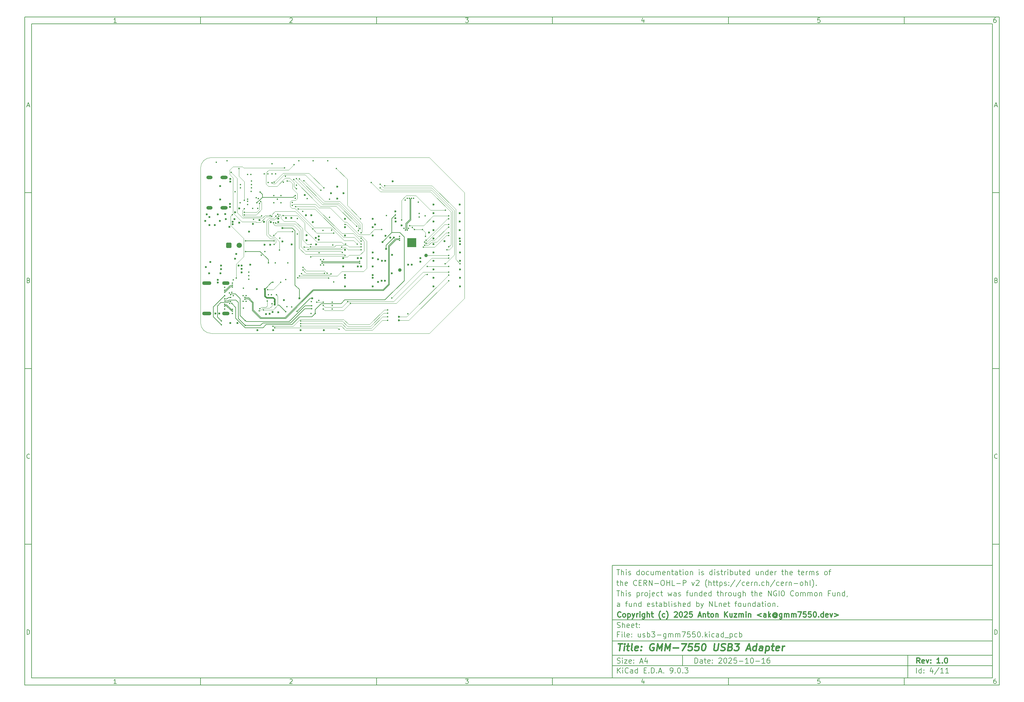
<source format=gbr>
%TF.GenerationSoftware,KiCad,Pcbnew,9.0.3*%
%TF.CreationDate,2025-10-16T10:39:47+02:00*%
%TF.ProjectId,usb3-gmm7550,75736233-2d67-46d6-9d37-3535302e6b69,1.0*%
%TF.SameCoordinates,Original*%
%TF.FileFunction,Copper,L4,Bot*%
%TF.FilePolarity,Positive*%
%FSLAX46Y46*%
G04 Gerber Fmt 4.6, Leading zero omitted, Abs format (unit mm)*
G04 Created by KiCad (PCBNEW 9.0.3) date 2025-10-16 10:39:47*
%MOMM*%
%LPD*%
G01*
G04 APERTURE LIST*
G04 Aperture macros list*
%AMRoundRect*
0 Rectangle with rounded corners*
0 $1 Rounding radius*
0 $2 $3 $4 $5 $6 $7 $8 $9 X,Y pos of 4 corners*
0 Add a 4 corners polygon primitive as box body*
4,1,4,$2,$3,$4,$5,$6,$7,$8,$9,$2,$3,0*
0 Add four circle primitives for the rounded corners*
1,1,$1+$1,$2,$3*
1,1,$1+$1,$4,$5*
1,1,$1+$1,$6,$7*
1,1,$1+$1,$8,$9*
0 Add four rect primitives between the rounded corners*
20,1,$1+$1,$2,$3,$4,$5,0*
20,1,$1+$1,$4,$5,$6,$7,0*
20,1,$1+$1,$6,$7,$8,$9,0*
20,1,$1+$1,$8,$9,$2,$3,0*%
G04 Aperture macros list end*
%ADD10C,0.100000*%
%ADD11C,0.150000*%
%ADD12C,0.300000*%
%ADD13C,0.400000*%
%TA.AperFunction,HeatsinkPad*%
%ADD14O,2.100000X1.100000*%
%TD*%
%TA.AperFunction,HeatsinkPad*%
%ADD15O,2.600000X1.100000*%
%TD*%
%TA.AperFunction,HeatsinkPad*%
%ADD16O,2.100000X1.000000*%
%TD*%
%TA.AperFunction,HeatsinkPad*%
%ADD17O,1.800000X1.000000*%
%TD*%
%TA.AperFunction,ComponentPad*%
%ADD18RoundRect,0.250001X0.499999X-0.499999X0.499999X0.499999X-0.499999X0.499999X-0.499999X-0.499999X0*%
%TD*%
%TA.AperFunction,ComponentPad*%
%ADD19C,1.500000*%
%TD*%
%TA.AperFunction,HeatsinkPad*%
%ADD20C,0.500000*%
%TD*%
%TA.AperFunction,HeatsinkPad*%
%ADD21R,2.500000X2.500000*%
%TD*%
%TA.AperFunction,ComponentPad*%
%ADD22C,0.400000*%
%TD*%
%TA.AperFunction,SMDPad,CuDef*%
%ADD23C,1.000000*%
%TD*%
%TA.AperFunction,ViaPad*%
%ADD24C,0.400000*%
%TD*%
%TA.AperFunction,ViaPad*%
%ADD25C,0.600000*%
%TD*%
%TA.AperFunction,Conductor*%
%ADD26C,0.120000*%
%TD*%
%TA.AperFunction,Conductor*%
%ADD27C,0.200000*%
%TD*%
%TA.AperFunction,Conductor*%
%ADD28C,0.150000*%
%TD*%
%TA.AperFunction,Conductor*%
%ADD29C,0.400000*%
%TD*%
%TA.AperFunction,Conductor*%
%ADD30C,0.300000*%
%TD*%
%TA.AperFunction,Conductor*%
%ADD31C,0.180000*%
%TD*%
%TA.AperFunction,Profile*%
%ADD32C,0.100000*%
%TD*%
G04 APERTURE END LIST*
D10*
D11*
X177002200Y-166007200D02*
X285002200Y-166007200D01*
X285002200Y-198007200D01*
X177002200Y-198007200D01*
X177002200Y-166007200D01*
D10*
D11*
X10000000Y-10000000D02*
X287002200Y-10000000D01*
X287002200Y-200007200D01*
X10000000Y-200007200D01*
X10000000Y-10000000D01*
D10*
D11*
X12000000Y-12000000D02*
X285002200Y-12000000D01*
X285002200Y-198007200D01*
X12000000Y-198007200D01*
X12000000Y-12000000D01*
D10*
D11*
X60000000Y-12000000D02*
X60000000Y-10000000D01*
D10*
D11*
X110000000Y-12000000D02*
X110000000Y-10000000D01*
D10*
D11*
X160000000Y-12000000D02*
X160000000Y-10000000D01*
D10*
D11*
X210000000Y-12000000D02*
X210000000Y-10000000D01*
D10*
D11*
X260000000Y-12000000D02*
X260000000Y-10000000D01*
D10*
D11*
X36089160Y-11593604D02*
X35346303Y-11593604D01*
X35717731Y-11593604D02*
X35717731Y-10293604D01*
X35717731Y-10293604D02*
X35593922Y-10479319D01*
X35593922Y-10479319D02*
X35470112Y-10603128D01*
X35470112Y-10603128D02*
X35346303Y-10665033D01*
D10*
D11*
X85346303Y-10417414D02*
X85408207Y-10355509D01*
X85408207Y-10355509D02*
X85532017Y-10293604D01*
X85532017Y-10293604D02*
X85841541Y-10293604D01*
X85841541Y-10293604D02*
X85965350Y-10355509D01*
X85965350Y-10355509D02*
X86027255Y-10417414D01*
X86027255Y-10417414D02*
X86089160Y-10541223D01*
X86089160Y-10541223D02*
X86089160Y-10665033D01*
X86089160Y-10665033D02*
X86027255Y-10850747D01*
X86027255Y-10850747D02*
X85284398Y-11593604D01*
X85284398Y-11593604D02*
X86089160Y-11593604D01*
D10*
D11*
X135284398Y-10293604D02*
X136089160Y-10293604D01*
X136089160Y-10293604D02*
X135655826Y-10788842D01*
X135655826Y-10788842D02*
X135841541Y-10788842D01*
X135841541Y-10788842D02*
X135965350Y-10850747D01*
X135965350Y-10850747D02*
X136027255Y-10912652D01*
X136027255Y-10912652D02*
X136089160Y-11036461D01*
X136089160Y-11036461D02*
X136089160Y-11345985D01*
X136089160Y-11345985D02*
X136027255Y-11469795D01*
X136027255Y-11469795D02*
X135965350Y-11531700D01*
X135965350Y-11531700D02*
X135841541Y-11593604D01*
X135841541Y-11593604D02*
X135470112Y-11593604D01*
X135470112Y-11593604D02*
X135346303Y-11531700D01*
X135346303Y-11531700D02*
X135284398Y-11469795D01*
D10*
D11*
X185965350Y-10726938D02*
X185965350Y-11593604D01*
X185655826Y-10231700D02*
X185346303Y-11160271D01*
X185346303Y-11160271D02*
X186151064Y-11160271D01*
D10*
D11*
X236027255Y-10293604D02*
X235408207Y-10293604D01*
X235408207Y-10293604D02*
X235346303Y-10912652D01*
X235346303Y-10912652D02*
X235408207Y-10850747D01*
X235408207Y-10850747D02*
X235532017Y-10788842D01*
X235532017Y-10788842D02*
X235841541Y-10788842D01*
X235841541Y-10788842D02*
X235965350Y-10850747D01*
X235965350Y-10850747D02*
X236027255Y-10912652D01*
X236027255Y-10912652D02*
X236089160Y-11036461D01*
X236089160Y-11036461D02*
X236089160Y-11345985D01*
X236089160Y-11345985D02*
X236027255Y-11469795D01*
X236027255Y-11469795D02*
X235965350Y-11531700D01*
X235965350Y-11531700D02*
X235841541Y-11593604D01*
X235841541Y-11593604D02*
X235532017Y-11593604D01*
X235532017Y-11593604D02*
X235408207Y-11531700D01*
X235408207Y-11531700D02*
X235346303Y-11469795D01*
D10*
D11*
X285965350Y-10293604D02*
X285717731Y-10293604D01*
X285717731Y-10293604D02*
X285593922Y-10355509D01*
X285593922Y-10355509D02*
X285532017Y-10417414D01*
X285532017Y-10417414D02*
X285408207Y-10603128D01*
X285408207Y-10603128D02*
X285346303Y-10850747D01*
X285346303Y-10850747D02*
X285346303Y-11345985D01*
X285346303Y-11345985D02*
X285408207Y-11469795D01*
X285408207Y-11469795D02*
X285470112Y-11531700D01*
X285470112Y-11531700D02*
X285593922Y-11593604D01*
X285593922Y-11593604D02*
X285841541Y-11593604D01*
X285841541Y-11593604D02*
X285965350Y-11531700D01*
X285965350Y-11531700D02*
X286027255Y-11469795D01*
X286027255Y-11469795D02*
X286089160Y-11345985D01*
X286089160Y-11345985D02*
X286089160Y-11036461D01*
X286089160Y-11036461D02*
X286027255Y-10912652D01*
X286027255Y-10912652D02*
X285965350Y-10850747D01*
X285965350Y-10850747D02*
X285841541Y-10788842D01*
X285841541Y-10788842D02*
X285593922Y-10788842D01*
X285593922Y-10788842D02*
X285470112Y-10850747D01*
X285470112Y-10850747D02*
X285408207Y-10912652D01*
X285408207Y-10912652D02*
X285346303Y-11036461D01*
D10*
D11*
X60000000Y-198007200D02*
X60000000Y-200007200D01*
D10*
D11*
X110000000Y-198007200D02*
X110000000Y-200007200D01*
D10*
D11*
X160000000Y-198007200D02*
X160000000Y-200007200D01*
D10*
D11*
X210000000Y-198007200D02*
X210000000Y-200007200D01*
D10*
D11*
X260000000Y-198007200D02*
X260000000Y-200007200D01*
D10*
D11*
X36089160Y-199600804D02*
X35346303Y-199600804D01*
X35717731Y-199600804D02*
X35717731Y-198300804D01*
X35717731Y-198300804D02*
X35593922Y-198486519D01*
X35593922Y-198486519D02*
X35470112Y-198610328D01*
X35470112Y-198610328D02*
X35346303Y-198672233D01*
D10*
D11*
X85346303Y-198424614D02*
X85408207Y-198362709D01*
X85408207Y-198362709D02*
X85532017Y-198300804D01*
X85532017Y-198300804D02*
X85841541Y-198300804D01*
X85841541Y-198300804D02*
X85965350Y-198362709D01*
X85965350Y-198362709D02*
X86027255Y-198424614D01*
X86027255Y-198424614D02*
X86089160Y-198548423D01*
X86089160Y-198548423D02*
X86089160Y-198672233D01*
X86089160Y-198672233D02*
X86027255Y-198857947D01*
X86027255Y-198857947D02*
X85284398Y-199600804D01*
X85284398Y-199600804D02*
X86089160Y-199600804D01*
D10*
D11*
X135284398Y-198300804D02*
X136089160Y-198300804D01*
X136089160Y-198300804D02*
X135655826Y-198796042D01*
X135655826Y-198796042D02*
X135841541Y-198796042D01*
X135841541Y-198796042D02*
X135965350Y-198857947D01*
X135965350Y-198857947D02*
X136027255Y-198919852D01*
X136027255Y-198919852D02*
X136089160Y-199043661D01*
X136089160Y-199043661D02*
X136089160Y-199353185D01*
X136089160Y-199353185D02*
X136027255Y-199476995D01*
X136027255Y-199476995D02*
X135965350Y-199538900D01*
X135965350Y-199538900D02*
X135841541Y-199600804D01*
X135841541Y-199600804D02*
X135470112Y-199600804D01*
X135470112Y-199600804D02*
X135346303Y-199538900D01*
X135346303Y-199538900D02*
X135284398Y-199476995D01*
D10*
D11*
X185965350Y-198734138D02*
X185965350Y-199600804D01*
X185655826Y-198238900D02*
X185346303Y-199167471D01*
X185346303Y-199167471D02*
X186151064Y-199167471D01*
D10*
D11*
X236027255Y-198300804D02*
X235408207Y-198300804D01*
X235408207Y-198300804D02*
X235346303Y-198919852D01*
X235346303Y-198919852D02*
X235408207Y-198857947D01*
X235408207Y-198857947D02*
X235532017Y-198796042D01*
X235532017Y-198796042D02*
X235841541Y-198796042D01*
X235841541Y-198796042D02*
X235965350Y-198857947D01*
X235965350Y-198857947D02*
X236027255Y-198919852D01*
X236027255Y-198919852D02*
X236089160Y-199043661D01*
X236089160Y-199043661D02*
X236089160Y-199353185D01*
X236089160Y-199353185D02*
X236027255Y-199476995D01*
X236027255Y-199476995D02*
X235965350Y-199538900D01*
X235965350Y-199538900D02*
X235841541Y-199600804D01*
X235841541Y-199600804D02*
X235532017Y-199600804D01*
X235532017Y-199600804D02*
X235408207Y-199538900D01*
X235408207Y-199538900D02*
X235346303Y-199476995D01*
D10*
D11*
X285965350Y-198300804D02*
X285717731Y-198300804D01*
X285717731Y-198300804D02*
X285593922Y-198362709D01*
X285593922Y-198362709D02*
X285532017Y-198424614D01*
X285532017Y-198424614D02*
X285408207Y-198610328D01*
X285408207Y-198610328D02*
X285346303Y-198857947D01*
X285346303Y-198857947D02*
X285346303Y-199353185D01*
X285346303Y-199353185D02*
X285408207Y-199476995D01*
X285408207Y-199476995D02*
X285470112Y-199538900D01*
X285470112Y-199538900D02*
X285593922Y-199600804D01*
X285593922Y-199600804D02*
X285841541Y-199600804D01*
X285841541Y-199600804D02*
X285965350Y-199538900D01*
X285965350Y-199538900D02*
X286027255Y-199476995D01*
X286027255Y-199476995D02*
X286089160Y-199353185D01*
X286089160Y-199353185D02*
X286089160Y-199043661D01*
X286089160Y-199043661D02*
X286027255Y-198919852D01*
X286027255Y-198919852D02*
X285965350Y-198857947D01*
X285965350Y-198857947D02*
X285841541Y-198796042D01*
X285841541Y-198796042D02*
X285593922Y-198796042D01*
X285593922Y-198796042D02*
X285470112Y-198857947D01*
X285470112Y-198857947D02*
X285408207Y-198919852D01*
X285408207Y-198919852D02*
X285346303Y-199043661D01*
D10*
D11*
X10000000Y-60000000D02*
X12000000Y-60000000D01*
D10*
D11*
X10000000Y-110000000D02*
X12000000Y-110000000D01*
D10*
D11*
X10000000Y-160000000D02*
X12000000Y-160000000D01*
D10*
D11*
X10690476Y-35222176D02*
X11309523Y-35222176D01*
X10566666Y-35593604D02*
X10999999Y-34293604D01*
X10999999Y-34293604D02*
X11433333Y-35593604D01*
D10*
D11*
X11092857Y-84912652D02*
X11278571Y-84974557D01*
X11278571Y-84974557D02*
X11340476Y-85036461D01*
X11340476Y-85036461D02*
X11402380Y-85160271D01*
X11402380Y-85160271D02*
X11402380Y-85345985D01*
X11402380Y-85345985D02*
X11340476Y-85469795D01*
X11340476Y-85469795D02*
X11278571Y-85531700D01*
X11278571Y-85531700D02*
X11154761Y-85593604D01*
X11154761Y-85593604D02*
X10659523Y-85593604D01*
X10659523Y-85593604D02*
X10659523Y-84293604D01*
X10659523Y-84293604D02*
X11092857Y-84293604D01*
X11092857Y-84293604D02*
X11216666Y-84355509D01*
X11216666Y-84355509D02*
X11278571Y-84417414D01*
X11278571Y-84417414D02*
X11340476Y-84541223D01*
X11340476Y-84541223D02*
X11340476Y-84665033D01*
X11340476Y-84665033D02*
X11278571Y-84788842D01*
X11278571Y-84788842D02*
X11216666Y-84850747D01*
X11216666Y-84850747D02*
X11092857Y-84912652D01*
X11092857Y-84912652D02*
X10659523Y-84912652D01*
D10*
D11*
X11402380Y-135469795D02*
X11340476Y-135531700D01*
X11340476Y-135531700D02*
X11154761Y-135593604D01*
X11154761Y-135593604D02*
X11030952Y-135593604D01*
X11030952Y-135593604D02*
X10845238Y-135531700D01*
X10845238Y-135531700D02*
X10721428Y-135407890D01*
X10721428Y-135407890D02*
X10659523Y-135284080D01*
X10659523Y-135284080D02*
X10597619Y-135036461D01*
X10597619Y-135036461D02*
X10597619Y-134850747D01*
X10597619Y-134850747D02*
X10659523Y-134603128D01*
X10659523Y-134603128D02*
X10721428Y-134479319D01*
X10721428Y-134479319D02*
X10845238Y-134355509D01*
X10845238Y-134355509D02*
X11030952Y-134293604D01*
X11030952Y-134293604D02*
X11154761Y-134293604D01*
X11154761Y-134293604D02*
X11340476Y-134355509D01*
X11340476Y-134355509D02*
X11402380Y-134417414D01*
D10*
D11*
X10659523Y-185593604D02*
X10659523Y-184293604D01*
X10659523Y-184293604D02*
X10969047Y-184293604D01*
X10969047Y-184293604D02*
X11154761Y-184355509D01*
X11154761Y-184355509D02*
X11278571Y-184479319D01*
X11278571Y-184479319D02*
X11340476Y-184603128D01*
X11340476Y-184603128D02*
X11402380Y-184850747D01*
X11402380Y-184850747D02*
X11402380Y-185036461D01*
X11402380Y-185036461D02*
X11340476Y-185284080D01*
X11340476Y-185284080D02*
X11278571Y-185407890D01*
X11278571Y-185407890D02*
X11154761Y-185531700D01*
X11154761Y-185531700D02*
X10969047Y-185593604D01*
X10969047Y-185593604D02*
X10659523Y-185593604D01*
D10*
D11*
X287002200Y-60000000D02*
X285002200Y-60000000D01*
D10*
D11*
X287002200Y-110000000D02*
X285002200Y-110000000D01*
D10*
D11*
X287002200Y-160000000D02*
X285002200Y-160000000D01*
D10*
D11*
X285692676Y-35222176D02*
X286311723Y-35222176D01*
X285568866Y-35593604D02*
X286002199Y-34293604D01*
X286002199Y-34293604D02*
X286435533Y-35593604D01*
D10*
D11*
X286095057Y-84912652D02*
X286280771Y-84974557D01*
X286280771Y-84974557D02*
X286342676Y-85036461D01*
X286342676Y-85036461D02*
X286404580Y-85160271D01*
X286404580Y-85160271D02*
X286404580Y-85345985D01*
X286404580Y-85345985D02*
X286342676Y-85469795D01*
X286342676Y-85469795D02*
X286280771Y-85531700D01*
X286280771Y-85531700D02*
X286156961Y-85593604D01*
X286156961Y-85593604D02*
X285661723Y-85593604D01*
X285661723Y-85593604D02*
X285661723Y-84293604D01*
X285661723Y-84293604D02*
X286095057Y-84293604D01*
X286095057Y-84293604D02*
X286218866Y-84355509D01*
X286218866Y-84355509D02*
X286280771Y-84417414D01*
X286280771Y-84417414D02*
X286342676Y-84541223D01*
X286342676Y-84541223D02*
X286342676Y-84665033D01*
X286342676Y-84665033D02*
X286280771Y-84788842D01*
X286280771Y-84788842D02*
X286218866Y-84850747D01*
X286218866Y-84850747D02*
X286095057Y-84912652D01*
X286095057Y-84912652D02*
X285661723Y-84912652D01*
D10*
D11*
X286404580Y-135469795D02*
X286342676Y-135531700D01*
X286342676Y-135531700D02*
X286156961Y-135593604D01*
X286156961Y-135593604D02*
X286033152Y-135593604D01*
X286033152Y-135593604D02*
X285847438Y-135531700D01*
X285847438Y-135531700D02*
X285723628Y-135407890D01*
X285723628Y-135407890D02*
X285661723Y-135284080D01*
X285661723Y-135284080D02*
X285599819Y-135036461D01*
X285599819Y-135036461D02*
X285599819Y-134850747D01*
X285599819Y-134850747D02*
X285661723Y-134603128D01*
X285661723Y-134603128D02*
X285723628Y-134479319D01*
X285723628Y-134479319D02*
X285847438Y-134355509D01*
X285847438Y-134355509D02*
X286033152Y-134293604D01*
X286033152Y-134293604D02*
X286156961Y-134293604D01*
X286156961Y-134293604D02*
X286342676Y-134355509D01*
X286342676Y-134355509D02*
X286404580Y-134417414D01*
D10*
D11*
X285661723Y-185593604D02*
X285661723Y-184293604D01*
X285661723Y-184293604D02*
X285971247Y-184293604D01*
X285971247Y-184293604D02*
X286156961Y-184355509D01*
X286156961Y-184355509D02*
X286280771Y-184479319D01*
X286280771Y-184479319D02*
X286342676Y-184603128D01*
X286342676Y-184603128D02*
X286404580Y-184850747D01*
X286404580Y-184850747D02*
X286404580Y-185036461D01*
X286404580Y-185036461D02*
X286342676Y-185284080D01*
X286342676Y-185284080D02*
X286280771Y-185407890D01*
X286280771Y-185407890D02*
X286156961Y-185531700D01*
X286156961Y-185531700D02*
X285971247Y-185593604D01*
X285971247Y-185593604D02*
X285661723Y-185593604D01*
D10*
D11*
X200458026Y-193793328D02*
X200458026Y-192293328D01*
X200458026Y-192293328D02*
X200815169Y-192293328D01*
X200815169Y-192293328D02*
X201029455Y-192364757D01*
X201029455Y-192364757D02*
X201172312Y-192507614D01*
X201172312Y-192507614D02*
X201243741Y-192650471D01*
X201243741Y-192650471D02*
X201315169Y-192936185D01*
X201315169Y-192936185D02*
X201315169Y-193150471D01*
X201315169Y-193150471D02*
X201243741Y-193436185D01*
X201243741Y-193436185D02*
X201172312Y-193579042D01*
X201172312Y-193579042D02*
X201029455Y-193721900D01*
X201029455Y-193721900D02*
X200815169Y-193793328D01*
X200815169Y-193793328D02*
X200458026Y-193793328D01*
X202600884Y-193793328D02*
X202600884Y-193007614D01*
X202600884Y-193007614D02*
X202529455Y-192864757D01*
X202529455Y-192864757D02*
X202386598Y-192793328D01*
X202386598Y-192793328D02*
X202100884Y-192793328D01*
X202100884Y-192793328D02*
X201958026Y-192864757D01*
X202600884Y-193721900D02*
X202458026Y-193793328D01*
X202458026Y-193793328D02*
X202100884Y-193793328D01*
X202100884Y-193793328D02*
X201958026Y-193721900D01*
X201958026Y-193721900D02*
X201886598Y-193579042D01*
X201886598Y-193579042D02*
X201886598Y-193436185D01*
X201886598Y-193436185D02*
X201958026Y-193293328D01*
X201958026Y-193293328D02*
X202100884Y-193221900D01*
X202100884Y-193221900D02*
X202458026Y-193221900D01*
X202458026Y-193221900D02*
X202600884Y-193150471D01*
X203100884Y-192793328D02*
X203672312Y-192793328D01*
X203315169Y-192293328D02*
X203315169Y-193579042D01*
X203315169Y-193579042D02*
X203386598Y-193721900D01*
X203386598Y-193721900D02*
X203529455Y-193793328D01*
X203529455Y-193793328D02*
X203672312Y-193793328D01*
X204743741Y-193721900D02*
X204600884Y-193793328D01*
X204600884Y-193793328D02*
X204315170Y-193793328D01*
X204315170Y-193793328D02*
X204172312Y-193721900D01*
X204172312Y-193721900D02*
X204100884Y-193579042D01*
X204100884Y-193579042D02*
X204100884Y-193007614D01*
X204100884Y-193007614D02*
X204172312Y-192864757D01*
X204172312Y-192864757D02*
X204315170Y-192793328D01*
X204315170Y-192793328D02*
X204600884Y-192793328D01*
X204600884Y-192793328D02*
X204743741Y-192864757D01*
X204743741Y-192864757D02*
X204815170Y-193007614D01*
X204815170Y-193007614D02*
X204815170Y-193150471D01*
X204815170Y-193150471D02*
X204100884Y-193293328D01*
X205458026Y-193650471D02*
X205529455Y-193721900D01*
X205529455Y-193721900D02*
X205458026Y-193793328D01*
X205458026Y-193793328D02*
X205386598Y-193721900D01*
X205386598Y-193721900D02*
X205458026Y-193650471D01*
X205458026Y-193650471D02*
X205458026Y-193793328D01*
X205458026Y-192864757D02*
X205529455Y-192936185D01*
X205529455Y-192936185D02*
X205458026Y-193007614D01*
X205458026Y-193007614D02*
X205386598Y-192936185D01*
X205386598Y-192936185D02*
X205458026Y-192864757D01*
X205458026Y-192864757D02*
X205458026Y-193007614D01*
X207243741Y-192436185D02*
X207315169Y-192364757D01*
X207315169Y-192364757D02*
X207458027Y-192293328D01*
X207458027Y-192293328D02*
X207815169Y-192293328D01*
X207815169Y-192293328D02*
X207958027Y-192364757D01*
X207958027Y-192364757D02*
X208029455Y-192436185D01*
X208029455Y-192436185D02*
X208100884Y-192579042D01*
X208100884Y-192579042D02*
X208100884Y-192721900D01*
X208100884Y-192721900D02*
X208029455Y-192936185D01*
X208029455Y-192936185D02*
X207172312Y-193793328D01*
X207172312Y-193793328D02*
X208100884Y-193793328D01*
X209029455Y-192293328D02*
X209172312Y-192293328D01*
X209172312Y-192293328D02*
X209315169Y-192364757D01*
X209315169Y-192364757D02*
X209386598Y-192436185D01*
X209386598Y-192436185D02*
X209458026Y-192579042D01*
X209458026Y-192579042D02*
X209529455Y-192864757D01*
X209529455Y-192864757D02*
X209529455Y-193221900D01*
X209529455Y-193221900D02*
X209458026Y-193507614D01*
X209458026Y-193507614D02*
X209386598Y-193650471D01*
X209386598Y-193650471D02*
X209315169Y-193721900D01*
X209315169Y-193721900D02*
X209172312Y-193793328D01*
X209172312Y-193793328D02*
X209029455Y-193793328D01*
X209029455Y-193793328D02*
X208886598Y-193721900D01*
X208886598Y-193721900D02*
X208815169Y-193650471D01*
X208815169Y-193650471D02*
X208743740Y-193507614D01*
X208743740Y-193507614D02*
X208672312Y-193221900D01*
X208672312Y-193221900D02*
X208672312Y-192864757D01*
X208672312Y-192864757D02*
X208743740Y-192579042D01*
X208743740Y-192579042D02*
X208815169Y-192436185D01*
X208815169Y-192436185D02*
X208886598Y-192364757D01*
X208886598Y-192364757D02*
X209029455Y-192293328D01*
X210100883Y-192436185D02*
X210172311Y-192364757D01*
X210172311Y-192364757D02*
X210315169Y-192293328D01*
X210315169Y-192293328D02*
X210672311Y-192293328D01*
X210672311Y-192293328D02*
X210815169Y-192364757D01*
X210815169Y-192364757D02*
X210886597Y-192436185D01*
X210886597Y-192436185D02*
X210958026Y-192579042D01*
X210958026Y-192579042D02*
X210958026Y-192721900D01*
X210958026Y-192721900D02*
X210886597Y-192936185D01*
X210886597Y-192936185D02*
X210029454Y-193793328D01*
X210029454Y-193793328D02*
X210958026Y-193793328D01*
X212315168Y-192293328D02*
X211600882Y-192293328D01*
X211600882Y-192293328D02*
X211529454Y-193007614D01*
X211529454Y-193007614D02*
X211600882Y-192936185D01*
X211600882Y-192936185D02*
X211743740Y-192864757D01*
X211743740Y-192864757D02*
X212100882Y-192864757D01*
X212100882Y-192864757D02*
X212243740Y-192936185D01*
X212243740Y-192936185D02*
X212315168Y-193007614D01*
X212315168Y-193007614D02*
X212386597Y-193150471D01*
X212386597Y-193150471D02*
X212386597Y-193507614D01*
X212386597Y-193507614D02*
X212315168Y-193650471D01*
X212315168Y-193650471D02*
X212243740Y-193721900D01*
X212243740Y-193721900D02*
X212100882Y-193793328D01*
X212100882Y-193793328D02*
X211743740Y-193793328D01*
X211743740Y-193793328D02*
X211600882Y-193721900D01*
X211600882Y-193721900D02*
X211529454Y-193650471D01*
X213029453Y-193221900D02*
X214172311Y-193221900D01*
X215672311Y-193793328D02*
X214815168Y-193793328D01*
X215243739Y-193793328D02*
X215243739Y-192293328D01*
X215243739Y-192293328D02*
X215100882Y-192507614D01*
X215100882Y-192507614D02*
X214958025Y-192650471D01*
X214958025Y-192650471D02*
X214815168Y-192721900D01*
X216600882Y-192293328D02*
X216743739Y-192293328D01*
X216743739Y-192293328D02*
X216886596Y-192364757D01*
X216886596Y-192364757D02*
X216958025Y-192436185D01*
X216958025Y-192436185D02*
X217029453Y-192579042D01*
X217029453Y-192579042D02*
X217100882Y-192864757D01*
X217100882Y-192864757D02*
X217100882Y-193221900D01*
X217100882Y-193221900D02*
X217029453Y-193507614D01*
X217029453Y-193507614D02*
X216958025Y-193650471D01*
X216958025Y-193650471D02*
X216886596Y-193721900D01*
X216886596Y-193721900D02*
X216743739Y-193793328D01*
X216743739Y-193793328D02*
X216600882Y-193793328D01*
X216600882Y-193793328D02*
X216458025Y-193721900D01*
X216458025Y-193721900D02*
X216386596Y-193650471D01*
X216386596Y-193650471D02*
X216315167Y-193507614D01*
X216315167Y-193507614D02*
X216243739Y-193221900D01*
X216243739Y-193221900D02*
X216243739Y-192864757D01*
X216243739Y-192864757D02*
X216315167Y-192579042D01*
X216315167Y-192579042D02*
X216386596Y-192436185D01*
X216386596Y-192436185D02*
X216458025Y-192364757D01*
X216458025Y-192364757D02*
X216600882Y-192293328D01*
X217743738Y-193221900D02*
X218886596Y-193221900D01*
X220386596Y-193793328D02*
X219529453Y-193793328D01*
X219958024Y-193793328D02*
X219958024Y-192293328D01*
X219958024Y-192293328D02*
X219815167Y-192507614D01*
X219815167Y-192507614D02*
X219672310Y-192650471D01*
X219672310Y-192650471D02*
X219529453Y-192721900D01*
X221672310Y-192293328D02*
X221386595Y-192293328D01*
X221386595Y-192293328D02*
X221243738Y-192364757D01*
X221243738Y-192364757D02*
X221172310Y-192436185D01*
X221172310Y-192436185D02*
X221029452Y-192650471D01*
X221029452Y-192650471D02*
X220958024Y-192936185D01*
X220958024Y-192936185D02*
X220958024Y-193507614D01*
X220958024Y-193507614D02*
X221029452Y-193650471D01*
X221029452Y-193650471D02*
X221100881Y-193721900D01*
X221100881Y-193721900D02*
X221243738Y-193793328D01*
X221243738Y-193793328D02*
X221529452Y-193793328D01*
X221529452Y-193793328D02*
X221672310Y-193721900D01*
X221672310Y-193721900D02*
X221743738Y-193650471D01*
X221743738Y-193650471D02*
X221815167Y-193507614D01*
X221815167Y-193507614D02*
X221815167Y-193150471D01*
X221815167Y-193150471D02*
X221743738Y-193007614D01*
X221743738Y-193007614D02*
X221672310Y-192936185D01*
X221672310Y-192936185D02*
X221529452Y-192864757D01*
X221529452Y-192864757D02*
X221243738Y-192864757D01*
X221243738Y-192864757D02*
X221100881Y-192936185D01*
X221100881Y-192936185D02*
X221029452Y-193007614D01*
X221029452Y-193007614D02*
X220958024Y-193150471D01*
D10*
D11*
X177002200Y-194507200D02*
X285002200Y-194507200D01*
D10*
D11*
X178458026Y-196593328D02*
X178458026Y-195093328D01*
X179315169Y-196593328D02*
X178672312Y-195736185D01*
X179315169Y-195093328D02*
X178458026Y-195950471D01*
X179958026Y-196593328D02*
X179958026Y-195593328D01*
X179958026Y-195093328D02*
X179886598Y-195164757D01*
X179886598Y-195164757D02*
X179958026Y-195236185D01*
X179958026Y-195236185D02*
X180029455Y-195164757D01*
X180029455Y-195164757D02*
X179958026Y-195093328D01*
X179958026Y-195093328D02*
X179958026Y-195236185D01*
X181529455Y-196450471D02*
X181458027Y-196521900D01*
X181458027Y-196521900D02*
X181243741Y-196593328D01*
X181243741Y-196593328D02*
X181100884Y-196593328D01*
X181100884Y-196593328D02*
X180886598Y-196521900D01*
X180886598Y-196521900D02*
X180743741Y-196379042D01*
X180743741Y-196379042D02*
X180672312Y-196236185D01*
X180672312Y-196236185D02*
X180600884Y-195950471D01*
X180600884Y-195950471D02*
X180600884Y-195736185D01*
X180600884Y-195736185D02*
X180672312Y-195450471D01*
X180672312Y-195450471D02*
X180743741Y-195307614D01*
X180743741Y-195307614D02*
X180886598Y-195164757D01*
X180886598Y-195164757D02*
X181100884Y-195093328D01*
X181100884Y-195093328D02*
X181243741Y-195093328D01*
X181243741Y-195093328D02*
X181458027Y-195164757D01*
X181458027Y-195164757D02*
X181529455Y-195236185D01*
X182815170Y-196593328D02*
X182815170Y-195807614D01*
X182815170Y-195807614D02*
X182743741Y-195664757D01*
X182743741Y-195664757D02*
X182600884Y-195593328D01*
X182600884Y-195593328D02*
X182315170Y-195593328D01*
X182315170Y-195593328D02*
X182172312Y-195664757D01*
X182815170Y-196521900D02*
X182672312Y-196593328D01*
X182672312Y-196593328D02*
X182315170Y-196593328D01*
X182315170Y-196593328D02*
X182172312Y-196521900D01*
X182172312Y-196521900D02*
X182100884Y-196379042D01*
X182100884Y-196379042D02*
X182100884Y-196236185D01*
X182100884Y-196236185D02*
X182172312Y-196093328D01*
X182172312Y-196093328D02*
X182315170Y-196021900D01*
X182315170Y-196021900D02*
X182672312Y-196021900D01*
X182672312Y-196021900D02*
X182815170Y-195950471D01*
X184172313Y-196593328D02*
X184172313Y-195093328D01*
X184172313Y-196521900D02*
X184029455Y-196593328D01*
X184029455Y-196593328D02*
X183743741Y-196593328D01*
X183743741Y-196593328D02*
X183600884Y-196521900D01*
X183600884Y-196521900D02*
X183529455Y-196450471D01*
X183529455Y-196450471D02*
X183458027Y-196307614D01*
X183458027Y-196307614D02*
X183458027Y-195879042D01*
X183458027Y-195879042D02*
X183529455Y-195736185D01*
X183529455Y-195736185D02*
X183600884Y-195664757D01*
X183600884Y-195664757D02*
X183743741Y-195593328D01*
X183743741Y-195593328D02*
X184029455Y-195593328D01*
X184029455Y-195593328D02*
X184172313Y-195664757D01*
X186029455Y-195807614D02*
X186529455Y-195807614D01*
X186743741Y-196593328D02*
X186029455Y-196593328D01*
X186029455Y-196593328D02*
X186029455Y-195093328D01*
X186029455Y-195093328D02*
X186743741Y-195093328D01*
X187386598Y-196450471D02*
X187458027Y-196521900D01*
X187458027Y-196521900D02*
X187386598Y-196593328D01*
X187386598Y-196593328D02*
X187315170Y-196521900D01*
X187315170Y-196521900D02*
X187386598Y-196450471D01*
X187386598Y-196450471D02*
X187386598Y-196593328D01*
X188100884Y-196593328D02*
X188100884Y-195093328D01*
X188100884Y-195093328D02*
X188458027Y-195093328D01*
X188458027Y-195093328D02*
X188672313Y-195164757D01*
X188672313Y-195164757D02*
X188815170Y-195307614D01*
X188815170Y-195307614D02*
X188886599Y-195450471D01*
X188886599Y-195450471D02*
X188958027Y-195736185D01*
X188958027Y-195736185D02*
X188958027Y-195950471D01*
X188958027Y-195950471D02*
X188886599Y-196236185D01*
X188886599Y-196236185D02*
X188815170Y-196379042D01*
X188815170Y-196379042D02*
X188672313Y-196521900D01*
X188672313Y-196521900D02*
X188458027Y-196593328D01*
X188458027Y-196593328D02*
X188100884Y-196593328D01*
X189600884Y-196450471D02*
X189672313Y-196521900D01*
X189672313Y-196521900D02*
X189600884Y-196593328D01*
X189600884Y-196593328D02*
X189529456Y-196521900D01*
X189529456Y-196521900D02*
X189600884Y-196450471D01*
X189600884Y-196450471D02*
X189600884Y-196593328D01*
X190243742Y-196164757D02*
X190958028Y-196164757D01*
X190100885Y-196593328D02*
X190600885Y-195093328D01*
X190600885Y-195093328D02*
X191100885Y-196593328D01*
X191600884Y-196450471D02*
X191672313Y-196521900D01*
X191672313Y-196521900D02*
X191600884Y-196593328D01*
X191600884Y-196593328D02*
X191529456Y-196521900D01*
X191529456Y-196521900D02*
X191600884Y-196450471D01*
X191600884Y-196450471D02*
X191600884Y-196593328D01*
X193529456Y-196593328D02*
X193815170Y-196593328D01*
X193815170Y-196593328D02*
X193958027Y-196521900D01*
X193958027Y-196521900D02*
X194029456Y-196450471D01*
X194029456Y-196450471D02*
X194172313Y-196236185D01*
X194172313Y-196236185D02*
X194243742Y-195950471D01*
X194243742Y-195950471D02*
X194243742Y-195379042D01*
X194243742Y-195379042D02*
X194172313Y-195236185D01*
X194172313Y-195236185D02*
X194100885Y-195164757D01*
X194100885Y-195164757D02*
X193958027Y-195093328D01*
X193958027Y-195093328D02*
X193672313Y-195093328D01*
X193672313Y-195093328D02*
X193529456Y-195164757D01*
X193529456Y-195164757D02*
X193458027Y-195236185D01*
X193458027Y-195236185D02*
X193386599Y-195379042D01*
X193386599Y-195379042D02*
X193386599Y-195736185D01*
X193386599Y-195736185D02*
X193458027Y-195879042D01*
X193458027Y-195879042D02*
X193529456Y-195950471D01*
X193529456Y-195950471D02*
X193672313Y-196021900D01*
X193672313Y-196021900D02*
X193958027Y-196021900D01*
X193958027Y-196021900D02*
X194100885Y-195950471D01*
X194100885Y-195950471D02*
X194172313Y-195879042D01*
X194172313Y-195879042D02*
X194243742Y-195736185D01*
X194886598Y-196450471D02*
X194958027Y-196521900D01*
X194958027Y-196521900D02*
X194886598Y-196593328D01*
X194886598Y-196593328D02*
X194815170Y-196521900D01*
X194815170Y-196521900D02*
X194886598Y-196450471D01*
X194886598Y-196450471D02*
X194886598Y-196593328D01*
X195886599Y-195093328D02*
X196029456Y-195093328D01*
X196029456Y-195093328D02*
X196172313Y-195164757D01*
X196172313Y-195164757D02*
X196243742Y-195236185D01*
X196243742Y-195236185D02*
X196315170Y-195379042D01*
X196315170Y-195379042D02*
X196386599Y-195664757D01*
X196386599Y-195664757D02*
X196386599Y-196021900D01*
X196386599Y-196021900D02*
X196315170Y-196307614D01*
X196315170Y-196307614D02*
X196243742Y-196450471D01*
X196243742Y-196450471D02*
X196172313Y-196521900D01*
X196172313Y-196521900D02*
X196029456Y-196593328D01*
X196029456Y-196593328D02*
X195886599Y-196593328D01*
X195886599Y-196593328D02*
X195743742Y-196521900D01*
X195743742Y-196521900D02*
X195672313Y-196450471D01*
X195672313Y-196450471D02*
X195600884Y-196307614D01*
X195600884Y-196307614D02*
X195529456Y-196021900D01*
X195529456Y-196021900D02*
X195529456Y-195664757D01*
X195529456Y-195664757D02*
X195600884Y-195379042D01*
X195600884Y-195379042D02*
X195672313Y-195236185D01*
X195672313Y-195236185D02*
X195743742Y-195164757D01*
X195743742Y-195164757D02*
X195886599Y-195093328D01*
X197029455Y-196450471D02*
X197100884Y-196521900D01*
X197100884Y-196521900D02*
X197029455Y-196593328D01*
X197029455Y-196593328D02*
X196958027Y-196521900D01*
X196958027Y-196521900D02*
X197029455Y-196450471D01*
X197029455Y-196450471D02*
X197029455Y-196593328D01*
X197600884Y-195093328D02*
X198529456Y-195093328D01*
X198529456Y-195093328D02*
X198029456Y-195664757D01*
X198029456Y-195664757D02*
X198243741Y-195664757D01*
X198243741Y-195664757D02*
X198386599Y-195736185D01*
X198386599Y-195736185D02*
X198458027Y-195807614D01*
X198458027Y-195807614D02*
X198529456Y-195950471D01*
X198529456Y-195950471D02*
X198529456Y-196307614D01*
X198529456Y-196307614D02*
X198458027Y-196450471D01*
X198458027Y-196450471D02*
X198386599Y-196521900D01*
X198386599Y-196521900D02*
X198243741Y-196593328D01*
X198243741Y-196593328D02*
X197815170Y-196593328D01*
X197815170Y-196593328D02*
X197672313Y-196521900D01*
X197672313Y-196521900D02*
X197600884Y-196450471D01*
D10*
D11*
X177002200Y-191507200D02*
X285002200Y-191507200D01*
D10*
D12*
X264413853Y-193785528D02*
X263913853Y-193071242D01*
X263556710Y-193785528D02*
X263556710Y-192285528D01*
X263556710Y-192285528D02*
X264128139Y-192285528D01*
X264128139Y-192285528D02*
X264270996Y-192356957D01*
X264270996Y-192356957D02*
X264342425Y-192428385D01*
X264342425Y-192428385D02*
X264413853Y-192571242D01*
X264413853Y-192571242D02*
X264413853Y-192785528D01*
X264413853Y-192785528D02*
X264342425Y-192928385D01*
X264342425Y-192928385D02*
X264270996Y-192999814D01*
X264270996Y-192999814D02*
X264128139Y-193071242D01*
X264128139Y-193071242D02*
X263556710Y-193071242D01*
X265628139Y-193714100D02*
X265485282Y-193785528D01*
X265485282Y-193785528D02*
X265199568Y-193785528D01*
X265199568Y-193785528D02*
X265056710Y-193714100D01*
X265056710Y-193714100D02*
X264985282Y-193571242D01*
X264985282Y-193571242D02*
X264985282Y-192999814D01*
X264985282Y-192999814D02*
X265056710Y-192856957D01*
X265056710Y-192856957D02*
X265199568Y-192785528D01*
X265199568Y-192785528D02*
X265485282Y-192785528D01*
X265485282Y-192785528D02*
X265628139Y-192856957D01*
X265628139Y-192856957D02*
X265699568Y-192999814D01*
X265699568Y-192999814D02*
X265699568Y-193142671D01*
X265699568Y-193142671D02*
X264985282Y-193285528D01*
X266199567Y-192785528D02*
X266556710Y-193785528D01*
X266556710Y-193785528D02*
X266913853Y-192785528D01*
X267485281Y-193642671D02*
X267556710Y-193714100D01*
X267556710Y-193714100D02*
X267485281Y-193785528D01*
X267485281Y-193785528D02*
X267413853Y-193714100D01*
X267413853Y-193714100D02*
X267485281Y-193642671D01*
X267485281Y-193642671D02*
X267485281Y-193785528D01*
X267485281Y-192856957D02*
X267556710Y-192928385D01*
X267556710Y-192928385D02*
X267485281Y-192999814D01*
X267485281Y-192999814D02*
X267413853Y-192928385D01*
X267413853Y-192928385D02*
X267485281Y-192856957D01*
X267485281Y-192856957D02*
X267485281Y-192999814D01*
X270128139Y-193785528D02*
X269270996Y-193785528D01*
X269699567Y-193785528D02*
X269699567Y-192285528D01*
X269699567Y-192285528D02*
X269556710Y-192499814D01*
X269556710Y-192499814D02*
X269413853Y-192642671D01*
X269413853Y-192642671D02*
X269270996Y-192714100D01*
X270770995Y-193642671D02*
X270842424Y-193714100D01*
X270842424Y-193714100D02*
X270770995Y-193785528D01*
X270770995Y-193785528D02*
X270699567Y-193714100D01*
X270699567Y-193714100D02*
X270770995Y-193642671D01*
X270770995Y-193642671D02*
X270770995Y-193785528D01*
X271770996Y-192285528D02*
X271913853Y-192285528D01*
X271913853Y-192285528D02*
X272056710Y-192356957D01*
X272056710Y-192356957D02*
X272128139Y-192428385D01*
X272128139Y-192428385D02*
X272199567Y-192571242D01*
X272199567Y-192571242D02*
X272270996Y-192856957D01*
X272270996Y-192856957D02*
X272270996Y-193214100D01*
X272270996Y-193214100D02*
X272199567Y-193499814D01*
X272199567Y-193499814D02*
X272128139Y-193642671D01*
X272128139Y-193642671D02*
X272056710Y-193714100D01*
X272056710Y-193714100D02*
X271913853Y-193785528D01*
X271913853Y-193785528D02*
X271770996Y-193785528D01*
X271770996Y-193785528D02*
X271628139Y-193714100D01*
X271628139Y-193714100D02*
X271556710Y-193642671D01*
X271556710Y-193642671D02*
X271485281Y-193499814D01*
X271485281Y-193499814D02*
X271413853Y-193214100D01*
X271413853Y-193214100D02*
X271413853Y-192856957D01*
X271413853Y-192856957D02*
X271485281Y-192571242D01*
X271485281Y-192571242D02*
X271556710Y-192428385D01*
X271556710Y-192428385D02*
X271628139Y-192356957D01*
X271628139Y-192356957D02*
X271770996Y-192285528D01*
D10*
D11*
X178386598Y-193721900D02*
X178600884Y-193793328D01*
X178600884Y-193793328D02*
X178958026Y-193793328D01*
X178958026Y-193793328D02*
X179100884Y-193721900D01*
X179100884Y-193721900D02*
X179172312Y-193650471D01*
X179172312Y-193650471D02*
X179243741Y-193507614D01*
X179243741Y-193507614D02*
X179243741Y-193364757D01*
X179243741Y-193364757D02*
X179172312Y-193221900D01*
X179172312Y-193221900D02*
X179100884Y-193150471D01*
X179100884Y-193150471D02*
X178958026Y-193079042D01*
X178958026Y-193079042D02*
X178672312Y-193007614D01*
X178672312Y-193007614D02*
X178529455Y-192936185D01*
X178529455Y-192936185D02*
X178458026Y-192864757D01*
X178458026Y-192864757D02*
X178386598Y-192721900D01*
X178386598Y-192721900D02*
X178386598Y-192579042D01*
X178386598Y-192579042D02*
X178458026Y-192436185D01*
X178458026Y-192436185D02*
X178529455Y-192364757D01*
X178529455Y-192364757D02*
X178672312Y-192293328D01*
X178672312Y-192293328D02*
X179029455Y-192293328D01*
X179029455Y-192293328D02*
X179243741Y-192364757D01*
X179886597Y-193793328D02*
X179886597Y-192793328D01*
X179886597Y-192293328D02*
X179815169Y-192364757D01*
X179815169Y-192364757D02*
X179886597Y-192436185D01*
X179886597Y-192436185D02*
X179958026Y-192364757D01*
X179958026Y-192364757D02*
X179886597Y-192293328D01*
X179886597Y-192293328D02*
X179886597Y-192436185D01*
X180458026Y-192793328D02*
X181243741Y-192793328D01*
X181243741Y-192793328D02*
X180458026Y-193793328D01*
X180458026Y-193793328D02*
X181243741Y-193793328D01*
X182386598Y-193721900D02*
X182243741Y-193793328D01*
X182243741Y-193793328D02*
X181958027Y-193793328D01*
X181958027Y-193793328D02*
X181815169Y-193721900D01*
X181815169Y-193721900D02*
X181743741Y-193579042D01*
X181743741Y-193579042D02*
X181743741Y-193007614D01*
X181743741Y-193007614D02*
X181815169Y-192864757D01*
X181815169Y-192864757D02*
X181958027Y-192793328D01*
X181958027Y-192793328D02*
X182243741Y-192793328D01*
X182243741Y-192793328D02*
X182386598Y-192864757D01*
X182386598Y-192864757D02*
X182458027Y-193007614D01*
X182458027Y-193007614D02*
X182458027Y-193150471D01*
X182458027Y-193150471D02*
X181743741Y-193293328D01*
X183100883Y-193650471D02*
X183172312Y-193721900D01*
X183172312Y-193721900D02*
X183100883Y-193793328D01*
X183100883Y-193793328D02*
X183029455Y-193721900D01*
X183029455Y-193721900D02*
X183100883Y-193650471D01*
X183100883Y-193650471D02*
X183100883Y-193793328D01*
X183100883Y-192864757D02*
X183172312Y-192936185D01*
X183172312Y-192936185D02*
X183100883Y-193007614D01*
X183100883Y-193007614D02*
X183029455Y-192936185D01*
X183029455Y-192936185D02*
X183100883Y-192864757D01*
X183100883Y-192864757D02*
X183100883Y-193007614D01*
X184886598Y-193364757D02*
X185600884Y-193364757D01*
X184743741Y-193793328D02*
X185243741Y-192293328D01*
X185243741Y-192293328D02*
X185743741Y-193793328D01*
X186886598Y-192793328D02*
X186886598Y-193793328D01*
X186529455Y-192221900D02*
X186172312Y-193293328D01*
X186172312Y-193293328D02*
X187100883Y-193293328D01*
D10*
D11*
X263458026Y-196593328D02*
X263458026Y-195093328D01*
X264815170Y-196593328D02*
X264815170Y-195093328D01*
X264815170Y-196521900D02*
X264672312Y-196593328D01*
X264672312Y-196593328D02*
X264386598Y-196593328D01*
X264386598Y-196593328D02*
X264243741Y-196521900D01*
X264243741Y-196521900D02*
X264172312Y-196450471D01*
X264172312Y-196450471D02*
X264100884Y-196307614D01*
X264100884Y-196307614D02*
X264100884Y-195879042D01*
X264100884Y-195879042D02*
X264172312Y-195736185D01*
X264172312Y-195736185D02*
X264243741Y-195664757D01*
X264243741Y-195664757D02*
X264386598Y-195593328D01*
X264386598Y-195593328D02*
X264672312Y-195593328D01*
X264672312Y-195593328D02*
X264815170Y-195664757D01*
X265529455Y-196450471D02*
X265600884Y-196521900D01*
X265600884Y-196521900D02*
X265529455Y-196593328D01*
X265529455Y-196593328D02*
X265458027Y-196521900D01*
X265458027Y-196521900D02*
X265529455Y-196450471D01*
X265529455Y-196450471D02*
X265529455Y-196593328D01*
X265529455Y-195664757D02*
X265600884Y-195736185D01*
X265600884Y-195736185D02*
X265529455Y-195807614D01*
X265529455Y-195807614D02*
X265458027Y-195736185D01*
X265458027Y-195736185D02*
X265529455Y-195664757D01*
X265529455Y-195664757D02*
X265529455Y-195807614D01*
X268029456Y-195593328D02*
X268029456Y-196593328D01*
X267672313Y-195021900D02*
X267315170Y-196093328D01*
X267315170Y-196093328D02*
X268243741Y-196093328D01*
X269886598Y-195021900D02*
X268600884Y-196950471D01*
X271172313Y-196593328D02*
X270315170Y-196593328D01*
X270743741Y-196593328D02*
X270743741Y-195093328D01*
X270743741Y-195093328D02*
X270600884Y-195307614D01*
X270600884Y-195307614D02*
X270458027Y-195450471D01*
X270458027Y-195450471D02*
X270315170Y-195521900D01*
X272600884Y-196593328D02*
X271743741Y-196593328D01*
X272172312Y-196593328D02*
X272172312Y-195093328D01*
X272172312Y-195093328D02*
X272029455Y-195307614D01*
X272029455Y-195307614D02*
X271886598Y-195450471D01*
X271886598Y-195450471D02*
X271743741Y-195521900D01*
D10*
D11*
X177002200Y-187507200D02*
X285002200Y-187507200D01*
D10*
D13*
X178693928Y-188211638D02*
X179836785Y-188211638D01*
X179015357Y-190211638D02*
X179265357Y-188211638D01*
X180253452Y-190211638D02*
X180420119Y-188878304D01*
X180503452Y-188211638D02*
X180396309Y-188306876D01*
X180396309Y-188306876D02*
X180479643Y-188402114D01*
X180479643Y-188402114D02*
X180586786Y-188306876D01*
X180586786Y-188306876D02*
X180503452Y-188211638D01*
X180503452Y-188211638D02*
X180479643Y-188402114D01*
X181086786Y-188878304D02*
X181848690Y-188878304D01*
X181455833Y-188211638D02*
X181241548Y-189925923D01*
X181241548Y-189925923D02*
X181312976Y-190116400D01*
X181312976Y-190116400D02*
X181491548Y-190211638D01*
X181491548Y-190211638D02*
X181682024Y-190211638D01*
X182634405Y-190211638D02*
X182455833Y-190116400D01*
X182455833Y-190116400D02*
X182384405Y-189925923D01*
X182384405Y-189925923D02*
X182598690Y-188211638D01*
X184170119Y-190116400D02*
X183967738Y-190211638D01*
X183967738Y-190211638D02*
X183586785Y-190211638D01*
X183586785Y-190211638D02*
X183408214Y-190116400D01*
X183408214Y-190116400D02*
X183336785Y-189925923D01*
X183336785Y-189925923D02*
X183432024Y-189164019D01*
X183432024Y-189164019D02*
X183551071Y-188973542D01*
X183551071Y-188973542D02*
X183753452Y-188878304D01*
X183753452Y-188878304D02*
X184134404Y-188878304D01*
X184134404Y-188878304D02*
X184312976Y-188973542D01*
X184312976Y-188973542D02*
X184384404Y-189164019D01*
X184384404Y-189164019D02*
X184360595Y-189354495D01*
X184360595Y-189354495D02*
X183384404Y-189544971D01*
X185134405Y-190021161D02*
X185217738Y-190116400D01*
X185217738Y-190116400D02*
X185110595Y-190211638D01*
X185110595Y-190211638D02*
X185027262Y-190116400D01*
X185027262Y-190116400D02*
X185134405Y-190021161D01*
X185134405Y-190021161D02*
X185110595Y-190211638D01*
X185265357Y-188973542D02*
X185348690Y-189068780D01*
X185348690Y-189068780D02*
X185241548Y-189164019D01*
X185241548Y-189164019D02*
X185158214Y-189068780D01*
X185158214Y-189068780D02*
X185265357Y-188973542D01*
X185265357Y-188973542D02*
X185241548Y-189164019D01*
X188872501Y-188306876D02*
X188693929Y-188211638D01*
X188693929Y-188211638D02*
X188408215Y-188211638D01*
X188408215Y-188211638D02*
X188110596Y-188306876D01*
X188110596Y-188306876D02*
X187896310Y-188497352D01*
X187896310Y-188497352D02*
X187777262Y-188687828D01*
X187777262Y-188687828D02*
X187634405Y-189068780D01*
X187634405Y-189068780D02*
X187598691Y-189354495D01*
X187598691Y-189354495D02*
X187646310Y-189735447D01*
X187646310Y-189735447D02*
X187717739Y-189925923D01*
X187717739Y-189925923D02*
X187884405Y-190116400D01*
X187884405Y-190116400D02*
X188158215Y-190211638D01*
X188158215Y-190211638D02*
X188348691Y-190211638D01*
X188348691Y-190211638D02*
X188646310Y-190116400D01*
X188646310Y-190116400D02*
X188753453Y-190021161D01*
X188753453Y-190021161D02*
X188836786Y-189354495D01*
X188836786Y-189354495D02*
X188455834Y-189354495D01*
X189586786Y-190211638D02*
X189836786Y-188211638D01*
X189836786Y-188211638D02*
X190324881Y-189640209D01*
X190324881Y-189640209D02*
X191170120Y-188211638D01*
X191170120Y-188211638D02*
X190920120Y-190211638D01*
X191872500Y-190211638D02*
X192122500Y-188211638D01*
X192122500Y-188211638D02*
X192610595Y-189640209D01*
X192610595Y-189640209D02*
X193455834Y-188211638D01*
X193455834Y-188211638D02*
X193205834Y-190211638D01*
X194253452Y-189449733D02*
X195777262Y-189449733D01*
X196693928Y-188211638D02*
X198027261Y-188211638D01*
X198027261Y-188211638D02*
X196920119Y-190211638D01*
X199741547Y-188211638D02*
X198789166Y-188211638D01*
X198789166Y-188211638D02*
X198574881Y-189164019D01*
X198574881Y-189164019D02*
X198682023Y-189068780D01*
X198682023Y-189068780D02*
X198884404Y-188973542D01*
X198884404Y-188973542D02*
X199360595Y-188973542D01*
X199360595Y-188973542D02*
X199539166Y-189068780D01*
X199539166Y-189068780D02*
X199622500Y-189164019D01*
X199622500Y-189164019D02*
X199693928Y-189354495D01*
X199693928Y-189354495D02*
X199634404Y-189830685D01*
X199634404Y-189830685D02*
X199515357Y-190021161D01*
X199515357Y-190021161D02*
X199408214Y-190116400D01*
X199408214Y-190116400D02*
X199205833Y-190211638D01*
X199205833Y-190211638D02*
X198729642Y-190211638D01*
X198729642Y-190211638D02*
X198551071Y-190116400D01*
X198551071Y-190116400D02*
X198467738Y-190021161D01*
X201646309Y-188211638D02*
X200693928Y-188211638D01*
X200693928Y-188211638D02*
X200479643Y-189164019D01*
X200479643Y-189164019D02*
X200586785Y-189068780D01*
X200586785Y-189068780D02*
X200789166Y-188973542D01*
X200789166Y-188973542D02*
X201265357Y-188973542D01*
X201265357Y-188973542D02*
X201443928Y-189068780D01*
X201443928Y-189068780D02*
X201527262Y-189164019D01*
X201527262Y-189164019D02*
X201598690Y-189354495D01*
X201598690Y-189354495D02*
X201539166Y-189830685D01*
X201539166Y-189830685D02*
X201420119Y-190021161D01*
X201420119Y-190021161D02*
X201312976Y-190116400D01*
X201312976Y-190116400D02*
X201110595Y-190211638D01*
X201110595Y-190211638D02*
X200634404Y-190211638D01*
X200634404Y-190211638D02*
X200455833Y-190116400D01*
X200455833Y-190116400D02*
X200372500Y-190021161D01*
X202979643Y-188211638D02*
X203170119Y-188211638D01*
X203170119Y-188211638D02*
X203348690Y-188306876D01*
X203348690Y-188306876D02*
X203432024Y-188402114D01*
X203432024Y-188402114D02*
X203503452Y-188592590D01*
X203503452Y-188592590D02*
X203551071Y-188973542D01*
X203551071Y-188973542D02*
X203491547Y-189449733D01*
X203491547Y-189449733D02*
X203348690Y-189830685D01*
X203348690Y-189830685D02*
X203229643Y-190021161D01*
X203229643Y-190021161D02*
X203122500Y-190116400D01*
X203122500Y-190116400D02*
X202920119Y-190211638D01*
X202920119Y-190211638D02*
X202729643Y-190211638D01*
X202729643Y-190211638D02*
X202551071Y-190116400D01*
X202551071Y-190116400D02*
X202467738Y-190021161D01*
X202467738Y-190021161D02*
X202396309Y-189830685D01*
X202396309Y-189830685D02*
X202348690Y-189449733D01*
X202348690Y-189449733D02*
X202408214Y-188973542D01*
X202408214Y-188973542D02*
X202551071Y-188592590D01*
X202551071Y-188592590D02*
X202670119Y-188402114D01*
X202670119Y-188402114D02*
X202777262Y-188306876D01*
X202777262Y-188306876D02*
X202979643Y-188211638D01*
X206027262Y-188211638D02*
X205824881Y-189830685D01*
X205824881Y-189830685D02*
X205896310Y-190021161D01*
X205896310Y-190021161D02*
X205979643Y-190116400D01*
X205979643Y-190116400D02*
X206158215Y-190211638D01*
X206158215Y-190211638D02*
X206539167Y-190211638D01*
X206539167Y-190211638D02*
X206741548Y-190116400D01*
X206741548Y-190116400D02*
X206848691Y-190021161D01*
X206848691Y-190021161D02*
X206967738Y-189830685D01*
X206967738Y-189830685D02*
X207170119Y-188211638D01*
X207789167Y-190116400D02*
X208062976Y-190211638D01*
X208062976Y-190211638D02*
X208539167Y-190211638D01*
X208539167Y-190211638D02*
X208741548Y-190116400D01*
X208741548Y-190116400D02*
X208848691Y-190021161D01*
X208848691Y-190021161D02*
X208967738Y-189830685D01*
X208967738Y-189830685D02*
X208991548Y-189640209D01*
X208991548Y-189640209D02*
X208920119Y-189449733D01*
X208920119Y-189449733D02*
X208836786Y-189354495D01*
X208836786Y-189354495D02*
X208658215Y-189259257D01*
X208658215Y-189259257D02*
X208289167Y-189164019D01*
X208289167Y-189164019D02*
X208110595Y-189068780D01*
X208110595Y-189068780D02*
X208027262Y-188973542D01*
X208027262Y-188973542D02*
X207955834Y-188783066D01*
X207955834Y-188783066D02*
X207979643Y-188592590D01*
X207979643Y-188592590D02*
X208098691Y-188402114D01*
X208098691Y-188402114D02*
X208205834Y-188306876D01*
X208205834Y-188306876D02*
X208408215Y-188211638D01*
X208408215Y-188211638D02*
X208884405Y-188211638D01*
X208884405Y-188211638D02*
X209158215Y-188306876D01*
X210574881Y-189164019D02*
X210848691Y-189259257D01*
X210848691Y-189259257D02*
X210932024Y-189354495D01*
X210932024Y-189354495D02*
X211003453Y-189544971D01*
X211003453Y-189544971D02*
X210967738Y-189830685D01*
X210967738Y-189830685D02*
X210848691Y-190021161D01*
X210848691Y-190021161D02*
X210741548Y-190116400D01*
X210741548Y-190116400D02*
X210539167Y-190211638D01*
X210539167Y-190211638D02*
X209777262Y-190211638D01*
X209777262Y-190211638D02*
X210027262Y-188211638D01*
X210027262Y-188211638D02*
X210693929Y-188211638D01*
X210693929Y-188211638D02*
X210872500Y-188306876D01*
X210872500Y-188306876D02*
X210955834Y-188402114D01*
X210955834Y-188402114D02*
X211027262Y-188592590D01*
X211027262Y-188592590D02*
X211003453Y-188783066D01*
X211003453Y-188783066D02*
X210884405Y-188973542D01*
X210884405Y-188973542D02*
X210777262Y-189068780D01*
X210777262Y-189068780D02*
X210574881Y-189164019D01*
X210574881Y-189164019D02*
X209908215Y-189164019D01*
X211836786Y-188211638D02*
X213074881Y-188211638D01*
X213074881Y-188211638D02*
X212312977Y-188973542D01*
X212312977Y-188973542D02*
X212598691Y-188973542D01*
X212598691Y-188973542D02*
X212777262Y-189068780D01*
X212777262Y-189068780D02*
X212860596Y-189164019D01*
X212860596Y-189164019D02*
X212932024Y-189354495D01*
X212932024Y-189354495D02*
X212872500Y-189830685D01*
X212872500Y-189830685D02*
X212753453Y-190021161D01*
X212753453Y-190021161D02*
X212646310Y-190116400D01*
X212646310Y-190116400D02*
X212443929Y-190211638D01*
X212443929Y-190211638D02*
X211872500Y-190211638D01*
X211872500Y-190211638D02*
X211693929Y-190116400D01*
X211693929Y-190116400D02*
X211610596Y-190021161D01*
X215182025Y-189640209D02*
X216134406Y-189640209D01*
X214920120Y-190211638D02*
X215836787Y-188211638D01*
X215836787Y-188211638D02*
X216253453Y-190211638D01*
X217777263Y-190211638D02*
X218027263Y-188211638D01*
X217789168Y-190116400D02*
X217586787Y-190211638D01*
X217586787Y-190211638D02*
X217205835Y-190211638D01*
X217205835Y-190211638D02*
X217027263Y-190116400D01*
X217027263Y-190116400D02*
X216943930Y-190021161D01*
X216943930Y-190021161D02*
X216872501Y-189830685D01*
X216872501Y-189830685D02*
X216943930Y-189259257D01*
X216943930Y-189259257D02*
X217062977Y-189068780D01*
X217062977Y-189068780D02*
X217170120Y-188973542D01*
X217170120Y-188973542D02*
X217372501Y-188878304D01*
X217372501Y-188878304D02*
X217753454Y-188878304D01*
X217753454Y-188878304D02*
X217932025Y-188973542D01*
X219586787Y-190211638D02*
X219717739Y-189164019D01*
X219717739Y-189164019D02*
X219646311Y-188973542D01*
X219646311Y-188973542D02*
X219467739Y-188878304D01*
X219467739Y-188878304D02*
X219086787Y-188878304D01*
X219086787Y-188878304D02*
X218884406Y-188973542D01*
X219598692Y-190116400D02*
X219396311Y-190211638D01*
X219396311Y-190211638D02*
X218920120Y-190211638D01*
X218920120Y-190211638D02*
X218741549Y-190116400D01*
X218741549Y-190116400D02*
X218670120Y-189925923D01*
X218670120Y-189925923D02*
X218693930Y-189735447D01*
X218693930Y-189735447D02*
X218812978Y-189544971D01*
X218812978Y-189544971D02*
X219015359Y-189449733D01*
X219015359Y-189449733D02*
X219491549Y-189449733D01*
X219491549Y-189449733D02*
X219693930Y-189354495D01*
X220705835Y-188878304D02*
X220455835Y-190878304D01*
X220693930Y-188973542D02*
X220896311Y-188878304D01*
X220896311Y-188878304D02*
X221277263Y-188878304D01*
X221277263Y-188878304D02*
X221455835Y-188973542D01*
X221455835Y-188973542D02*
X221539168Y-189068780D01*
X221539168Y-189068780D02*
X221610597Y-189259257D01*
X221610597Y-189259257D02*
X221539168Y-189830685D01*
X221539168Y-189830685D02*
X221420121Y-190021161D01*
X221420121Y-190021161D02*
X221312978Y-190116400D01*
X221312978Y-190116400D02*
X221110597Y-190211638D01*
X221110597Y-190211638D02*
X220729644Y-190211638D01*
X220729644Y-190211638D02*
X220551073Y-190116400D01*
X222229645Y-188878304D02*
X222991549Y-188878304D01*
X222598692Y-188211638D02*
X222384407Y-189925923D01*
X222384407Y-189925923D02*
X222455835Y-190116400D01*
X222455835Y-190116400D02*
X222634407Y-190211638D01*
X222634407Y-190211638D02*
X222824883Y-190211638D01*
X224265359Y-190116400D02*
X224062978Y-190211638D01*
X224062978Y-190211638D02*
X223682025Y-190211638D01*
X223682025Y-190211638D02*
X223503454Y-190116400D01*
X223503454Y-190116400D02*
X223432025Y-189925923D01*
X223432025Y-189925923D02*
X223527264Y-189164019D01*
X223527264Y-189164019D02*
X223646311Y-188973542D01*
X223646311Y-188973542D02*
X223848692Y-188878304D01*
X223848692Y-188878304D02*
X224229644Y-188878304D01*
X224229644Y-188878304D02*
X224408216Y-188973542D01*
X224408216Y-188973542D02*
X224479644Y-189164019D01*
X224479644Y-189164019D02*
X224455835Y-189354495D01*
X224455835Y-189354495D02*
X223479644Y-189544971D01*
X225205835Y-190211638D02*
X225372502Y-188878304D01*
X225324883Y-189259257D02*
X225443930Y-189068780D01*
X225443930Y-189068780D02*
X225551073Y-188973542D01*
X225551073Y-188973542D02*
X225753454Y-188878304D01*
X225753454Y-188878304D02*
X225943930Y-188878304D01*
D10*
D11*
X178958026Y-185607614D02*
X178458026Y-185607614D01*
X178458026Y-186393328D02*
X178458026Y-184893328D01*
X178458026Y-184893328D02*
X179172312Y-184893328D01*
X179743740Y-186393328D02*
X179743740Y-185393328D01*
X179743740Y-184893328D02*
X179672312Y-184964757D01*
X179672312Y-184964757D02*
X179743740Y-185036185D01*
X179743740Y-185036185D02*
X179815169Y-184964757D01*
X179815169Y-184964757D02*
X179743740Y-184893328D01*
X179743740Y-184893328D02*
X179743740Y-185036185D01*
X180672312Y-186393328D02*
X180529455Y-186321900D01*
X180529455Y-186321900D02*
X180458026Y-186179042D01*
X180458026Y-186179042D02*
X180458026Y-184893328D01*
X181815169Y-186321900D02*
X181672312Y-186393328D01*
X181672312Y-186393328D02*
X181386598Y-186393328D01*
X181386598Y-186393328D02*
X181243740Y-186321900D01*
X181243740Y-186321900D02*
X181172312Y-186179042D01*
X181172312Y-186179042D02*
X181172312Y-185607614D01*
X181172312Y-185607614D02*
X181243740Y-185464757D01*
X181243740Y-185464757D02*
X181386598Y-185393328D01*
X181386598Y-185393328D02*
X181672312Y-185393328D01*
X181672312Y-185393328D02*
X181815169Y-185464757D01*
X181815169Y-185464757D02*
X181886598Y-185607614D01*
X181886598Y-185607614D02*
X181886598Y-185750471D01*
X181886598Y-185750471D02*
X181172312Y-185893328D01*
X182529454Y-186250471D02*
X182600883Y-186321900D01*
X182600883Y-186321900D02*
X182529454Y-186393328D01*
X182529454Y-186393328D02*
X182458026Y-186321900D01*
X182458026Y-186321900D02*
X182529454Y-186250471D01*
X182529454Y-186250471D02*
X182529454Y-186393328D01*
X182529454Y-185464757D02*
X182600883Y-185536185D01*
X182600883Y-185536185D02*
X182529454Y-185607614D01*
X182529454Y-185607614D02*
X182458026Y-185536185D01*
X182458026Y-185536185D02*
X182529454Y-185464757D01*
X182529454Y-185464757D02*
X182529454Y-185607614D01*
X185029455Y-185393328D02*
X185029455Y-186393328D01*
X184386597Y-185393328D02*
X184386597Y-186179042D01*
X184386597Y-186179042D02*
X184458026Y-186321900D01*
X184458026Y-186321900D02*
X184600883Y-186393328D01*
X184600883Y-186393328D02*
X184815169Y-186393328D01*
X184815169Y-186393328D02*
X184958026Y-186321900D01*
X184958026Y-186321900D02*
X185029455Y-186250471D01*
X185672312Y-186321900D02*
X185815169Y-186393328D01*
X185815169Y-186393328D02*
X186100883Y-186393328D01*
X186100883Y-186393328D02*
X186243740Y-186321900D01*
X186243740Y-186321900D02*
X186315169Y-186179042D01*
X186315169Y-186179042D02*
X186315169Y-186107614D01*
X186315169Y-186107614D02*
X186243740Y-185964757D01*
X186243740Y-185964757D02*
X186100883Y-185893328D01*
X186100883Y-185893328D02*
X185886598Y-185893328D01*
X185886598Y-185893328D02*
X185743740Y-185821900D01*
X185743740Y-185821900D02*
X185672312Y-185679042D01*
X185672312Y-185679042D02*
X185672312Y-185607614D01*
X185672312Y-185607614D02*
X185743740Y-185464757D01*
X185743740Y-185464757D02*
X185886598Y-185393328D01*
X185886598Y-185393328D02*
X186100883Y-185393328D01*
X186100883Y-185393328D02*
X186243740Y-185464757D01*
X186958026Y-186393328D02*
X186958026Y-184893328D01*
X186958026Y-185464757D02*
X187100884Y-185393328D01*
X187100884Y-185393328D02*
X187386598Y-185393328D01*
X187386598Y-185393328D02*
X187529455Y-185464757D01*
X187529455Y-185464757D02*
X187600884Y-185536185D01*
X187600884Y-185536185D02*
X187672312Y-185679042D01*
X187672312Y-185679042D02*
X187672312Y-186107614D01*
X187672312Y-186107614D02*
X187600884Y-186250471D01*
X187600884Y-186250471D02*
X187529455Y-186321900D01*
X187529455Y-186321900D02*
X187386598Y-186393328D01*
X187386598Y-186393328D02*
X187100884Y-186393328D01*
X187100884Y-186393328D02*
X186958026Y-186321900D01*
X188172312Y-184893328D02*
X189100884Y-184893328D01*
X189100884Y-184893328D02*
X188600884Y-185464757D01*
X188600884Y-185464757D02*
X188815169Y-185464757D01*
X188815169Y-185464757D02*
X188958027Y-185536185D01*
X188958027Y-185536185D02*
X189029455Y-185607614D01*
X189029455Y-185607614D02*
X189100884Y-185750471D01*
X189100884Y-185750471D02*
X189100884Y-186107614D01*
X189100884Y-186107614D02*
X189029455Y-186250471D01*
X189029455Y-186250471D02*
X188958027Y-186321900D01*
X188958027Y-186321900D02*
X188815169Y-186393328D01*
X188815169Y-186393328D02*
X188386598Y-186393328D01*
X188386598Y-186393328D02*
X188243741Y-186321900D01*
X188243741Y-186321900D02*
X188172312Y-186250471D01*
X189743740Y-185821900D02*
X190886598Y-185821900D01*
X192243741Y-185393328D02*
X192243741Y-186607614D01*
X192243741Y-186607614D02*
X192172312Y-186750471D01*
X192172312Y-186750471D02*
X192100883Y-186821900D01*
X192100883Y-186821900D02*
X191958026Y-186893328D01*
X191958026Y-186893328D02*
X191743741Y-186893328D01*
X191743741Y-186893328D02*
X191600883Y-186821900D01*
X192243741Y-186321900D02*
X192100883Y-186393328D01*
X192100883Y-186393328D02*
X191815169Y-186393328D01*
X191815169Y-186393328D02*
X191672312Y-186321900D01*
X191672312Y-186321900D02*
X191600883Y-186250471D01*
X191600883Y-186250471D02*
X191529455Y-186107614D01*
X191529455Y-186107614D02*
X191529455Y-185679042D01*
X191529455Y-185679042D02*
X191600883Y-185536185D01*
X191600883Y-185536185D02*
X191672312Y-185464757D01*
X191672312Y-185464757D02*
X191815169Y-185393328D01*
X191815169Y-185393328D02*
X192100883Y-185393328D01*
X192100883Y-185393328D02*
X192243741Y-185464757D01*
X192958026Y-186393328D02*
X192958026Y-185393328D01*
X192958026Y-185536185D02*
X193029455Y-185464757D01*
X193029455Y-185464757D02*
X193172312Y-185393328D01*
X193172312Y-185393328D02*
X193386598Y-185393328D01*
X193386598Y-185393328D02*
X193529455Y-185464757D01*
X193529455Y-185464757D02*
X193600884Y-185607614D01*
X193600884Y-185607614D02*
X193600884Y-186393328D01*
X193600884Y-185607614D02*
X193672312Y-185464757D01*
X193672312Y-185464757D02*
X193815169Y-185393328D01*
X193815169Y-185393328D02*
X194029455Y-185393328D01*
X194029455Y-185393328D02*
X194172312Y-185464757D01*
X194172312Y-185464757D02*
X194243741Y-185607614D01*
X194243741Y-185607614D02*
X194243741Y-186393328D01*
X194958026Y-186393328D02*
X194958026Y-185393328D01*
X194958026Y-185536185D02*
X195029455Y-185464757D01*
X195029455Y-185464757D02*
X195172312Y-185393328D01*
X195172312Y-185393328D02*
X195386598Y-185393328D01*
X195386598Y-185393328D02*
X195529455Y-185464757D01*
X195529455Y-185464757D02*
X195600884Y-185607614D01*
X195600884Y-185607614D02*
X195600884Y-186393328D01*
X195600884Y-185607614D02*
X195672312Y-185464757D01*
X195672312Y-185464757D02*
X195815169Y-185393328D01*
X195815169Y-185393328D02*
X196029455Y-185393328D01*
X196029455Y-185393328D02*
X196172312Y-185464757D01*
X196172312Y-185464757D02*
X196243741Y-185607614D01*
X196243741Y-185607614D02*
X196243741Y-186393328D01*
X196815169Y-184893328D02*
X197815169Y-184893328D01*
X197815169Y-184893328D02*
X197172312Y-186393328D01*
X199100883Y-184893328D02*
X198386597Y-184893328D01*
X198386597Y-184893328D02*
X198315169Y-185607614D01*
X198315169Y-185607614D02*
X198386597Y-185536185D01*
X198386597Y-185536185D02*
X198529455Y-185464757D01*
X198529455Y-185464757D02*
X198886597Y-185464757D01*
X198886597Y-185464757D02*
X199029455Y-185536185D01*
X199029455Y-185536185D02*
X199100883Y-185607614D01*
X199100883Y-185607614D02*
X199172312Y-185750471D01*
X199172312Y-185750471D02*
X199172312Y-186107614D01*
X199172312Y-186107614D02*
X199100883Y-186250471D01*
X199100883Y-186250471D02*
X199029455Y-186321900D01*
X199029455Y-186321900D02*
X198886597Y-186393328D01*
X198886597Y-186393328D02*
X198529455Y-186393328D01*
X198529455Y-186393328D02*
X198386597Y-186321900D01*
X198386597Y-186321900D02*
X198315169Y-186250471D01*
X200529454Y-184893328D02*
X199815168Y-184893328D01*
X199815168Y-184893328D02*
X199743740Y-185607614D01*
X199743740Y-185607614D02*
X199815168Y-185536185D01*
X199815168Y-185536185D02*
X199958026Y-185464757D01*
X199958026Y-185464757D02*
X200315168Y-185464757D01*
X200315168Y-185464757D02*
X200458026Y-185536185D01*
X200458026Y-185536185D02*
X200529454Y-185607614D01*
X200529454Y-185607614D02*
X200600883Y-185750471D01*
X200600883Y-185750471D02*
X200600883Y-186107614D01*
X200600883Y-186107614D02*
X200529454Y-186250471D01*
X200529454Y-186250471D02*
X200458026Y-186321900D01*
X200458026Y-186321900D02*
X200315168Y-186393328D01*
X200315168Y-186393328D02*
X199958026Y-186393328D01*
X199958026Y-186393328D02*
X199815168Y-186321900D01*
X199815168Y-186321900D02*
X199743740Y-186250471D01*
X201529454Y-184893328D02*
X201672311Y-184893328D01*
X201672311Y-184893328D02*
X201815168Y-184964757D01*
X201815168Y-184964757D02*
X201886597Y-185036185D01*
X201886597Y-185036185D02*
X201958025Y-185179042D01*
X201958025Y-185179042D02*
X202029454Y-185464757D01*
X202029454Y-185464757D02*
X202029454Y-185821900D01*
X202029454Y-185821900D02*
X201958025Y-186107614D01*
X201958025Y-186107614D02*
X201886597Y-186250471D01*
X201886597Y-186250471D02*
X201815168Y-186321900D01*
X201815168Y-186321900D02*
X201672311Y-186393328D01*
X201672311Y-186393328D02*
X201529454Y-186393328D01*
X201529454Y-186393328D02*
X201386597Y-186321900D01*
X201386597Y-186321900D02*
X201315168Y-186250471D01*
X201315168Y-186250471D02*
X201243739Y-186107614D01*
X201243739Y-186107614D02*
X201172311Y-185821900D01*
X201172311Y-185821900D02*
X201172311Y-185464757D01*
X201172311Y-185464757D02*
X201243739Y-185179042D01*
X201243739Y-185179042D02*
X201315168Y-185036185D01*
X201315168Y-185036185D02*
X201386597Y-184964757D01*
X201386597Y-184964757D02*
X201529454Y-184893328D01*
X202672310Y-186250471D02*
X202743739Y-186321900D01*
X202743739Y-186321900D02*
X202672310Y-186393328D01*
X202672310Y-186393328D02*
X202600882Y-186321900D01*
X202600882Y-186321900D02*
X202672310Y-186250471D01*
X202672310Y-186250471D02*
X202672310Y-186393328D01*
X203386596Y-186393328D02*
X203386596Y-184893328D01*
X203529454Y-185821900D02*
X203958025Y-186393328D01*
X203958025Y-185393328D02*
X203386596Y-185964757D01*
X204600882Y-186393328D02*
X204600882Y-185393328D01*
X204600882Y-184893328D02*
X204529454Y-184964757D01*
X204529454Y-184964757D02*
X204600882Y-185036185D01*
X204600882Y-185036185D02*
X204672311Y-184964757D01*
X204672311Y-184964757D02*
X204600882Y-184893328D01*
X204600882Y-184893328D02*
X204600882Y-185036185D01*
X205958026Y-186321900D02*
X205815168Y-186393328D01*
X205815168Y-186393328D02*
X205529454Y-186393328D01*
X205529454Y-186393328D02*
X205386597Y-186321900D01*
X205386597Y-186321900D02*
X205315168Y-186250471D01*
X205315168Y-186250471D02*
X205243740Y-186107614D01*
X205243740Y-186107614D02*
X205243740Y-185679042D01*
X205243740Y-185679042D02*
X205315168Y-185536185D01*
X205315168Y-185536185D02*
X205386597Y-185464757D01*
X205386597Y-185464757D02*
X205529454Y-185393328D01*
X205529454Y-185393328D02*
X205815168Y-185393328D01*
X205815168Y-185393328D02*
X205958026Y-185464757D01*
X207243740Y-186393328D02*
X207243740Y-185607614D01*
X207243740Y-185607614D02*
X207172311Y-185464757D01*
X207172311Y-185464757D02*
X207029454Y-185393328D01*
X207029454Y-185393328D02*
X206743740Y-185393328D01*
X206743740Y-185393328D02*
X206600882Y-185464757D01*
X207243740Y-186321900D02*
X207100882Y-186393328D01*
X207100882Y-186393328D02*
X206743740Y-186393328D01*
X206743740Y-186393328D02*
X206600882Y-186321900D01*
X206600882Y-186321900D02*
X206529454Y-186179042D01*
X206529454Y-186179042D02*
X206529454Y-186036185D01*
X206529454Y-186036185D02*
X206600882Y-185893328D01*
X206600882Y-185893328D02*
X206743740Y-185821900D01*
X206743740Y-185821900D02*
X207100882Y-185821900D01*
X207100882Y-185821900D02*
X207243740Y-185750471D01*
X208600883Y-186393328D02*
X208600883Y-184893328D01*
X208600883Y-186321900D02*
X208458025Y-186393328D01*
X208458025Y-186393328D02*
X208172311Y-186393328D01*
X208172311Y-186393328D02*
X208029454Y-186321900D01*
X208029454Y-186321900D02*
X207958025Y-186250471D01*
X207958025Y-186250471D02*
X207886597Y-186107614D01*
X207886597Y-186107614D02*
X207886597Y-185679042D01*
X207886597Y-185679042D02*
X207958025Y-185536185D01*
X207958025Y-185536185D02*
X208029454Y-185464757D01*
X208029454Y-185464757D02*
X208172311Y-185393328D01*
X208172311Y-185393328D02*
X208458025Y-185393328D01*
X208458025Y-185393328D02*
X208600883Y-185464757D01*
X208958026Y-186536185D02*
X210100883Y-186536185D01*
X210458025Y-185393328D02*
X210458025Y-186893328D01*
X210458025Y-185464757D02*
X210600883Y-185393328D01*
X210600883Y-185393328D02*
X210886597Y-185393328D01*
X210886597Y-185393328D02*
X211029454Y-185464757D01*
X211029454Y-185464757D02*
X211100883Y-185536185D01*
X211100883Y-185536185D02*
X211172311Y-185679042D01*
X211172311Y-185679042D02*
X211172311Y-186107614D01*
X211172311Y-186107614D02*
X211100883Y-186250471D01*
X211100883Y-186250471D02*
X211029454Y-186321900D01*
X211029454Y-186321900D02*
X210886597Y-186393328D01*
X210886597Y-186393328D02*
X210600883Y-186393328D01*
X210600883Y-186393328D02*
X210458025Y-186321900D01*
X212458026Y-186321900D02*
X212315168Y-186393328D01*
X212315168Y-186393328D02*
X212029454Y-186393328D01*
X212029454Y-186393328D02*
X211886597Y-186321900D01*
X211886597Y-186321900D02*
X211815168Y-186250471D01*
X211815168Y-186250471D02*
X211743740Y-186107614D01*
X211743740Y-186107614D02*
X211743740Y-185679042D01*
X211743740Y-185679042D02*
X211815168Y-185536185D01*
X211815168Y-185536185D02*
X211886597Y-185464757D01*
X211886597Y-185464757D02*
X212029454Y-185393328D01*
X212029454Y-185393328D02*
X212315168Y-185393328D01*
X212315168Y-185393328D02*
X212458026Y-185464757D01*
X213100882Y-186393328D02*
X213100882Y-184893328D01*
X213100882Y-185464757D02*
X213243740Y-185393328D01*
X213243740Y-185393328D02*
X213529454Y-185393328D01*
X213529454Y-185393328D02*
X213672311Y-185464757D01*
X213672311Y-185464757D02*
X213743740Y-185536185D01*
X213743740Y-185536185D02*
X213815168Y-185679042D01*
X213815168Y-185679042D02*
X213815168Y-186107614D01*
X213815168Y-186107614D02*
X213743740Y-186250471D01*
X213743740Y-186250471D02*
X213672311Y-186321900D01*
X213672311Y-186321900D02*
X213529454Y-186393328D01*
X213529454Y-186393328D02*
X213243740Y-186393328D01*
X213243740Y-186393328D02*
X213100882Y-186321900D01*
D10*
D11*
X177002200Y-181507200D02*
X285002200Y-181507200D01*
D10*
D11*
X178386598Y-183621900D02*
X178600884Y-183693328D01*
X178600884Y-183693328D02*
X178958026Y-183693328D01*
X178958026Y-183693328D02*
X179100884Y-183621900D01*
X179100884Y-183621900D02*
X179172312Y-183550471D01*
X179172312Y-183550471D02*
X179243741Y-183407614D01*
X179243741Y-183407614D02*
X179243741Y-183264757D01*
X179243741Y-183264757D02*
X179172312Y-183121900D01*
X179172312Y-183121900D02*
X179100884Y-183050471D01*
X179100884Y-183050471D02*
X178958026Y-182979042D01*
X178958026Y-182979042D02*
X178672312Y-182907614D01*
X178672312Y-182907614D02*
X178529455Y-182836185D01*
X178529455Y-182836185D02*
X178458026Y-182764757D01*
X178458026Y-182764757D02*
X178386598Y-182621900D01*
X178386598Y-182621900D02*
X178386598Y-182479042D01*
X178386598Y-182479042D02*
X178458026Y-182336185D01*
X178458026Y-182336185D02*
X178529455Y-182264757D01*
X178529455Y-182264757D02*
X178672312Y-182193328D01*
X178672312Y-182193328D02*
X179029455Y-182193328D01*
X179029455Y-182193328D02*
X179243741Y-182264757D01*
X179886597Y-183693328D02*
X179886597Y-182193328D01*
X180529455Y-183693328D02*
X180529455Y-182907614D01*
X180529455Y-182907614D02*
X180458026Y-182764757D01*
X180458026Y-182764757D02*
X180315169Y-182693328D01*
X180315169Y-182693328D02*
X180100883Y-182693328D01*
X180100883Y-182693328D02*
X179958026Y-182764757D01*
X179958026Y-182764757D02*
X179886597Y-182836185D01*
X181815169Y-183621900D02*
X181672312Y-183693328D01*
X181672312Y-183693328D02*
X181386598Y-183693328D01*
X181386598Y-183693328D02*
X181243740Y-183621900D01*
X181243740Y-183621900D02*
X181172312Y-183479042D01*
X181172312Y-183479042D02*
X181172312Y-182907614D01*
X181172312Y-182907614D02*
X181243740Y-182764757D01*
X181243740Y-182764757D02*
X181386598Y-182693328D01*
X181386598Y-182693328D02*
X181672312Y-182693328D01*
X181672312Y-182693328D02*
X181815169Y-182764757D01*
X181815169Y-182764757D02*
X181886598Y-182907614D01*
X181886598Y-182907614D02*
X181886598Y-183050471D01*
X181886598Y-183050471D02*
X181172312Y-183193328D01*
X183100883Y-183621900D02*
X182958026Y-183693328D01*
X182958026Y-183693328D02*
X182672312Y-183693328D01*
X182672312Y-183693328D02*
X182529454Y-183621900D01*
X182529454Y-183621900D02*
X182458026Y-183479042D01*
X182458026Y-183479042D02*
X182458026Y-182907614D01*
X182458026Y-182907614D02*
X182529454Y-182764757D01*
X182529454Y-182764757D02*
X182672312Y-182693328D01*
X182672312Y-182693328D02*
X182958026Y-182693328D01*
X182958026Y-182693328D02*
X183100883Y-182764757D01*
X183100883Y-182764757D02*
X183172312Y-182907614D01*
X183172312Y-182907614D02*
X183172312Y-183050471D01*
X183172312Y-183050471D02*
X182458026Y-183193328D01*
X183600883Y-182693328D02*
X184172311Y-182693328D01*
X183815168Y-182193328D02*
X183815168Y-183479042D01*
X183815168Y-183479042D02*
X183886597Y-183621900D01*
X183886597Y-183621900D02*
X184029454Y-183693328D01*
X184029454Y-183693328D02*
X184172311Y-183693328D01*
X184672311Y-183550471D02*
X184743740Y-183621900D01*
X184743740Y-183621900D02*
X184672311Y-183693328D01*
X184672311Y-183693328D02*
X184600883Y-183621900D01*
X184600883Y-183621900D02*
X184672311Y-183550471D01*
X184672311Y-183550471D02*
X184672311Y-183693328D01*
X184672311Y-182764757D02*
X184743740Y-182836185D01*
X184743740Y-182836185D02*
X184672311Y-182907614D01*
X184672311Y-182907614D02*
X184600883Y-182836185D01*
X184600883Y-182836185D02*
X184672311Y-182764757D01*
X184672311Y-182764757D02*
X184672311Y-182907614D01*
D10*
D12*
X179413853Y-180542671D02*
X179342425Y-180614100D01*
X179342425Y-180614100D02*
X179128139Y-180685528D01*
X179128139Y-180685528D02*
X178985282Y-180685528D01*
X178985282Y-180685528D02*
X178770996Y-180614100D01*
X178770996Y-180614100D02*
X178628139Y-180471242D01*
X178628139Y-180471242D02*
X178556710Y-180328385D01*
X178556710Y-180328385D02*
X178485282Y-180042671D01*
X178485282Y-180042671D02*
X178485282Y-179828385D01*
X178485282Y-179828385D02*
X178556710Y-179542671D01*
X178556710Y-179542671D02*
X178628139Y-179399814D01*
X178628139Y-179399814D02*
X178770996Y-179256957D01*
X178770996Y-179256957D02*
X178985282Y-179185528D01*
X178985282Y-179185528D02*
X179128139Y-179185528D01*
X179128139Y-179185528D02*
X179342425Y-179256957D01*
X179342425Y-179256957D02*
X179413853Y-179328385D01*
X180270996Y-180685528D02*
X180128139Y-180614100D01*
X180128139Y-180614100D02*
X180056710Y-180542671D01*
X180056710Y-180542671D02*
X179985282Y-180399814D01*
X179985282Y-180399814D02*
X179985282Y-179971242D01*
X179985282Y-179971242D02*
X180056710Y-179828385D01*
X180056710Y-179828385D02*
X180128139Y-179756957D01*
X180128139Y-179756957D02*
X180270996Y-179685528D01*
X180270996Y-179685528D02*
X180485282Y-179685528D01*
X180485282Y-179685528D02*
X180628139Y-179756957D01*
X180628139Y-179756957D02*
X180699568Y-179828385D01*
X180699568Y-179828385D02*
X180770996Y-179971242D01*
X180770996Y-179971242D02*
X180770996Y-180399814D01*
X180770996Y-180399814D02*
X180699568Y-180542671D01*
X180699568Y-180542671D02*
X180628139Y-180614100D01*
X180628139Y-180614100D02*
X180485282Y-180685528D01*
X180485282Y-180685528D02*
X180270996Y-180685528D01*
X181413853Y-179685528D02*
X181413853Y-181185528D01*
X181413853Y-179756957D02*
X181556711Y-179685528D01*
X181556711Y-179685528D02*
X181842425Y-179685528D01*
X181842425Y-179685528D02*
X181985282Y-179756957D01*
X181985282Y-179756957D02*
X182056711Y-179828385D01*
X182056711Y-179828385D02*
X182128139Y-179971242D01*
X182128139Y-179971242D02*
X182128139Y-180399814D01*
X182128139Y-180399814D02*
X182056711Y-180542671D01*
X182056711Y-180542671D02*
X181985282Y-180614100D01*
X181985282Y-180614100D02*
X181842425Y-180685528D01*
X181842425Y-180685528D02*
X181556711Y-180685528D01*
X181556711Y-180685528D02*
X181413853Y-180614100D01*
X182628139Y-179685528D02*
X182985282Y-180685528D01*
X183342425Y-179685528D02*
X182985282Y-180685528D01*
X182985282Y-180685528D02*
X182842425Y-181042671D01*
X182842425Y-181042671D02*
X182770996Y-181114100D01*
X182770996Y-181114100D02*
X182628139Y-181185528D01*
X183913853Y-180685528D02*
X183913853Y-179685528D01*
X183913853Y-179971242D02*
X183985282Y-179828385D01*
X183985282Y-179828385D02*
X184056711Y-179756957D01*
X184056711Y-179756957D02*
X184199568Y-179685528D01*
X184199568Y-179685528D02*
X184342425Y-179685528D01*
X184842424Y-180685528D02*
X184842424Y-179685528D01*
X184842424Y-179185528D02*
X184770996Y-179256957D01*
X184770996Y-179256957D02*
X184842424Y-179328385D01*
X184842424Y-179328385D02*
X184913853Y-179256957D01*
X184913853Y-179256957D02*
X184842424Y-179185528D01*
X184842424Y-179185528D02*
X184842424Y-179328385D01*
X186199568Y-179685528D02*
X186199568Y-180899814D01*
X186199568Y-180899814D02*
X186128139Y-181042671D01*
X186128139Y-181042671D02*
X186056710Y-181114100D01*
X186056710Y-181114100D02*
X185913853Y-181185528D01*
X185913853Y-181185528D02*
X185699568Y-181185528D01*
X185699568Y-181185528D02*
X185556710Y-181114100D01*
X186199568Y-180614100D02*
X186056710Y-180685528D01*
X186056710Y-180685528D02*
X185770996Y-180685528D01*
X185770996Y-180685528D02*
X185628139Y-180614100D01*
X185628139Y-180614100D02*
X185556710Y-180542671D01*
X185556710Y-180542671D02*
X185485282Y-180399814D01*
X185485282Y-180399814D02*
X185485282Y-179971242D01*
X185485282Y-179971242D02*
X185556710Y-179828385D01*
X185556710Y-179828385D02*
X185628139Y-179756957D01*
X185628139Y-179756957D02*
X185770996Y-179685528D01*
X185770996Y-179685528D02*
X186056710Y-179685528D01*
X186056710Y-179685528D02*
X186199568Y-179756957D01*
X186913853Y-180685528D02*
X186913853Y-179185528D01*
X187556711Y-180685528D02*
X187556711Y-179899814D01*
X187556711Y-179899814D02*
X187485282Y-179756957D01*
X187485282Y-179756957D02*
X187342425Y-179685528D01*
X187342425Y-179685528D02*
X187128139Y-179685528D01*
X187128139Y-179685528D02*
X186985282Y-179756957D01*
X186985282Y-179756957D02*
X186913853Y-179828385D01*
X188056711Y-179685528D02*
X188628139Y-179685528D01*
X188270996Y-179185528D02*
X188270996Y-180471242D01*
X188270996Y-180471242D02*
X188342425Y-180614100D01*
X188342425Y-180614100D02*
X188485282Y-180685528D01*
X188485282Y-180685528D02*
X188628139Y-180685528D01*
X190699568Y-181256957D02*
X190628139Y-181185528D01*
X190628139Y-181185528D02*
X190485282Y-180971242D01*
X190485282Y-180971242D02*
X190413854Y-180828385D01*
X190413854Y-180828385D02*
X190342425Y-180614100D01*
X190342425Y-180614100D02*
X190270996Y-180256957D01*
X190270996Y-180256957D02*
X190270996Y-179971242D01*
X190270996Y-179971242D02*
X190342425Y-179614100D01*
X190342425Y-179614100D02*
X190413854Y-179399814D01*
X190413854Y-179399814D02*
X190485282Y-179256957D01*
X190485282Y-179256957D02*
X190628139Y-179042671D01*
X190628139Y-179042671D02*
X190699568Y-178971242D01*
X191913854Y-180614100D02*
X191770996Y-180685528D01*
X191770996Y-180685528D02*
X191485282Y-180685528D01*
X191485282Y-180685528D02*
X191342425Y-180614100D01*
X191342425Y-180614100D02*
X191270996Y-180542671D01*
X191270996Y-180542671D02*
X191199568Y-180399814D01*
X191199568Y-180399814D02*
X191199568Y-179971242D01*
X191199568Y-179971242D02*
X191270996Y-179828385D01*
X191270996Y-179828385D02*
X191342425Y-179756957D01*
X191342425Y-179756957D02*
X191485282Y-179685528D01*
X191485282Y-179685528D02*
X191770996Y-179685528D01*
X191770996Y-179685528D02*
X191913854Y-179756957D01*
X192413853Y-181256957D02*
X192485282Y-181185528D01*
X192485282Y-181185528D02*
X192628139Y-180971242D01*
X192628139Y-180971242D02*
X192699568Y-180828385D01*
X192699568Y-180828385D02*
X192770996Y-180614100D01*
X192770996Y-180614100D02*
X192842425Y-180256957D01*
X192842425Y-180256957D02*
X192842425Y-179971242D01*
X192842425Y-179971242D02*
X192770996Y-179614100D01*
X192770996Y-179614100D02*
X192699568Y-179399814D01*
X192699568Y-179399814D02*
X192628139Y-179256957D01*
X192628139Y-179256957D02*
X192485282Y-179042671D01*
X192485282Y-179042671D02*
X192413853Y-178971242D01*
X194628139Y-179328385D02*
X194699567Y-179256957D01*
X194699567Y-179256957D02*
X194842425Y-179185528D01*
X194842425Y-179185528D02*
X195199567Y-179185528D01*
X195199567Y-179185528D02*
X195342425Y-179256957D01*
X195342425Y-179256957D02*
X195413853Y-179328385D01*
X195413853Y-179328385D02*
X195485282Y-179471242D01*
X195485282Y-179471242D02*
X195485282Y-179614100D01*
X195485282Y-179614100D02*
X195413853Y-179828385D01*
X195413853Y-179828385D02*
X194556710Y-180685528D01*
X194556710Y-180685528D02*
X195485282Y-180685528D01*
X196413853Y-179185528D02*
X196556710Y-179185528D01*
X196556710Y-179185528D02*
X196699567Y-179256957D01*
X196699567Y-179256957D02*
X196770996Y-179328385D01*
X196770996Y-179328385D02*
X196842424Y-179471242D01*
X196842424Y-179471242D02*
X196913853Y-179756957D01*
X196913853Y-179756957D02*
X196913853Y-180114100D01*
X196913853Y-180114100D02*
X196842424Y-180399814D01*
X196842424Y-180399814D02*
X196770996Y-180542671D01*
X196770996Y-180542671D02*
X196699567Y-180614100D01*
X196699567Y-180614100D02*
X196556710Y-180685528D01*
X196556710Y-180685528D02*
X196413853Y-180685528D01*
X196413853Y-180685528D02*
X196270996Y-180614100D01*
X196270996Y-180614100D02*
X196199567Y-180542671D01*
X196199567Y-180542671D02*
X196128138Y-180399814D01*
X196128138Y-180399814D02*
X196056710Y-180114100D01*
X196056710Y-180114100D02*
X196056710Y-179756957D01*
X196056710Y-179756957D02*
X196128138Y-179471242D01*
X196128138Y-179471242D02*
X196199567Y-179328385D01*
X196199567Y-179328385D02*
X196270996Y-179256957D01*
X196270996Y-179256957D02*
X196413853Y-179185528D01*
X197485281Y-179328385D02*
X197556709Y-179256957D01*
X197556709Y-179256957D02*
X197699567Y-179185528D01*
X197699567Y-179185528D02*
X198056709Y-179185528D01*
X198056709Y-179185528D02*
X198199567Y-179256957D01*
X198199567Y-179256957D02*
X198270995Y-179328385D01*
X198270995Y-179328385D02*
X198342424Y-179471242D01*
X198342424Y-179471242D02*
X198342424Y-179614100D01*
X198342424Y-179614100D02*
X198270995Y-179828385D01*
X198270995Y-179828385D02*
X197413852Y-180685528D01*
X197413852Y-180685528D02*
X198342424Y-180685528D01*
X199699566Y-179185528D02*
X198985280Y-179185528D01*
X198985280Y-179185528D02*
X198913852Y-179899814D01*
X198913852Y-179899814D02*
X198985280Y-179828385D01*
X198985280Y-179828385D02*
X199128138Y-179756957D01*
X199128138Y-179756957D02*
X199485280Y-179756957D01*
X199485280Y-179756957D02*
X199628138Y-179828385D01*
X199628138Y-179828385D02*
X199699566Y-179899814D01*
X199699566Y-179899814D02*
X199770995Y-180042671D01*
X199770995Y-180042671D02*
X199770995Y-180399814D01*
X199770995Y-180399814D02*
X199699566Y-180542671D01*
X199699566Y-180542671D02*
X199628138Y-180614100D01*
X199628138Y-180614100D02*
X199485280Y-180685528D01*
X199485280Y-180685528D02*
X199128138Y-180685528D01*
X199128138Y-180685528D02*
X198985280Y-180614100D01*
X198985280Y-180614100D02*
X198913852Y-180542671D01*
X201485280Y-180256957D02*
X202199566Y-180256957D01*
X201342423Y-180685528D02*
X201842423Y-179185528D01*
X201842423Y-179185528D02*
X202342423Y-180685528D01*
X202842422Y-179685528D02*
X202842422Y-180685528D01*
X202842422Y-179828385D02*
X202913851Y-179756957D01*
X202913851Y-179756957D02*
X203056708Y-179685528D01*
X203056708Y-179685528D02*
X203270994Y-179685528D01*
X203270994Y-179685528D02*
X203413851Y-179756957D01*
X203413851Y-179756957D02*
X203485280Y-179899814D01*
X203485280Y-179899814D02*
X203485280Y-180685528D01*
X203985280Y-179685528D02*
X204556708Y-179685528D01*
X204199565Y-179185528D02*
X204199565Y-180471242D01*
X204199565Y-180471242D02*
X204270994Y-180614100D01*
X204270994Y-180614100D02*
X204413851Y-180685528D01*
X204413851Y-180685528D02*
X204556708Y-180685528D01*
X205270994Y-180685528D02*
X205128137Y-180614100D01*
X205128137Y-180614100D02*
X205056708Y-180542671D01*
X205056708Y-180542671D02*
X204985280Y-180399814D01*
X204985280Y-180399814D02*
X204985280Y-179971242D01*
X204985280Y-179971242D02*
X205056708Y-179828385D01*
X205056708Y-179828385D02*
X205128137Y-179756957D01*
X205128137Y-179756957D02*
X205270994Y-179685528D01*
X205270994Y-179685528D02*
X205485280Y-179685528D01*
X205485280Y-179685528D02*
X205628137Y-179756957D01*
X205628137Y-179756957D02*
X205699566Y-179828385D01*
X205699566Y-179828385D02*
X205770994Y-179971242D01*
X205770994Y-179971242D02*
X205770994Y-180399814D01*
X205770994Y-180399814D02*
X205699566Y-180542671D01*
X205699566Y-180542671D02*
X205628137Y-180614100D01*
X205628137Y-180614100D02*
X205485280Y-180685528D01*
X205485280Y-180685528D02*
X205270994Y-180685528D01*
X206413851Y-179685528D02*
X206413851Y-180685528D01*
X206413851Y-179828385D02*
X206485280Y-179756957D01*
X206485280Y-179756957D02*
X206628137Y-179685528D01*
X206628137Y-179685528D02*
X206842423Y-179685528D01*
X206842423Y-179685528D02*
X206985280Y-179756957D01*
X206985280Y-179756957D02*
X207056709Y-179899814D01*
X207056709Y-179899814D02*
X207056709Y-180685528D01*
X208913851Y-180685528D02*
X208913851Y-179185528D01*
X209770994Y-180685528D02*
X209128137Y-179828385D01*
X209770994Y-179185528D02*
X208913851Y-180042671D01*
X211056709Y-179685528D02*
X211056709Y-180685528D01*
X210413851Y-179685528D02*
X210413851Y-180471242D01*
X210413851Y-180471242D02*
X210485280Y-180614100D01*
X210485280Y-180614100D02*
X210628137Y-180685528D01*
X210628137Y-180685528D02*
X210842423Y-180685528D01*
X210842423Y-180685528D02*
X210985280Y-180614100D01*
X210985280Y-180614100D02*
X211056709Y-180542671D01*
X211628137Y-179685528D02*
X212413852Y-179685528D01*
X212413852Y-179685528D02*
X211628137Y-180685528D01*
X211628137Y-180685528D02*
X212413852Y-180685528D01*
X212985280Y-180685528D02*
X212985280Y-179685528D01*
X212985280Y-179828385D02*
X213056709Y-179756957D01*
X213056709Y-179756957D02*
X213199566Y-179685528D01*
X213199566Y-179685528D02*
X213413852Y-179685528D01*
X213413852Y-179685528D02*
X213556709Y-179756957D01*
X213556709Y-179756957D02*
X213628138Y-179899814D01*
X213628138Y-179899814D02*
X213628138Y-180685528D01*
X213628138Y-179899814D02*
X213699566Y-179756957D01*
X213699566Y-179756957D02*
X213842423Y-179685528D01*
X213842423Y-179685528D02*
X214056709Y-179685528D01*
X214056709Y-179685528D02*
X214199566Y-179756957D01*
X214199566Y-179756957D02*
X214270995Y-179899814D01*
X214270995Y-179899814D02*
X214270995Y-180685528D01*
X214985280Y-180685528D02*
X214985280Y-179685528D01*
X214985280Y-179185528D02*
X214913852Y-179256957D01*
X214913852Y-179256957D02*
X214985280Y-179328385D01*
X214985280Y-179328385D02*
X215056709Y-179256957D01*
X215056709Y-179256957D02*
X214985280Y-179185528D01*
X214985280Y-179185528D02*
X214985280Y-179328385D01*
X215699566Y-179685528D02*
X215699566Y-180685528D01*
X215699566Y-179828385D02*
X215770995Y-179756957D01*
X215770995Y-179756957D02*
X215913852Y-179685528D01*
X215913852Y-179685528D02*
X216128138Y-179685528D01*
X216128138Y-179685528D02*
X216270995Y-179756957D01*
X216270995Y-179756957D02*
X216342424Y-179899814D01*
X216342424Y-179899814D02*
X216342424Y-180685528D01*
X219342424Y-179685528D02*
X218199566Y-180114100D01*
X218199566Y-180114100D02*
X219342424Y-180542671D01*
X220699567Y-180685528D02*
X220699567Y-179899814D01*
X220699567Y-179899814D02*
X220628138Y-179756957D01*
X220628138Y-179756957D02*
X220485281Y-179685528D01*
X220485281Y-179685528D02*
X220199567Y-179685528D01*
X220199567Y-179685528D02*
X220056709Y-179756957D01*
X220699567Y-180614100D02*
X220556709Y-180685528D01*
X220556709Y-180685528D02*
X220199567Y-180685528D01*
X220199567Y-180685528D02*
X220056709Y-180614100D01*
X220056709Y-180614100D02*
X219985281Y-180471242D01*
X219985281Y-180471242D02*
X219985281Y-180328385D01*
X219985281Y-180328385D02*
X220056709Y-180185528D01*
X220056709Y-180185528D02*
X220199567Y-180114100D01*
X220199567Y-180114100D02*
X220556709Y-180114100D01*
X220556709Y-180114100D02*
X220699567Y-180042671D01*
X221413852Y-180685528D02*
X221413852Y-179185528D01*
X221556710Y-180114100D02*
X221985281Y-180685528D01*
X221985281Y-179685528D02*
X221413852Y-180256957D01*
X223556710Y-179971242D02*
X223485281Y-179899814D01*
X223485281Y-179899814D02*
X223342424Y-179828385D01*
X223342424Y-179828385D02*
X223199567Y-179828385D01*
X223199567Y-179828385D02*
X223056710Y-179899814D01*
X223056710Y-179899814D02*
X222985281Y-179971242D01*
X222985281Y-179971242D02*
X222913853Y-180114100D01*
X222913853Y-180114100D02*
X222913853Y-180256957D01*
X222913853Y-180256957D02*
X222985281Y-180399814D01*
X222985281Y-180399814D02*
X223056710Y-180471242D01*
X223056710Y-180471242D02*
X223199567Y-180542671D01*
X223199567Y-180542671D02*
X223342424Y-180542671D01*
X223342424Y-180542671D02*
X223485281Y-180471242D01*
X223485281Y-180471242D02*
X223556710Y-180399814D01*
X223556710Y-179828385D02*
X223556710Y-180399814D01*
X223556710Y-180399814D02*
X223628138Y-180471242D01*
X223628138Y-180471242D02*
X223699567Y-180471242D01*
X223699567Y-180471242D02*
X223842424Y-180399814D01*
X223842424Y-180399814D02*
X223913853Y-180256957D01*
X223913853Y-180256957D02*
X223913853Y-179899814D01*
X223913853Y-179899814D02*
X223770996Y-179685528D01*
X223770996Y-179685528D02*
X223556710Y-179542671D01*
X223556710Y-179542671D02*
X223270996Y-179471242D01*
X223270996Y-179471242D02*
X222985281Y-179542671D01*
X222985281Y-179542671D02*
X222770996Y-179685528D01*
X222770996Y-179685528D02*
X222628138Y-179899814D01*
X222628138Y-179899814D02*
X222556710Y-180185528D01*
X222556710Y-180185528D02*
X222628138Y-180471242D01*
X222628138Y-180471242D02*
X222770996Y-180685528D01*
X222770996Y-180685528D02*
X222985281Y-180828385D01*
X222985281Y-180828385D02*
X223270996Y-180899814D01*
X223270996Y-180899814D02*
X223556710Y-180828385D01*
X223556710Y-180828385D02*
X223770996Y-180685528D01*
X225199567Y-179685528D02*
X225199567Y-180899814D01*
X225199567Y-180899814D02*
X225128138Y-181042671D01*
X225128138Y-181042671D02*
X225056709Y-181114100D01*
X225056709Y-181114100D02*
X224913852Y-181185528D01*
X224913852Y-181185528D02*
X224699567Y-181185528D01*
X224699567Y-181185528D02*
X224556709Y-181114100D01*
X225199567Y-180614100D02*
X225056709Y-180685528D01*
X225056709Y-180685528D02*
X224770995Y-180685528D01*
X224770995Y-180685528D02*
X224628138Y-180614100D01*
X224628138Y-180614100D02*
X224556709Y-180542671D01*
X224556709Y-180542671D02*
X224485281Y-180399814D01*
X224485281Y-180399814D02*
X224485281Y-179971242D01*
X224485281Y-179971242D02*
X224556709Y-179828385D01*
X224556709Y-179828385D02*
X224628138Y-179756957D01*
X224628138Y-179756957D02*
X224770995Y-179685528D01*
X224770995Y-179685528D02*
X225056709Y-179685528D01*
X225056709Y-179685528D02*
X225199567Y-179756957D01*
X225913852Y-180685528D02*
X225913852Y-179685528D01*
X225913852Y-179828385D02*
X225985281Y-179756957D01*
X225985281Y-179756957D02*
X226128138Y-179685528D01*
X226128138Y-179685528D02*
X226342424Y-179685528D01*
X226342424Y-179685528D02*
X226485281Y-179756957D01*
X226485281Y-179756957D02*
X226556710Y-179899814D01*
X226556710Y-179899814D02*
X226556710Y-180685528D01*
X226556710Y-179899814D02*
X226628138Y-179756957D01*
X226628138Y-179756957D02*
X226770995Y-179685528D01*
X226770995Y-179685528D02*
X226985281Y-179685528D01*
X226985281Y-179685528D02*
X227128138Y-179756957D01*
X227128138Y-179756957D02*
X227199567Y-179899814D01*
X227199567Y-179899814D02*
X227199567Y-180685528D01*
X227913852Y-180685528D02*
X227913852Y-179685528D01*
X227913852Y-179828385D02*
X227985281Y-179756957D01*
X227985281Y-179756957D02*
X228128138Y-179685528D01*
X228128138Y-179685528D02*
X228342424Y-179685528D01*
X228342424Y-179685528D02*
X228485281Y-179756957D01*
X228485281Y-179756957D02*
X228556710Y-179899814D01*
X228556710Y-179899814D02*
X228556710Y-180685528D01*
X228556710Y-179899814D02*
X228628138Y-179756957D01*
X228628138Y-179756957D02*
X228770995Y-179685528D01*
X228770995Y-179685528D02*
X228985281Y-179685528D01*
X228985281Y-179685528D02*
X229128138Y-179756957D01*
X229128138Y-179756957D02*
X229199567Y-179899814D01*
X229199567Y-179899814D02*
X229199567Y-180685528D01*
X229770995Y-179185528D02*
X230770995Y-179185528D01*
X230770995Y-179185528D02*
X230128138Y-180685528D01*
X232056709Y-179185528D02*
X231342423Y-179185528D01*
X231342423Y-179185528D02*
X231270995Y-179899814D01*
X231270995Y-179899814D02*
X231342423Y-179828385D01*
X231342423Y-179828385D02*
X231485281Y-179756957D01*
X231485281Y-179756957D02*
X231842423Y-179756957D01*
X231842423Y-179756957D02*
X231985281Y-179828385D01*
X231985281Y-179828385D02*
X232056709Y-179899814D01*
X232056709Y-179899814D02*
X232128138Y-180042671D01*
X232128138Y-180042671D02*
X232128138Y-180399814D01*
X232128138Y-180399814D02*
X232056709Y-180542671D01*
X232056709Y-180542671D02*
X231985281Y-180614100D01*
X231985281Y-180614100D02*
X231842423Y-180685528D01*
X231842423Y-180685528D02*
X231485281Y-180685528D01*
X231485281Y-180685528D02*
X231342423Y-180614100D01*
X231342423Y-180614100D02*
X231270995Y-180542671D01*
X233485280Y-179185528D02*
X232770994Y-179185528D01*
X232770994Y-179185528D02*
X232699566Y-179899814D01*
X232699566Y-179899814D02*
X232770994Y-179828385D01*
X232770994Y-179828385D02*
X232913852Y-179756957D01*
X232913852Y-179756957D02*
X233270994Y-179756957D01*
X233270994Y-179756957D02*
X233413852Y-179828385D01*
X233413852Y-179828385D02*
X233485280Y-179899814D01*
X233485280Y-179899814D02*
X233556709Y-180042671D01*
X233556709Y-180042671D02*
X233556709Y-180399814D01*
X233556709Y-180399814D02*
X233485280Y-180542671D01*
X233485280Y-180542671D02*
X233413852Y-180614100D01*
X233413852Y-180614100D02*
X233270994Y-180685528D01*
X233270994Y-180685528D02*
X232913852Y-180685528D01*
X232913852Y-180685528D02*
X232770994Y-180614100D01*
X232770994Y-180614100D02*
X232699566Y-180542671D01*
X234485280Y-179185528D02*
X234628137Y-179185528D01*
X234628137Y-179185528D02*
X234770994Y-179256957D01*
X234770994Y-179256957D02*
X234842423Y-179328385D01*
X234842423Y-179328385D02*
X234913851Y-179471242D01*
X234913851Y-179471242D02*
X234985280Y-179756957D01*
X234985280Y-179756957D02*
X234985280Y-180114100D01*
X234985280Y-180114100D02*
X234913851Y-180399814D01*
X234913851Y-180399814D02*
X234842423Y-180542671D01*
X234842423Y-180542671D02*
X234770994Y-180614100D01*
X234770994Y-180614100D02*
X234628137Y-180685528D01*
X234628137Y-180685528D02*
X234485280Y-180685528D01*
X234485280Y-180685528D02*
X234342423Y-180614100D01*
X234342423Y-180614100D02*
X234270994Y-180542671D01*
X234270994Y-180542671D02*
X234199565Y-180399814D01*
X234199565Y-180399814D02*
X234128137Y-180114100D01*
X234128137Y-180114100D02*
X234128137Y-179756957D01*
X234128137Y-179756957D02*
X234199565Y-179471242D01*
X234199565Y-179471242D02*
X234270994Y-179328385D01*
X234270994Y-179328385D02*
X234342423Y-179256957D01*
X234342423Y-179256957D02*
X234485280Y-179185528D01*
X235628136Y-180542671D02*
X235699565Y-180614100D01*
X235699565Y-180614100D02*
X235628136Y-180685528D01*
X235628136Y-180685528D02*
X235556708Y-180614100D01*
X235556708Y-180614100D02*
X235628136Y-180542671D01*
X235628136Y-180542671D02*
X235628136Y-180685528D01*
X236985280Y-180685528D02*
X236985280Y-179185528D01*
X236985280Y-180614100D02*
X236842422Y-180685528D01*
X236842422Y-180685528D02*
X236556708Y-180685528D01*
X236556708Y-180685528D02*
X236413851Y-180614100D01*
X236413851Y-180614100D02*
X236342422Y-180542671D01*
X236342422Y-180542671D02*
X236270994Y-180399814D01*
X236270994Y-180399814D02*
X236270994Y-179971242D01*
X236270994Y-179971242D02*
X236342422Y-179828385D01*
X236342422Y-179828385D02*
X236413851Y-179756957D01*
X236413851Y-179756957D02*
X236556708Y-179685528D01*
X236556708Y-179685528D02*
X236842422Y-179685528D01*
X236842422Y-179685528D02*
X236985280Y-179756957D01*
X238270994Y-180614100D02*
X238128137Y-180685528D01*
X238128137Y-180685528D02*
X237842423Y-180685528D01*
X237842423Y-180685528D02*
X237699565Y-180614100D01*
X237699565Y-180614100D02*
X237628137Y-180471242D01*
X237628137Y-180471242D02*
X237628137Y-179899814D01*
X237628137Y-179899814D02*
X237699565Y-179756957D01*
X237699565Y-179756957D02*
X237842423Y-179685528D01*
X237842423Y-179685528D02*
X238128137Y-179685528D01*
X238128137Y-179685528D02*
X238270994Y-179756957D01*
X238270994Y-179756957D02*
X238342423Y-179899814D01*
X238342423Y-179899814D02*
X238342423Y-180042671D01*
X238342423Y-180042671D02*
X237628137Y-180185528D01*
X238842422Y-179685528D02*
X239199565Y-180685528D01*
X239199565Y-180685528D02*
X239556708Y-179685528D01*
X240128136Y-179685528D02*
X241270994Y-180114100D01*
X241270994Y-180114100D02*
X240128136Y-180542671D01*
D10*
D11*
X179100884Y-177693328D02*
X179100884Y-176907614D01*
X179100884Y-176907614D02*
X179029455Y-176764757D01*
X179029455Y-176764757D02*
X178886598Y-176693328D01*
X178886598Y-176693328D02*
X178600884Y-176693328D01*
X178600884Y-176693328D02*
X178458026Y-176764757D01*
X179100884Y-177621900D02*
X178958026Y-177693328D01*
X178958026Y-177693328D02*
X178600884Y-177693328D01*
X178600884Y-177693328D02*
X178458026Y-177621900D01*
X178458026Y-177621900D02*
X178386598Y-177479042D01*
X178386598Y-177479042D02*
X178386598Y-177336185D01*
X178386598Y-177336185D02*
X178458026Y-177193328D01*
X178458026Y-177193328D02*
X178600884Y-177121900D01*
X178600884Y-177121900D02*
X178958026Y-177121900D01*
X178958026Y-177121900D02*
X179100884Y-177050471D01*
X180743741Y-176693328D02*
X181315169Y-176693328D01*
X180958026Y-177693328D02*
X180958026Y-176407614D01*
X180958026Y-176407614D02*
X181029455Y-176264757D01*
X181029455Y-176264757D02*
X181172312Y-176193328D01*
X181172312Y-176193328D02*
X181315169Y-176193328D01*
X182458027Y-176693328D02*
X182458027Y-177693328D01*
X181815169Y-176693328D02*
X181815169Y-177479042D01*
X181815169Y-177479042D02*
X181886598Y-177621900D01*
X181886598Y-177621900D02*
X182029455Y-177693328D01*
X182029455Y-177693328D02*
X182243741Y-177693328D01*
X182243741Y-177693328D02*
X182386598Y-177621900D01*
X182386598Y-177621900D02*
X182458027Y-177550471D01*
X183172312Y-176693328D02*
X183172312Y-177693328D01*
X183172312Y-176836185D02*
X183243741Y-176764757D01*
X183243741Y-176764757D02*
X183386598Y-176693328D01*
X183386598Y-176693328D02*
X183600884Y-176693328D01*
X183600884Y-176693328D02*
X183743741Y-176764757D01*
X183743741Y-176764757D02*
X183815170Y-176907614D01*
X183815170Y-176907614D02*
X183815170Y-177693328D01*
X185172313Y-177693328D02*
X185172313Y-176193328D01*
X185172313Y-177621900D02*
X185029455Y-177693328D01*
X185029455Y-177693328D02*
X184743741Y-177693328D01*
X184743741Y-177693328D02*
X184600884Y-177621900D01*
X184600884Y-177621900D02*
X184529455Y-177550471D01*
X184529455Y-177550471D02*
X184458027Y-177407614D01*
X184458027Y-177407614D02*
X184458027Y-176979042D01*
X184458027Y-176979042D02*
X184529455Y-176836185D01*
X184529455Y-176836185D02*
X184600884Y-176764757D01*
X184600884Y-176764757D02*
X184743741Y-176693328D01*
X184743741Y-176693328D02*
X185029455Y-176693328D01*
X185029455Y-176693328D02*
X185172313Y-176764757D01*
X187600884Y-177621900D02*
X187458027Y-177693328D01*
X187458027Y-177693328D02*
X187172313Y-177693328D01*
X187172313Y-177693328D02*
X187029455Y-177621900D01*
X187029455Y-177621900D02*
X186958027Y-177479042D01*
X186958027Y-177479042D02*
X186958027Y-176907614D01*
X186958027Y-176907614D02*
X187029455Y-176764757D01*
X187029455Y-176764757D02*
X187172313Y-176693328D01*
X187172313Y-176693328D02*
X187458027Y-176693328D01*
X187458027Y-176693328D02*
X187600884Y-176764757D01*
X187600884Y-176764757D02*
X187672313Y-176907614D01*
X187672313Y-176907614D02*
X187672313Y-177050471D01*
X187672313Y-177050471D02*
X186958027Y-177193328D01*
X188243741Y-177621900D02*
X188386598Y-177693328D01*
X188386598Y-177693328D02*
X188672312Y-177693328D01*
X188672312Y-177693328D02*
X188815169Y-177621900D01*
X188815169Y-177621900D02*
X188886598Y-177479042D01*
X188886598Y-177479042D02*
X188886598Y-177407614D01*
X188886598Y-177407614D02*
X188815169Y-177264757D01*
X188815169Y-177264757D02*
X188672312Y-177193328D01*
X188672312Y-177193328D02*
X188458027Y-177193328D01*
X188458027Y-177193328D02*
X188315169Y-177121900D01*
X188315169Y-177121900D02*
X188243741Y-176979042D01*
X188243741Y-176979042D02*
X188243741Y-176907614D01*
X188243741Y-176907614D02*
X188315169Y-176764757D01*
X188315169Y-176764757D02*
X188458027Y-176693328D01*
X188458027Y-176693328D02*
X188672312Y-176693328D01*
X188672312Y-176693328D02*
X188815169Y-176764757D01*
X189315170Y-176693328D02*
X189886598Y-176693328D01*
X189529455Y-176193328D02*
X189529455Y-177479042D01*
X189529455Y-177479042D02*
X189600884Y-177621900D01*
X189600884Y-177621900D02*
X189743741Y-177693328D01*
X189743741Y-177693328D02*
X189886598Y-177693328D01*
X191029456Y-177693328D02*
X191029456Y-176907614D01*
X191029456Y-176907614D02*
X190958027Y-176764757D01*
X190958027Y-176764757D02*
X190815170Y-176693328D01*
X190815170Y-176693328D02*
X190529456Y-176693328D01*
X190529456Y-176693328D02*
X190386598Y-176764757D01*
X191029456Y-177621900D02*
X190886598Y-177693328D01*
X190886598Y-177693328D02*
X190529456Y-177693328D01*
X190529456Y-177693328D02*
X190386598Y-177621900D01*
X190386598Y-177621900D02*
X190315170Y-177479042D01*
X190315170Y-177479042D02*
X190315170Y-177336185D01*
X190315170Y-177336185D02*
X190386598Y-177193328D01*
X190386598Y-177193328D02*
X190529456Y-177121900D01*
X190529456Y-177121900D02*
X190886598Y-177121900D01*
X190886598Y-177121900D02*
X191029456Y-177050471D01*
X191743741Y-177693328D02*
X191743741Y-176193328D01*
X191743741Y-176764757D02*
X191886599Y-176693328D01*
X191886599Y-176693328D02*
X192172313Y-176693328D01*
X192172313Y-176693328D02*
X192315170Y-176764757D01*
X192315170Y-176764757D02*
X192386599Y-176836185D01*
X192386599Y-176836185D02*
X192458027Y-176979042D01*
X192458027Y-176979042D02*
X192458027Y-177407614D01*
X192458027Y-177407614D02*
X192386599Y-177550471D01*
X192386599Y-177550471D02*
X192315170Y-177621900D01*
X192315170Y-177621900D02*
X192172313Y-177693328D01*
X192172313Y-177693328D02*
X191886599Y-177693328D01*
X191886599Y-177693328D02*
X191743741Y-177621900D01*
X193315170Y-177693328D02*
X193172313Y-177621900D01*
X193172313Y-177621900D02*
X193100884Y-177479042D01*
X193100884Y-177479042D02*
X193100884Y-176193328D01*
X193886598Y-177693328D02*
X193886598Y-176693328D01*
X193886598Y-176193328D02*
X193815170Y-176264757D01*
X193815170Y-176264757D02*
X193886598Y-176336185D01*
X193886598Y-176336185D02*
X193958027Y-176264757D01*
X193958027Y-176264757D02*
X193886598Y-176193328D01*
X193886598Y-176193328D02*
X193886598Y-176336185D01*
X194529456Y-177621900D02*
X194672313Y-177693328D01*
X194672313Y-177693328D02*
X194958027Y-177693328D01*
X194958027Y-177693328D02*
X195100884Y-177621900D01*
X195100884Y-177621900D02*
X195172313Y-177479042D01*
X195172313Y-177479042D02*
X195172313Y-177407614D01*
X195172313Y-177407614D02*
X195100884Y-177264757D01*
X195100884Y-177264757D02*
X194958027Y-177193328D01*
X194958027Y-177193328D02*
X194743742Y-177193328D01*
X194743742Y-177193328D02*
X194600884Y-177121900D01*
X194600884Y-177121900D02*
X194529456Y-176979042D01*
X194529456Y-176979042D02*
X194529456Y-176907614D01*
X194529456Y-176907614D02*
X194600884Y-176764757D01*
X194600884Y-176764757D02*
X194743742Y-176693328D01*
X194743742Y-176693328D02*
X194958027Y-176693328D01*
X194958027Y-176693328D02*
X195100884Y-176764757D01*
X195815170Y-177693328D02*
X195815170Y-176193328D01*
X196458028Y-177693328D02*
X196458028Y-176907614D01*
X196458028Y-176907614D02*
X196386599Y-176764757D01*
X196386599Y-176764757D02*
X196243742Y-176693328D01*
X196243742Y-176693328D02*
X196029456Y-176693328D01*
X196029456Y-176693328D02*
X195886599Y-176764757D01*
X195886599Y-176764757D02*
X195815170Y-176836185D01*
X197743742Y-177621900D02*
X197600885Y-177693328D01*
X197600885Y-177693328D02*
X197315171Y-177693328D01*
X197315171Y-177693328D02*
X197172313Y-177621900D01*
X197172313Y-177621900D02*
X197100885Y-177479042D01*
X197100885Y-177479042D02*
X197100885Y-176907614D01*
X197100885Y-176907614D02*
X197172313Y-176764757D01*
X197172313Y-176764757D02*
X197315171Y-176693328D01*
X197315171Y-176693328D02*
X197600885Y-176693328D01*
X197600885Y-176693328D02*
X197743742Y-176764757D01*
X197743742Y-176764757D02*
X197815171Y-176907614D01*
X197815171Y-176907614D02*
X197815171Y-177050471D01*
X197815171Y-177050471D02*
X197100885Y-177193328D01*
X199100885Y-177693328D02*
X199100885Y-176193328D01*
X199100885Y-177621900D02*
X198958027Y-177693328D01*
X198958027Y-177693328D02*
X198672313Y-177693328D01*
X198672313Y-177693328D02*
X198529456Y-177621900D01*
X198529456Y-177621900D02*
X198458027Y-177550471D01*
X198458027Y-177550471D02*
X198386599Y-177407614D01*
X198386599Y-177407614D02*
X198386599Y-176979042D01*
X198386599Y-176979042D02*
X198458027Y-176836185D01*
X198458027Y-176836185D02*
X198529456Y-176764757D01*
X198529456Y-176764757D02*
X198672313Y-176693328D01*
X198672313Y-176693328D02*
X198958027Y-176693328D01*
X198958027Y-176693328D02*
X199100885Y-176764757D01*
X200958027Y-177693328D02*
X200958027Y-176193328D01*
X200958027Y-176764757D02*
X201100885Y-176693328D01*
X201100885Y-176693328D02*
X201386599Y-176693328D01*
X201386599Y-176693328D02*
X201529456Y-176764757D01*
X201529456Y-176764757D02*
X201600885Y-176836185D01*
X201600885Y-176836185D02*
X201672313Y-176979042D01*
X201672313Y-176979042D02*
X201672313Y-177407614D01*
X201672313Y-177407614D02*
X201600885Y-177550471D01*
X201600885Y-177550471D02*
X201529456Y-177621900D01*
X201529456Y-177621900D02*
X201386599Y-177693328D01*
X201386599Y-177693328D02*
X201100885Y-177693328D01*
X201100885Y-177693328D02*
X200958027Y-177621900D01*
X202172313Y-176693328D02*
X202529456Y-177693328D01*
X202886599Y-176693328D02*
X202529456Y-177693328D01*
X202529456Y-177693328D02*
X202386599Y-178050471D01*
X202386599Y-178050471D02*
X202315170Y-178121900D01*
X202315170Y-178121900D02*
X202172313Y-178193328D01*
X204600884Y-177693328D02*
X204600884Y-176193328D01*
X204600884Y-176193328D02*
X205458027Y-177693328D01*
X205458027Y-177693328D02*
X205458027Y-176193328D01*
X206886599Y-177693328D02*
X206172313Y-177693328D01*
X206172313Y-177693328D02*
X206172313Y-176193328D01*
X207386599Y-176693328D02*
X207386599Y-177693328D01*
X207386599Y-176836185D02*
X207458028Y-176764757D01*
X207458028Y-176764757D02*
X207600885Y-176693328D01*
X207600885Y-176693328D02*
X207815171Y-176693328D01*
X207815171Y-176693328D02*
X207958028Y-176764757D01*
X207958028Y-176764757D02*
X208029457Y-176907614D01*
X208029457Y-176907614D02*
X208029457Y-177693328D01*
X209315171Y-177621900D02*
X209172314Y-177693328D01*
X209172314Y-177693328D02*
X208886600Y-177693328D01*
X208886600Y-177693328D02*
X208743742Y-177621900D01*
X208743742Y-177621900D02*
X208672314Y-177479042D01*
X208672314Y-177479042D02*
X208672314Y-176907614D01*
X208672314Y-176907614D02*
X208743742Y-176764757D01*
X208743742Y-176764757D02*
X208886600Y-176693328D01*
X208886600Y-176693328D02*
X209172314Y-176693328D01*
X209172314Y-176693328D02*
X209315171Y-176764757D01*
X209315171Y-176764757D02*
X209386600Y-176907614D01*
X209386600Y-176907614D02*
X209386600Y-177050471D01*
X209386600Y-177050471D02*
X208672314Y-177193328D01*
X209815171Y-176693328D02*
X210386599Y-176693328D01*
X210029456Y-176193328D02*
X210029456Y-177479042D01*
X210029456Y-177479042D02*
X210100885Y-177621900D01*
X210100885Y-177621900D02*
X210243742Y-177693328D01*
X210243742Y-177693328D02*
X210386599Y-177693328D01*
X211815171Y-176693328D02*
X212386599Y-176693328D01*
X212029456Y-177693328D02*
X212029456Y-176407614D01*
X212029456Y-176407614D02*
X212100885Y-176264757D01*
X212100885Y-176264757D02*
X212243742Y-176193328D01*
X212243742Y-176193328D02*
X212386599Y-176193328D01*
X213100885Y-177693328D02*
X212958028Y-177621900D01*
X212958028Y-177621900D02*
X212886599Y-177550471D01*
X212886599Y-177550471D02*
X212815171Y-177407614D01*
X212815171Y-177407614D02*
X212815171Y-176979042D01*
X212815171Y-176979042D02*
X212886599Y-176836185D01*
X212886599Y-176836185D02*
X212958028Y-176764757D01*
X212958028Y-176764757D02*
X213100885Y-176693328D01*
X213100885Y-176693328D02*
X213315171Y-176693328D01*
X213315171Y-176693328D02*
X213458028Y-176764757D01*
X213458028Y-176764757D02*
X213529457Y-176836185D01*
X213529457Y-176836185D02*
X213600885Y-176979042D01*
X213600885Y-176979042D02*
X213600885Y-177407614D01*
X213600885Y-177407614D02*
X213529457Y-177550471D01*
X213529457Y-177550471D02*
X213458028Y-177621900D01*
X213458028Y-177621900D02*
X213315171Y-177693328D01*
X213315171Y-177693328D02*
X213100885Y-177693328D01*
X214886600Y-176693328D02*
X214886600Y-177693328D01*
X214243742Y-176693328D02*
X214243742Y-177479042D01*
X214243742Y-177479042D02*
X214315171Y-177621900D01*
X214315171Y-177621900D02*
X214458028Y-177693328D01*
X214458028Y-177693328D02*
X214672314Y-177693328D01*
X214672314Y-177693328D02*
X214815171Y-177621900D01*
X214815171Y-177621900D02*
X214886600Y-177550471D01*
X215600885Y-176693328D02*
X215600885Y-177693328D01*
X215600885Y-176836185D02*
X215672314Y-176764757D01*
X215672314Y-176764757D02*
X215815171Y-176693328D01*
X215815171Y-176693328D02*
X216029457Y-176693328D01*
X216029457Y-176693328D02*
X216172314Y-176764757D01*
X216172314Y-176764757D02*
X216243743Y-176907614D01*
X216243743Y-176907614D02*
X216243743Y-177693328D01*
X217600886Y-177693328D02*
X217600886Y-176193328D01*
X217600886Y-177621900D02*
X217458028Y-177693328D01*
X217458028Y-177693328D02*
X217172314Y-177693328D01*
X217172314Y-177693328D02*
X217029457Y-177621900D01*
X217029457Y-177621900D02*
X216958028Y-177550471D01*
X216958028Y-177550471D02*
X216886600Y-177407614D01*
X216886600Y-177407614D02*
X216886600Y-176979042D01*
X216886600Y-176979042D02*
X216958028Y-176836185D01*
X216958028Y-176836185D02*
X217029457Y-176764757D01*
X217029457Y-176764757D02*
X217172314Y-176693328D01*
X217172314Y-176693328D02*
X217458028Y-176693328D01*
X217458028Y-176693328D02*
X217600886Y-176764757D01*
X218958029Y-177693328D02*
X218958029Y-176907614D01*
X218958029Y-176907614D02*
X218886600Y-176764757D01*
X218886600Y-176764757D02*
X218743743Y-176693328D01*
X218743743Y-176693328D02*
X218458029Y-176693328D01*
X218458029Y-176693328D02*
X218315171Y-176764757D01*
X218958029Y-177621900D02*
X218815171Y-177693328D01*
X218815171Y-177693328D02*
X218458029Y-177693328D01*
X218458029Y-177693328D02*
X218315171Y-177621900D01*
X218315171Y-177621900D02*
X218243743Y-177479042D01*
X218243743Y-177479042D02*
X218243743Y-177336185D01*
X218243743Y-177336185D02*
X218315171Y-177193328D01*
X218315171Y-177193328D02*
X218458029Y-177121900D01*
X218458029Y-177121900D02*
X218815171Y-177121900D01*
X218815171Y-177121900D02*
X218958029Y-177050471D01*
X219458029Y-176693328D02*
X220029457Y-176693328D01*
X219672314Y-176193328D02*
X219672314Y-177479042D01*
X219672314Y-177479042D02*
X219743743Y-177621900D01*
X219743743Y-177621900D02*
X219886600Y-177693328D01*
X219886600Y-177693328D02*
X220029457Y-177693328D01*
X220529457Y-177693328D02*
X220529457Y-176693328D01*
X220529457Y-176193328D02*
X220458029Y-176264757D01*
X220458029Y-176264757D02*
X220529457Y-176336185D01*
X220529457Y-176336185D02*
X220600886Y-176264757D01*
X220600886Y-176264757D02*
X220529457Y-176193328D01*
X220529457Y-176193328D02*
X220529457Y-176336185D01*
X221458029Y-177693328D02*
X221315172Y-177621900D01*
X221315172Y-177621900D02*
X221243743Y-177550471D01*
X221243743Y-177550471D02*
X221172315Y-177407614D01*
X221172315Y-177407614D02*
X221172315Y-176979042D01*
X221172315Y-176979042D02*
X221243743Y-176836185D01*
X221243743Y-176836185D02*
X221315172Y-176764757D01*
X221315172Y-176764757D02*
X221458029Y-176693328D01*
X221458029Y-176693328D02*
X221672315Y-176693328D01*
X221672315Y-176693328D02*
X221815172Y-176764757D01*
X221815172Y-176764757D02*
X221886601Y-176836185D01*
X221886601Y-176836185D02*
X221958029Y-176979042D01*
X221958029Y-176979042D02*
X221958029Y-177407614D01*
X221958029Y-177407614D02*
X221886601Y-177550471D01*
X221886601Y-177550471D02*
X221815172Y-177621900D01*
X221815172Y-177621900D02*
X221672315Y-177693328D01*
X221672315Y-177693328D02*
X221458029Y-177693328D01*
X222600886Y-176693328D02*
X222600886Y-177693328D01*
X222600886Y-176836185D02*
X222672315Y-176764757D01*
X222672315Y-176764757D02*
X222815172Y-176693328D01*
X222815172Y-176693328D02*
X223029458Y-176693328D01*
X223029458Y-176693328D02*
X223172315Y-176764757D01*
X223172315Y-176764757D02*
X223243744Y-176907614D01*
X223243744Y-176907614D02*
X223243744Y-177693328D01*
X223958029Y-177550471D02*
X224029458Y-177621900D01*
X224029458Y-177621900D02*
X223958029Y-177693328D01*
X223958029Y-177693328D02*
X223886601Y-177621900D01*
X223886601Y-177621900D02*
X223958029Y-177550471D01*
X223958029Y-177550471D02*
X223958029Y-177693328D01*
D10*
D11*
X178243741Y-173193328D02*
X179100884Y-173193328D01*
X178672312Y-174693328D02*
X178672312Y-173193328D01*
X179600883Y-174693328D02*
X179600883Y-173193328D01*
X180243741Y-174693328D02*
X180243741Y-173907614D01*
X180243741Y-173907614D02*
X180172312Y-173764757D01*
X180172312Y-173764757D02*
X180029455Y-173693328D01*
X180029455Y-173693328D02*
X179815169Y-173693328D01*
X179815169Y-173693328D02*
X179672312Y-173764757D01*
X179672312Y-173764757D02*
X179600883Y-173836185D01*
X180958026Y-174693328D02*
X180958026Y-173693328D01*
X180958026Y-173193328D02*
X180886598Y-173264757D01*
X180886598Y-173264757D02*
X180958026Y-173336185D01*
X180958026Y-173336185D02*
X181029455Y-173264757D01*
X181029455Y-173264757D02*
X180958026Y-173193328D01*
X180958026Y-173193328D02*
X180958026Y-173336185D01*
X181600884Y-174621900D02*
X181743741Y-174693328D01*
X181743741Y-174693328D02*
X182029455Y-174693328D01*
X182029455Y-174693328D02*
X182172312Y-174621900D01*
X182172312Y-174621900D02*
X182243741Y-174479042D01*
X182243741Y-174479042D02*
X182243741Y-174407614D01*
X182243741Y-174407614D02*
X182172312Y-174264757D01*
X182172312Y-174264757D02*
X182029455Y-174193328D01*
X182029455Y-174193328D02*
X181815170Y-174193328D01*
X181815170Y-174193328D02*
X181672312Y-174121900D01*
X181672312Y-174121900D02*
X181600884Y-173979042D01*
X181600884Y-173979042D02*
X181600884Y-173907614D01*
X181600884Y-173907614D02*
X181672312Y-173764757D01*
X181672312Y-173764757D02*
X181815170Y-173693328D01*
X181815170Y-173693328D02*
X182029455Y-173693328D01*
X182029455Y-173693328D02*
X182172312Y-173764757D01*
X184029455Y-173693328D02*
X184029455Y-175193328D01*
X184029455Y-173764757D02*
X184172313Y-173693328D01*
X184172313Y-173693328D02*
X184458027Y-173693328D01*
X184458027Y-173693328D02*
X184600884Y-173764757D01*
X184600884Y-173764757D02*
X184672313Y-173836185D01*
X184672313Y-173836185D02*
X184743741Y-173979042D01*
X184743741Y-173979042D02*
X184743741Y-174407614D01*
X184743741Y-174407614D02*
X184672313Y-174550471D01*
X184672313Y-174550471D02*
X184600884Y-174621900D01*
X184600884Y-174621900D02*
X184458027Y-174693328D01*
X184458027Y-174693328D02*
X184172313Y-174693328D01*
X184172313Y-174693328D02*
X184029455Y-174621900D01*
X185386598Y-174693328D02*
X185386598Y-173693328D01*
X185386598Y-173979042D02*
X185458027Y-173836185D01*
X185458027Y-173836185D02*
X185529456Y-173764757D01*
X185529456Y-173764757D02*
X185672313Y-173693328D01*
X185672313Y-173693328D02*
X185815170Y-173693328D01*
X186529455Y-174693328D02*
X186386598Y-174621900D01*
X186386598Y-174621900D02*
X186315169Y-174550471D01*
X186315169Y-174550471D02*
X186243741Y-174407614D01*
X186243741Y-174407614D02*
X186243741Y-173979042D01*
X186243741Y-173979042D02*
X186315169Y-173836185D01*
X186315169Y-173836185D02*
X186386598Y-173764757D01*
X186386598Y-173764757D02*
X186529455Y-173693328D01*
X186529455Y-173693328D02*
X186743741Y-173693328D01*
X186743741Y-173693328D02*
X186886598Y-173764757D01*
X186886598Y-173764757D02*
X186958027Y-173836185D01*
X186958027Y-173836185D02*
X187029455Y-173979042D01*
X187029455Y-173979042D02*
X187029455Y-174407614D01*
X187029455Y-174407614D02*
X186958027Y-174550471D01*
X186958027Y-174550471D02*
X186886598Y-174621900D01*
X186886598Y-174621900D02*
X186743741Y-174693328D01*
X186743741Y-174693328D02*
X186529455Y-174693328D01*
X187672312Y-173693328D02*
X187672312Y-174979042D01*
X187672312Y-174979042D02*
X187600884Y-175121900D01*
X187600884Y-175121900D02*
X187458027Y-175193328D01*
X187458027Y-175193328D02*
X187386598Y-175193328D01*
X187672312Y-173193328D02*
X187600884Y-173264757D01*
X187600884Y-173264757D02*
X187672312Y-173336185D01*
X187672312Y-173336185D02*
X187743741Y-173264757D01*
X187743741Y-173264757D02*
X187672312Y-173193328D01*
X187672312Y-173193328D02*
X187672312Y-173336185D01*
X188958027Y-174621900D02*
X188815170Y-174693328D01*
X188815170Y-174693328D02*
X188529456Y-174693328D01*
X188529456Y-174693328D02*
X188386598Y-174621900D01*
X188386598Y-174621900D02*
X188315170Y-174479042D01*
X188315170Y-174479042D02*
X188315170Y-173907614D01*
X188315170Y-173907614D02*
X188386598Y-173764757D01*
X188386598Y-173764757D02*
X188529456Y-173693328D01*
X188529456Y-173693328D02*
X188815170Y-173693328D01*
X188815170Y-173693328D02*
X188958027Y-173764757D01*
X188958027Y-173764757D02*
X189029456Y-173907614D01*
X189029456Y-173907614D02*
X189029456Y-174050471D01*
X189029456Y-174050471D02*
X188315170Y-174193328D01*
X190315170Y-174621900D02*
X190172312Y-174693328D01*
X190172312Y-174693328D02*
X189886598Y-174693328D01*
X189886598Y-174693328D02*
X189743741Y-174621900D01*
X189743741Y-174621900D02*
X189672312Y-174550471D01*
X189672312Y-174550471D02*
X189600884Y-174407614D01*
X189600884Y-174407614D02*
X189600884Y-173979042D01*
X189600884Y-173979042D02*
X189672312Y-173836185D01*
X189672312Y-173836185D02*
X189743741Y-173764757D01*
X189743741Y-173764757D02*
X189886598Y-173693328D01*
X189886598Y-173693328D02*
X190172312Y-173693328D01*
X190172312Y-173693328D02*
X190315170Y-173764757D01*
X190743741Y-173693328D02*
X191315169Y-173693328D01*
X190958026Y-173193328D02*
X190958026Y-174479042D01*
X190958026Y-174479042D02*
X191029455Y-174621900D01*
X191029455Y-174621900D02*
X191172312Y-174693328D01*
X191172312Y-174693328D02*
X191315169Y-174693328D01*
X192815169Y-173693328D02*
X193100884Y-174693328D01*
X193100884Y-174693328D02*
X193386598Y-173979042D01*
X193386598Y-173979042D02*
X193672312Y-174693328D01*
X193672312Y-174693328D02*
X193958026Y-173693328D01*
X195172313Y-174693328D02*
X195172313Y-173907614D01*
X195172313Y-173907614D02*
X195100884Y-173764757D01*
X195100884Y-173764757D02*
X194958027Y-173693328D01*
X194958027Y-173693328D02*
X194672313Y-173693328D01*
X194672313Y-173693328D02*
X194529455Y-173764757D01*
X195172313Y-174621900D02*
X195029455Y-174693328D01*
X195029455Y-174693328D02*
X194672313Y-174693328D01*
X194672313Y-174693328D02*
X194529455Y-174621900D01*
X194529455Y-174621900D02*
X194458027Y-174479042D01*
X194458027Y-174479042D02*
X194458027Y-174336185D01*
X194458027Y-174336185D02*
X194529455Y-174193328D01*
X194529455Y-174193328D02*
X194672313Y-174121900D01*
X194672313Y-174121900D02*
X195029455Y-174121900D01*
X195029455Y-174121900D02*
X195172313Y-174050471D01*
X195815170Y-174621900D02*
X195958027Y-174693328D01*
X195958027Y-174693328D02*
X196243741Y-174693328D01*
X196243741Y-174693328D02*
X196386598Y-174621900D01*
X196386598Y-174621900D02*
X196458027Y-174479042D01*
X196458027Y-174479042D02*
X196458027Y-174407614D01*
X196458027Y-174407614D02*
X196386598Y-174264757D01*
X196386598Y-174264757D02*
X196243741Y-174193328D01*
X196243741Y-174193328D02*
X196029456Y-174193328D01*
X196029456Y-174193328D02*
X195886598Y-174121900D01*
X195886598Y-174121900D02*
X195815170Y-173979042D01*
X195815170Y-173979042D02*
X195815170Y-173907614D01*
X195815170Y-173907614D02*
X195886598Y-173764757D01*
X195886598Y-173764757D02*
X196029456Y-173693328D01*
X196029456Y-173693328D02*
X196243741Y-173693328D01*
X196243741Y-173693328D02*
X196386598Y-173764757D01*
X198029456Y-173693328D02*
X198600884Y-173693328D01*
X198243741Y-174693328D02*
X198243741Y-173407614D01*
X198243741Y-173407614D02*
X198315170Y-173264757D01*
X198315170Y-173264757D02*
X198458027Y-173193328D01*
X198458027Y-173193328D02*
X198600884Y-173193328D01*
X199743742Y-173693328D02*
X199743742Y-174693328D01*
X199100884Y-173693328D02*
X199100884Y-174479042D01*
X199100884Y-174479042D02*
X199172313Y-174621900D01*
X199172313Y-174621900D02*
X199315170Y-174693328D01*
X199315170Y-174693328D02*
X199529456Y-174693328D01*
X199529456Y-174693328D02*
X199672313Y-174621900D01*
X199672313Y-174621900D02*
X199743742Y-174550471D01*
X200458027Y-173693328D02*
X200458027Y-174693328D01*
X200458027Y-173836185D02*
X200529456Y-173764757D01*
X200529456Y-173764757D02*
X200672313Y-173693328D01*
X200672313Y-173693328D02*
X200886599Y-173693328D01*
X200886599Y-173693328D02*
X201029456Y-173764757D01*
X201029456Y-173764757D02*
X201100885Y-173907614D01*
X201100885Y-173907614D02*
X201100885Y-174693328D01*
X202458028Y-174693328D02*
X202458028Y-173193328D01*
X202458028Y-174621900D02*
X202315170Y-174693328D01*
X202315170Y-174693328D02*
X202029456Y-174693328D01*
X202029456Y-174693328D02*
X201886599Y-174621900D01*
X201886599Y-174621900D02*
X201815170Y-174550471D01*
X201815170Y-174550471D02*
X201743742Y-174407614D01*
X201743742Y-174407614D02*
X201743742Y-173979042D01*
X201743742Y-173979042D02*
X201815170Y-173836185D01*
X201815170Y-173836185D02*
X201886599Y-173764757D01*
X201886599Y-173764757D02*
X202029456Y-173693328D01*
X202029456Y-173693328D02*
X202315170Y-173693328D01*
X202315170Y-173693328D02*
X202458028Y-173764757D01*
X203743742Y-174621900D02*
X203600885Y-174693328D01*
X203600885Y-174693328D02*
X203315171Y-174693328D01*
X203315171Y-174693328D02*
X203172313Y-174621900D01*
X203172313Y-174621900D02*
X203100885Y-174479042D01*
X203100885Y-174479042D02*
X203100885Y-173907614D01*
X203100885Y-173907614D02*
X203172313Y-173764757D01*
X203172313Y-173764757D02*
X203315171Y-173693328D01*
X203315171Y-173693328D02*
X203600885Y-173693328D01*
X203600885Y-173693328D02*
X203743742Y-173764757D01*
X203743742Y-173764757D02*
X203815171Y-173907614D01*
X203815171Y-173907614D02*
X203815171Y-174050471D01*
X203815171Y-174050471D02*
X203100885Y-174193328D01*
X205100885Y-174693328D02*
X205100885Y-173193328D01*
X205100885Y-174621900D02*
X204958027Y-174693328D01*
X204958027Y-174693328D02*
X204672313Y-174693328D01*
X204672313Y-174693328D02*
X204529456Y-174621900D01*
X204529456Y-174621900D02*
X204458027Y-174550471D01*
X204458027Y-174550471D02*
X204386599Y-174407614D01*
X204386599Y-174407614D02*
X204386599Y-173979042D01*
X204386599Y-173979042D02*
X204458027Y-173836185D01*
X204458027Y-173836185D02*
X204529456Y-173764757D01*
X204529456Y-173764757D02*
X204672313Y-173693328D01*
X204672313Y-173693328D02*
X204958027Y-173693328D01*
X204958027Y-173693328D02*
X205100885Y-173764757D01*
X206743742Y-173693328D02*
X207315170Y-173693328D01*
X206958027Y-173193328D02*
X206958027Y-174479042D01*
X206958027Y-174479042D02*
X207029456Y-174621900D01*
X207029456Y-174621900D02*
X207172313Y-174693328D01*
X207172313Y-174693328D02*
X207315170Y-174693328D01*
X207815170Y-174693328D02*
X207815170Y-173193328D01*
X208458028Y-174693328D02*
X208458028Y-173907614D01*
X208458028Y-173907614D02*
X208386599Y-173764757D01*
X208386599Y-173764757D02*
X208243742Y-173693328D01*
X208243742Y-173693328D02*
X208029456Y-173693328D01*
X208029456Y-173693328D02*
X207886599Y-173764757D01*
X207886599Y-173764757D02*
X207815170Y-173836185D01*
X209172313Y-174693328D02*
X209172313Y-173693328D01*
X209172313Y-173979042D02*
X209243742Y-173836185D01*
X209243742Y-173836185D02*
X209315171Y-173764757D01*
X209315171Y-173764757D02*
X209458028Y-173693328D01*
X209458028Y-173693328D02*
X209600885Y-173693328D01*
X210315170Y-174693328D02*
X210172313Y-174621900D01*
X210172313Y-174621900D02*
X210100884Y-174550471D01*
X210100884Y-174550471D02*
X210029456Y-174407614D01*
X210029456Y-174407614D02*
X210029456Y-173979042D01*
X210029456Y-173979042D02*
X210100884Y-173836185D01*
X210100884Y-173836185D02*
X210172313Y-173764757D01*
X210172313Y-173764757D02*
X210315170Y-173693328D01*
X210315170Y-173693328D02*
X210529456Y-173693328D01*
X210529456Y-173693328D02*
X210672313Y-173764757D01*
X210672313Y-173764757D02*
X210743742Y-173836185D01*
X210743742Y-173836185D02*
X210815170Y-173979042D01*
X210815170Y-173979042D02*
X210815170Y-174407614D01*
X210815170Y-174407614D02*
X210743742Y-174550471D01*
X210743742Y-174550471D02*
X210672313Y-174621900D01*
X210672313Y-174621900D02*
X210529456Y-174693328D01*
X210529456Y-174693328D02*
X210315170Y-174693328D01*
X212100885Y-173693328D02*
X212100885Y-174693328D01*
X211458027Y-173693328D02*
X211458027Y-174479042D01*
X211458027Y-174479042D02*
X211529456Y-174621900D01*
X211529456Y-174621900D02*
X211672313Y-174693328D01*
X211672313Y-174693328D02*
X211886599Y-174693328D01*
X211886599Y-174693328D02*
X212029456Y-174621900D01*
X212029456Y-174621900D02*
X212100885Y-174550471D01*
X213458028Y-173693328D02*
X213458028Y-174907614D01*
X213458028Y-174907614D02*
X213386599Y-175050471D01*
X213386599Y-175050471D02*
X213315170Y-175121900D01*
X213315170Y-175121900D02*
X213172313Y-175193328D01*
X213172313Y-175193328D02*
X212958028Y-175193328D01*
X212958028Y-175193328D02*
X212815170Y-175121900D01*
X213458028Y-174621900D02*
X213315170Y-174693328D01*
X213315170Y-174693328D02*
X213029456Y-174693328D01*
X213029456Y-174693328D02*
X212886599Y-174621900D01*
X212886599Y-174621900D02*
X212815170Y-174550471D01*
X212815170Y-174550471D02*
X212743742Y-174407614D01*
X212743742Y-174407614D02*
X212743742Y-173979042D01*
X212743742Y-173979042D02*
X212815170Y-173836185D01*
X212815170Y-173836185D02*
X212886599Y-173764757D01*
X212886599Y-173764757D02*
X213029456Y-173693328D01*
X213029456Y-173693328D02*
X213315170Y-173693328D01*
X213315170Y-173693328D02*
X213458028Y-173764757D01*
X214172313Y-174693328D02*
X214172313Y-173193328D01*
X214815171Y-174693328D02*
X214815171Y-173907614D01*
X214815171Y-173907614D02*
X214743742Y-173764757D01*
X214743742Y-173764757D02*
X214600885Y-173693328D01*
X214600885Y-173693328D02*
X214386599Y-173693328D01*
X214386599Y-173693328D02*
X214243742Y-173764757D01*
X214243742Y-173764757D02*
X214172313Y-173836185D01*
X216458028Y-173693328D02*
X217029456Y-173693328D01*
X216672313Y-173193328D02*
X216672313Y-174479042D01*
X216672313Y-174479042D02*
X216743742Y-174621900D01*
X216743742Y-174621900D02*
X216886599Y-174693328D01*
X216886599Y-174693328D02*
X217029456Y-174693328D01*
X217529456Y-174693328D02*
X217529456Y-173193328D01*
X218172314Y-174693328D02*
X218172314Y-173907614D01*
X218172314Y-173907614D02*
X218100885Y-173764757D01*
X218100885Y-173764757D02*
X217958028Y-173693328D01*
X217958028Y-173693328D02*
X217743742Y-173693328D01*
X217743742Y-173693328D02*
X217600885Y-173764757D01*
X217600885Y-173764757D02*
X217529456Y-173836185D01*
X219458028Y-174621900D02*
X219315171Y-174693328D01*
X219315171Y-174693328D02*
X219029457Y-174693328D01*
X219029457Y-174693328D02*
X218886599Y-174621900D01*
X218886599Y-174621900D02*
X218815171Y-174479042D01*
X218815171Y-174479042D02*
X218815171Y-173907614D01*
X218815171Y-173907614D02*
X218886599Y-173764757D01*
X218886599Y-173764757D02*
X219029457Y-173693328D01*
X219029457Y-173693328D02*
X219315171Y-173693328D01*
X219315171Y-173693328D02*
X219458028Y-173764757D01*
X219458028Y-173764757D02*
X219529457Y-173907614D01*
X219529457Y-173907614D02*
X219529457Y-174050471D01*
X219529457Y-174050471D02*
X218815171Y-174193328D01*
X221315170Y-174693328D02*
X221315170Y-173193328D01*
X221315170Y-173193328D02*
X222172313Y-174693328D01*
X222172313Y-174693328D02*
X222172313Y-173193328D01*
X223672314Y-173264757D02*
X223529457Y-173193328D01*
X223529457Y-173193328D02*
X223315171Y-173193328D01*
X223315171Y-173193328D02*
X223100885Y-173264757D01*
X223100885Y-173264757D02*
X222958028Y-173407614D01*
X222958028Y-173407614D02*
X222886599Y-173550471D01*
X222886599Y-173550471D02*
X222815171Y-173836185D01*
X222815171Y-173836185D02*
X222815171Y-174050471D01*
X222815171Y-174050471D02*
X222886599Y-174336185D01*
X222886599Y-174336185D02*
X222958028Y-174479042D01*
X222958028Y-174479042D02*
X223100885Y-174621900D01*
X223100885Y-174621900D02*
X223315171Y-174693328D01*
X223315171Y-174693328D02*
X223458028Y-174693328D01*
X223458028Y-174693328D02*
X223672314Y-174621900D01*
X223672314Y-174621900D02*
X223743742Y-174550471D01*
X223743742Y-174550471D02*
X223743742Y-174050471D01*
X223743742Y-174050471D02*
X223458028Y-174050471D01*
X224386599Y-174693328D02*
X224386599Y-173193328D01*
X225386600Y-173193328D02*
X225529457Y-173193328D01*
X225529457Y-173193328D02*
X225672314Y-173264757D01*
X225672314Y-173264757D02*
X225743743Y-173336185D01*
X225743743Y-173336185D02*
X225815171Y-173479042D01*
X225815171Y-173479042D02*
X225886600Y-173764757D01*
X225886600Y-173764757D02*
X225886600Y-174121900D01*
X225886600Y-174121900D02*
X225815171Y-174407614D01*
X225815171Y-174407614D02*
X225743743Y-174550471D01*
X225743743Y-174550471D02*
X225672314Y-174621900D01*
X225672314Y-174621900D02*
X225529457Y-174693328D01*
X225529457Y-174693328D02*
X225386600Y-174693328D01*
X225386600Y-174693328D02*
X225243743Y-174621900D01*
X225243743Y-174621900D02*
X225172314Y-174550471D01*
X225172314Y-174550471D02*
X225100885Y-174407614D01*
X225100885Y-174407614D02*
X225029457Y-174121900D01*
X225029457Y-174121900D02*
X225029457Y-173764757D01*
X225029457Y-173764757D02*
X225100885Y-173479042D01*
X225100885Y-173479042D02*
X225172314Y-173336185D01*
X225172314Y-173336185D02*
X225243743Y-173264757D01*
X225243743Y-173264757D02*
X225386600Y-173193328D01*
X228529456Y-174550471D02*
X228458028Y-174621900D01*
X228458028Y-174621900D02*
X228243742Y-174693328D01*
X228243742Y-174693328D02*
X228100885Y-174693328D01*
X228100885Y-174693328D02*
X227886599Y-174621900D01*
X227886599Y-174621900D02*
X227743742Y-174479042D01*
X227743742Y-174479042D02*
X227672313Y-174336185D01*
X227672313Y-174336185D02*
X227600885Y-174050471D01*
X227600885Y-174050471D02*
X227600885Y-173836185D01*
X227600885Y-173836185D02*
X227672313Y-173550471D01*
X227672313Y-173550471D02*
X227743742Y-173407614D01*
X227743742Y-173407614D02*
X227886599Y-173264757D01*
X227886599Y-173264757D02*
X228100885Y-173193328D01*
X228100885Y-173193328D02*
X228243742Y-173193328D01*
X228243742Y-173193328D02*
X228458028Y-173264757D01*
X228458028Y-173264757D02*
X228529456Y-173336185D01*
X229386599Y-174693328D02*
X229243742Y-174621900D01*
X229243742Y-174621900D02*
X229172313Y-174550471D01*
X229172313Y-174550471D02*
X229100885Y-174407614D01*
X229100885Y-174407614D02*
X229100885Y-173979042D01*
X229100885Y-173979042D02*
X229172313Y-173836185D01*
X229172313Y-173836185D02*
X229243742Y-173764757D01*
X229243742Y-173764757D02*
X229386599Y-173693328D01*
X229386599Y-173693328D02*
X229600885Y-173693328D01*
X229600885Y-173693328D02*
X229743742Y-173764757D01*
X229743742Y-173764757D02*
X229815171Y-173836185D01*
X229815171Y-173836185D02*
X229886599Y-173979042D01*
X229886599Y-173979042D02*
X229886599Y-174407614D01*
X229886599Y-174407614D02*
X229815171Y-174550471D01*
X229815171Y-174550471D02*
X229743742Y-174621900D01*
X229743742Y-174621900D02*
X229600885Y-174693328D01*
X229600885Y-174693328D02*
X229386599Y-174693328D01*
X230529456Y-174693328D02*
X230529456Y-173693328D01*
X230529456Y-173836185D02*
X230600885Y-173764757D01*
X230600885Y-173764757D02*
X230743742Y-173693328D01*
X230743742Y-173693328D02*
X230958028Y-173693328D01*
X230958028Y-173693328D02*
X231100885Y-173764757D01*
X231100885Y-173764757D02*
X231172314Y-173907614D01*
X231172314Y-173907614D02*
X231172314Y-174693328D01*
X231172314Y-173907614D02*
X231243742Y-173764757D01*
X231243742Y-173764757D02*
X231386599Y-173693328D01*
X231386599Y-173693328D02*
X231600885Y-173693328D01*
X231600885Y-173693328D02*
X231743742Y-173764757D01*
X231743742Y-173764757D02*
X231815171Y-173907614D01*
X231815171Y-173907614D02*
X231815171Y-174693328D01*
X232529456Y-174693328D02*
X232529456Y-173693328D01*
X232529456Y-173836185D02*
X232600885Y-173764757D01*
X232600885Y-173764757D02*
X232743742Y-173693328D01*
X232743742Y-173693328D02*
X232958028Y-173693328D01*
X232958028Y-173693328D02*
X233100885Y-173764757D01*
X233100885Y-173764757D02*
X233172314Y-173907614D01*
X233172314Y-173907614D02*
X233172314Y-174693328D01*
X233172314Y-173907614D02*
X233243742Y-173764757D01*
X233243742Y-173764757D02*
X233386599Y-173693328D01*
X233386599Y-173693328D02*
X233600885Y-173693328D01*
X233600885Y-173693328D02*
X233743742Y-173764757D01*
X233743742Y-173764757D02*
X233815171Y-173907614D01*
X233815171Y-173907614D02*
X233815171Y-174693328D01*
X234743742Y-174693328D02*
X234600885Y-174621900D01*
X234600885Y-174621900D02*
X234529456Y-174550471D01*
X234529456Y-174550471D02*
X234458028Y-174407614D01*
X234458028Y-174407614D02*
X234458028Y-173979042D01*
X234458028Y-173979042D02*
X234529456Y-173836185D01*
X234529456Y-173836185D02*
X234600885Y-173764757D01*
X234600885Y-173764757D02*
X234743742Y-173693328D01*
X234743742Y-173693328D02*
X234958028Y-173693328D01*
X234958028Y-173693328D02*
X235100885Y-173764757D01*
X235100885Y-173764757D02*
X235172314Y-173836185D01*
X235172314Y-173836185D02*
X235243742Y-173979042D01*
X235243742Y-173979042D02*
X235243742Y-174407614D01*
X235243742Y-174407614D02*
X235172314Y-174550471D01*
X235172314Y-174550471D02*
X235100885Y-174621900D01*
X235100885Y-174621900D02*
X234958028Y-174693328D01*
X234958028Y-174693328D02*
X234743742Y-174693328D01*
X235886599Y-173693328D02*
X235886599Y-174693328D01*
X235886599Y-173836185D02*
X235958028Y-173764757D01*
X235958028Y-173764757D02*
X236100885Y-173693328D01*
X236100885Y-173693328D02*
X236315171Y-173693328D01*
X236315171Y-173693328D02*
X236458028Y-173764757D01*
X236458028Y-173764757D02*
X236529457Y-173907614D01*
X236529457Y-173907614D02*
X236529457Y-174693328D01*
X238886599Y-173907614D02*
X238386599Y-173907614D01*
X238386599Y-174693328D02*
X238386599Y-173193328D01*
X238386599Y-173193328D02*
X239100885Y-173193328D01*
X240315171Y-173693328D02*
X240315171Y-174693328D01*
X239672313Y-173693328D02*
X239672313Y-174479042D01*
X239672313Y-174479042D02*
X239743742Y-174621900D01*
X239743742Y-174621900D02*
X239886599Y-174693328D01*
X239886599Y-174693328D02*
X240100885Y-174693328D01*
X240100885Y-174693328D02*
X240243742Y-174621900D01*
X240243742Y-174621900D02*
X240315171Y-174550471D01*
X241029456Y-173693328D02*
X241029456Y-174693328D01*
X241029456Y-173836185D02*
X241100885Y-173764757D01*
X241100885Y-173764757D02*
X241243742Y-173693328D01*
X241243742Y-173693328D02*
X241458028Y-173693328D01*
X241458028Y-173693328D02*
X241600885Y-173764757D01*
X241600885Y-173764757D02*
X241672314Y-173907614D01*
X241672314Y-173907614D02*
X241672314Y-174693328D01*
X243029457Y-174693328D02*
X243029457Y-173193328D01*
X243029457Y-174621900D02*
X242886599Y-174693328D01*
X242886599Y-174693328D02*
X242600885Y-174693328D01*
X242600885Y-174693328D02*
X242458028Y-174621900D01*
X242458028Y-174621900D02*
X242386599Y-174550471D01*
X242386599Y-174550471D02*
X242315171Y-174407614D01*
X242315171Y-174407614D02*
X242315171Y-173979042D01*
X242315171Y-173979042D02*
X242386599Y-173836185D01*
X242386599Y-173836185D02*
X242458028Y-173764757D01*
X242458028Y-173764757D02*
X242600885Y-173693328D01*
X242600885Y-173693328D02*
X242886599Y-173693328D01*
X242886599Y-173693328D02*
X243029457Y-173764757D01*
X243815171Y-174621900D02*
X243815171Y-174693328D01*
X243815171Y-174693328D02*
X243743742Y-174836185D01*
X243743742Y-174836185D02*
X243672314Y-174907614D01*
D10*
D11*
X178243741Y-170693328D02*
X178815169Y-170693328D01*
X178458026Y-170193328D02*
X178458026Y-171479042D01*
X178458026Y-171479042D02*
X178529455Y-171621900D01*
X178529455Y-171621900D02*
X178672312Y-171693328D01*
X178672312Y-171693328D02*
X178815169Y-171693328D01*
X179315169Y-171693328D02*
X179315169Y-170193328D01*
X179958027Y-171693328D02*
X179958027Y-170907614D01*
X179958027Y-170907614D02*
X179886598Y-170764757D01*
X179886598Y-170764757D02*
X179743741Y-170693328D01*
X179743741Y-170693328D02*
X179529455Y-170693328D01*
X179529455Y-170693328D02*
X179386598Y-170764757D01*
X179386598Y-170764757D02*
X179315169Y-170836185D01*
X181243741Y-171621900D02*
X181100884Y-171693328D01*
X181100884Y-171693328D02*
X180815170Y-171693328D01*
X180815170Y-171693328D02*
X180672312Y-171621900D01*
X180672312Y-171621900D02*
X180600884Y-171479042D01*
X180600884Y-171479042D02*
X180600884Y-170907614D01*
X180600884Y-170907614D02*
X180672312Y-170764757D01*
X180672312Y-170764757D02*
X180815170Y-170693328D01*
X180815170Y-170693328D02*
X181100884Y-170693328D01*
X181100884Y-170693328D02*
X181243741Y-170764757D01*
X181243741Y-170764757D02*
X181315170Y-170907614D01*
X181315170Y-170907614D02*
X181315170Y-171050471D01*
X181315170Y-171050471D02*
X180600884Y-171193328D01*
X183958026Y-171550471D02*
X183886598Y-171621900D01*
X183886598Y-171621900D02*
X183672312Y-171693328D01*
X183672312Y-171693328D02*
X183529455Y-171693328D01*
X183529455Y-171693328D02*
X183315169Y-171621900D01*
X183315169Y-171621900D02*
X183172312Y-171479042D01*
X183172312Y-171479042D02*
X183100883Y-171336185D01*
X183100883Y-171336185D02*
X183029455Y-171050471D01*
X183029455Y-171050471D02*
X183029455Y-170836185D01*
X183029455Y-170836185D02*
X183100883Y-170550471D01*
X183100883Y-170550471D02*
X183172312Y-170407614D01*
X183172312Y-170407614D02*
X183315169Y-170264757D01*
X183315169Y-170264757D02*
X183529455Y-170193328D01*
X183529455Y-170193328D02*
X183672312Y-170193328D01*
X183672312Y-170193328D02*
X183886598Y-170264757D01*
X183886598Y-170264757D02*
X183958026Y-170336185D01*
X184600883Y-170907614D02*
X185100883Y-170907614D01*
X185315169Y-171693328D02*
X184600883Y-171693328D01*
X184600883Y-171693328D02*
X184600883Y-170193328D01*
X184600883Y-170193328D02*
X185315169Y-170193328D01*
X186815169Y-171693328D02*
X186315169Y-170979042D01*
X185958026Y-171693328D02*
X185958026Y-170193328D01*
X185958026Y-170193328D02*
X186529455Y-170193328D01*
X186529455Y-170193328D02*
X186672312Y-170264757D01*
X186672312Y-170264757D02*
X186743741Y-170336185D01*
X186743741Y-170336185D02*
X186815169Y-170479042D01*
X186815169Y-170479042D02*
X186815169Y-170693328D01*
X186815169Y-170693328D02*
X186743741Y-170836185D01*
X186743741Y-170836185D02*
X186672312Y-170907614D01*
X186672312Y-170907614D02*
X186529455Y-170979042D01*
X186529455Y-170979042D02*
X185958026Y-170979042D01*
X187458026Y-171693328D02*
X187458026Y-170193328D01*
X187458026Y-170193328D02*
X188315169Y-171693328D01*
X188315169Y-171693328D02*
X188315169Y-170193328D01*
X189029455Y-171121900D02*
X190172313Y-171121900D01*
X191172313Y-170193328D02*
X191458027Y-170193328D01*
X191458027Y-170193328D02*
X191600884Y-170264757D01*
X191600884Y-170264757D02*
X191743741Y-170407614D01*
X191743741Y-170407614D02*
X191815170Y-170693328D01*
X191815170Y-170693328D02*
X191815170Y-171193328D01*
X191815170Y-171193328D02*
X191743741Y-171479042D01*
X191743741Y-171479042D02*
X191600884Y-171621900D01*
X191600884Y-171621900D02*
X191458027Y-171693328D01*
X191458027Y-171693328D02*
X191172313Y-171693328D01*
X191172313Y-171693328D02*
X191029456Y-171621900D01*
X191029456Y-171621900D02*
X190886598Y-171479042D01*
X190886598Y-171479042D02*
X190815170Y-171193328D01*
X190815170Y-171193328D02*
X190815170Y-170693328D01*
X190815170Y-170693328D02*
X190886598Y-170407614D01*
X190886598Y-170407614D02*
X191029456Y-170264757D01*
X191029456Y-170264757D02*
X191172313Y-170193328D01*
X192458027Y-171693328D02*
X192458027Y-170193328D01*
X192458027Y-170907614D02*
X193315170Y-170907614D01*
X193315170Y-171693328D02*
X193315170Y-170193328D01*
X194743742Y-171693328D02*
X194029456Y-171693328D01*
X194029456Y-171693328D02*
X194029456Y-170193328D01*
X195243742Y-171121900D02*
X196386600Y-171121900D01*
X197100885Y-171693328D02*
X197100885Y-170193328D01*
X197100885Y-170193328D02*
X197672314Y-170193328D01*
X197672314Y-170193328D02*
X197815171Y-170264757D01*
X197815171Y-170264757D02*
X197886600Y-170336185D01*
X197886600Y-170336185D02*
X197958028Y-170479042D01*
X197958028Y-170479042D02*
X197958028Y-170693328D01*
X197958028Y-170693328D02*
X197886600Y-170836185D01*
X197886600Y-170836185D02*
X197815171Y-170907614D01*
X197815171Y-170907614D02*
X197672314Y-170979042D01*
X197672314Y-170979042D02*
X197100885Y-170979042D01*
X199600885Y-170693328D02*
X199958028Y-171693328D01*
X199958028Y-171693328D02*
X200315171Y-170693328D01*
X200815171Y-170336185D02*
X200886599Y-170264757D01*
X200886599Y-170264757D02*
X201029457Y-170193328D01*
X201029457Y-170193328D02*
X201386599Y-170193328D01*
X201386599Y-170193328D02*
X201529457Y-170264757D01*
X201529457Y-170264757D02*
X201600885Y-170336185D01*
X201600885Y-170336185D02*
X201672314Y-170479042D01*
X201672314Y-170479042D02*
X201672314Y-170621900D01*
X201672314Y-170621900D02*
X201600885Y-170836185D01*
X201600885Y-170836185D02*
X200743742Y-171693328D01*
X200743742Y-171693328D02*
X201672314Y-171693328D01*
X203886599Y-172264757D02*
X203815170Y-172193328D01*
X203815170Y-172193328D02*
X203672313Y-171979042D01*
X203672313Y-171979042D02*
X203600885Y-171836185D01*
X203600885Y-171836185D02*
X203529456Y-171621900D01*
X203529456Y-171621900D02*
X203458027Y-171264757D01*
X203458027Y-171264757D02*
X203458027Y-170979042D01*
X203458027Y-170979042D02*
X203529456Y-170621900D01*
X203529456Y-170621900D02*
X203600885Y-170407614D01*
X203600885Y-170407614D02*
X203672313Y-170264757D01*
X203672313Y-170264757D02*
X203815170Y-170050471D01*
X203815170Y-170050471D02*
X203886599Y-169979042D01*
X204458027Y-171693328D02*
X204458027Y-170193328D01*
X205100885Y-171693328D02*
X205100885Y-170907614D01*
X205100885Y-170907614D02*
X205029456Y-170764757D01*
X205029456Y-170764757D02*
X204886599Y-170693328D01*
X204886599Y-170693328D02*
X204672313Y-170693328D01*
X204672313Y-170693328D02*
X204529456Y-170764757D01*
X204529456Y-170764757D02*
X204458027Y-170836185D01*
X205600885Y-170693328D02*
X206172313Y-170693328D01*
X205815170Y-170193328D02*
X205815170Y-171479042D01*
X205815170Y-171479042D02*
X205886599Y-171621900D01*
X205886599Y-171621900D02*
X206029456Y-171693328D01*
X206029456Y-171693328D02*
X206172313Y-171693328D01*
X206458028Y-170693328D02*
X207029456Y-170693328D01*
X206672313Y-170193328D02*
X206672313Y-171479042D01*
X206672313Y-171479042D02*
X206743742Y-171621900D01*
X206743742Y-171621900D02*
X206886599Y-171693328D01*
X206886599Y-171693328D02*
X207029456Y-171693328D01*
X207529456Y-170693328D02*
X207529456Y-172193328D01*
X207529456Y-170764757D02*
X207672314Y-170693328D01*
X207672314Y-170693328D02*
X207958028Y-170693328D01*
X207958028Y-170693328D02*
X208100885Y-170764757D01*
X208100885Y-170764757D02*
X208172314Y-170836185D01*
X208172314Y-170836185D02*
X208243742Y-170979042D01*
X208243742Y-170979042D02*
X208243742Y-171407614D01*
X208243742Y-171407614D02*
X208172314Y-171550471D01*
X208172314Y-171550471D02*
X208100885Y-171621900D01*
X208100885Y-171621900D02*
X207958028Y-171693328D01*
X207958028Y-171693328D02*
X207672314Y-171693328D01*
X207672314Y-171693328D02*
X207529456Y-171621900D01*
X208815171Y-171621900D02*
X208958028Y-171693328D01*
X208958028Y-171693328D02*
X209243742Y-171693328D01*
X209243742Y-171693328D02*
X209386599Y-171621900D01*
X209386599Y-171621900D02*
X209458028Y-171479042D01*
X209458028Y-171479042D02*
X209458028Y-171407614D01*
X209458028Y-171407614D02*
X209386599Y-171264757D01*
X209386599Y-171264757D02*
X209243742Y-171193328D01*
X209243742Y-171193328D02*
X209029457Y-171193328D01*
X209029457Y-171193328D02*
X208886599Y-171121900D01*
X208886599Y-171121900D02*
X208815171Y-170979042D01*
X208815171Y-170979042D02*
X208815171Y-170907614D01*
X208815171Y-170907614D02*
X208886599Y-170764757D01*
X208886599Y-170764757D02*
X209029457Y-170693328D01*
X209029457Y-170693328D02*
X209243742Y-170693328D01*
X209243742Y-170693328D02*
X209386599Y-170764757D01*
X210100885Y-171550471D02*
X210172314Y-171621900D01*
X210172314Y-171621900D02*
X210100885Y-171693328D01*
X210100885Y-171693328D02*
X210029457Y-171621900D01*
X210029457Y-171621900D02*
X210100885Y-171550471D01*
X210100885Y-171550471D02*
X210100885Y-171693328D01*
X210100885Y-170764757D02*
X210172314Y-170836185D01*
X210172314Y-170836185D02*
X210100885Y-170907614D01*
X210100885Y-170907614D02*
X210029457Y-170836185D01*
X210029457Y-170836185D02*
X210100885Y-170764757D01*
X210100885Y-170764757D02*
X210100885Y-170907614D01*
X211886600Y-170121900D02*
X210600886Y-172050471D01*
X213458029Y-170121900D02*
X212172315Y-172050471D01*
X214600887Y-171621900D02*
X214458029Y-171693328D01*
X214458029Y-171693328D02*
X214172315Y-171693328D01*
X214172315Y-171693328D02*
X214029458Y-171621900D01*
X214029458Y-171621900D02*
X213958029Y-171550471D01*
X213958029Y-171550471D02*
X213886601Y-171407614D01*
X213886601Y-171407614D02*
X213886601Y-170979042D01*
X213886601Y-170979042D02*
X213958029Y-170836185D01*
X213958029Y-170836185D02*
X214029458Y-170764757D01*
X214029458Y-170764757D02*
X214172315Y-170693328D01*
X214172315Y-170693328D02*
X214458029Y-170693328D01*
X214458029Y-170693328D02*
X214600887Y-170764757D01*
X215815172Y-171621900D02*
X215672315Y-171693328D01*
X215672315Y-171693328D02*
X215386601Y-171693328D01*
X215386601Y-171693328D02*
X215243743Y-171621900D01*
X215243743Y-171621900D02*
X215172315Y-171479042D01*
X215172315Y-171479042D02*
X215172315Y-170907614D01*
X215172315Y-170907614D02*
X215243743Y-170764757D01*
X215243743Y-170764757D02*
X215386601Y-170693328D01*
X215386601Y-170693328D02*
X215672315Y-170693328D01*
X215672315Y-170693328D02*
X215815172Y-170764757D01*
X215815172Y-170764757D02*
X215886601Y-170907614D01*
X215886601Y-170907614D02*
X215886601Y-171050471D01*
X215886601Y-171050471D02*
X215172315Y-171193328D01*
X216529457Y-171693328D02*
X216529457Y-170693328D01*
X216529457Y-170979042D02*
X216600886Y-170836185D01*
X216600886Y-170836185D02*
X216672315Y-170764757D01*
X216672315Y-170764757D02*
X216815172Y-170693328D01*
X216815172Y-170693328D02*
X216958029Y-170693328D01*
X217458028Y-170693328D02*
X217458028Y-171693328D01*
X217458028Y-170836185D02*
X217529457Y-170764757D01*
X217529457Y-170764757D02*
X217672314Y-170693328D01*
X217672314Y-170693328D02*
X217886600Y-170693328D01*
X217886600Y-170693328D02*
X218029457Y-170764757D01*
X218029457Y-170764757D02*
X218100886Y-170907614D01*
X218100886Y-170907614D02*
X218100886Y-171693328D01*
X218815171Y-171550471D02*
X218886600Y-171621900D01*
X218886600Y-171621900D02*
X218815171Y-171693328D01*
X218815171Y-171693328D02*
X218743743Y-171621900D01*
X218743743Y-171621900D02*
X218815171Y-171550471D01*
X218815171Y-171550471D02*
X218815171Y-171693328D01*
X220172315Y-171621900D02*
X220029457Y-171693328D01*
X220029457Y-171693328D02*
X219743743Y-171693328D01*
X219743743Y-171693328D02*
X219600886Y-171621900D01*
X219600886Y-171621900D02*
X219529457Y-171550471D01*
X219529457Y-171550471D02*
X219458029Y-171407614D01*
X219458029Y-171407614D02*
X219458029Y-170979042D01*
X219458029Y-170979042D02*
X219529457Y-170836185D01*
X219529457Y-170836185D02*
X219600886Y-170764757D01*
X219600886Y-170764757D02*
X219743743Y-170693328D01*
X219743743Y-170693328D02*
X220029457Y-170693328D01*
X220029457Y-170693328D02*
X220172315Y-170764757D01*
X220815171Y-171693328D02*
X220815171Y-170193328D01*
X221458029Y-171693328D02*
X221458029Y-170907614D01*
X221458029Y-170907614D02*
X221386600Y-170764757D01*
X221386600Y-170764757D02*
X221243743Y-170693328D01*
X221243743Y-170693328D02*
X221029457Y-170693328D01*
X221029457Y-170693328D02*
X220886600Y-170764757D01*
X220886600Y-170764757D02*
X220815171Y-170836185D01*
X223243743Y-170121900D02*
X221958029Y-172050471D01*
X224386601Y-171621900D02*
X224243743Y-171693328D01*
X224243743Y-171693328D02*
X223958029Y-171693328D01*
X223958029Y-171693328D02*
X223815172Y-171621900D01*
X223815172Y-171621900D02*
X223743743Y-171550471D01*
X223743743Y-171550471D02*
X223672315Y-171407614D01*
X223672315Y-171407614D02*
X223672315Y-170979042D01*
X223672315Y-170979042D02*
X223743743Y-170836185D01*
X223743743Y-170836185D02*
X223815172Y-170764757D01*
X223815172Y-170764757D02*
X223958029Y-170693328D01*
X223958029Y-170693328D02*
X224243743Y-170693328D01*
X224243743Y-170693328D02*
X224386601Y-170764757D01*
X225600886Y-171621900D02*
X225458029Y-171693328D01*
X225458029Y-171693328D02*
X225172315Y-171693328D01*
X225172315Y-171693328D02*
X225029457Y-171621900D01*
X225029457Y-171621900D02*
X224958029Y-171479042D01*
X224958029Y-171479042D02*
X224958029Y-170907614D01*
X224958029Y-170907614D02*
X225029457Y-170764757D01*
X225029457Y-170764757D02*
X225172315Y-170693328D01*
X225172315Y-170693328D02*
X225458029Y-170693328D01*
X225458029Y-170693328D02*
X225600886Y-170764757D01*
X225600886Y-170764757D02*
X225672315Y-170907614D01*
X225672315Y-170907614D02*
X225672315Y-171050471D01*
X225672315Y-171050471D02*
X224958029Y-171193328D01*
X226315171Y-171693328D02*
X226315171Y-170693328D01*
X226315171Y-170979042D02*
X226386600Y-170836185D01*
X226386600Y-170836185D02*
X226458029Y-170764757D01*
X226458029Y-170764757D02*
X226600886Y-170693328D01*
X226600886Y-170693328D02*
X226743743Y-170693328D01*
X227243742Y-170693328D02*
X227243742Y-171693328D01*
X227243742Y-170836185D02*
X227315171Y-170764757D01*
X227315171Y-170764757D02*
X227458028Y-170693328D01*
X227458028Y-170693328D02*
X227672314Y-170693328D01*
X227672314Y-170693328D02*
X227815171Y-170764757D01*
X227815171Y-170764757D02*
X227886600Y-170907614D01*
X227886600Y-170907614D02*
X227886600Y-171693328D01*
X228600885Y-171121900D02*
X229743743Y-171121900D01*
X230672314Y-171693328D02*
X230529457Y-171621900D01*
X230529457Y-171621900D02*
X230458028Y-171550471D01*
X230458028Y-171550471D02*
X230386600Y-171407614D01*
X230386600Y-171407614D02*
X230386600Y-170979042D01*
X230386600Y-170979042D02*
X230458028Y-170836185D01*
X230458028Y-170836185D02*
X230529457Y-170764757D01*
X230529457Y-170764757D02*
X230672314Y-170693328D01*
X230672314Y-170693328D02*
X230886600Y-170693328D01*
X230886600Y-170693328D02*
X231029457Y-170764757D01*
X231029457Y-170764757D02*
X231100886Y-170836185D01*
X231100886Y-170836185D02*
X231172314Y-170979042D01*
X231172314Y-170979042D02*
X231172314Y-171407614D01*
X231172314Y-171407614D02*
X231100886Y-171550471D01*
X231100886Y-171550471D02*
X231029457Y-171621900D01*
X231029457Y-171621900D02*
X230886600Y-171693328D01*
X230886600Y-171693328D02*
X230672314Y-171693328D01*
X231815171Y-171693328D02*
X231815171Y-170193328D01*
X232458029Y-171693328D02*
X232458029Y-170907614D01*
X232458029Y-170907614D02*
X232386600Y-170764757D01*
X232386600Y-170764757D02*
X232243743Y-170693328D01*
X232243743Y-170693328D02*
X232029457Y-170693328D01*
X232029457Y-170693328D02*
X231886600Y-170764757D01*
X231886600Y-170764757D02*
X231815171Y-170836185D01*
X233386600Y-171693328D02*
X233243743Y-171621900D01*
X233243743Y-171621900D02*
X233172314Y-171479042D01*
X233172314Y-171479042D02*
X233172314Y-170193328D01*
X233815171Y-172264757D02*
X233886600Y-172193328D01*
X233886600Y-172193328D02*
X234029457Y-171979042D01*
X234029457Y-171979042D02*
X234100886Y-171836185D01*
X234100886Y-171836185D02*
X234172314Y-171621900D01*
X234172314Y-171621900D02*
X234243743Y-171264757D01*
X234243743Y-171264757D02*
X234243743Y-170979042D01*
X234243743Y-170979042D02*
X234172314Y-170621900D01*
X234172314Y-170621900D02*
X234100886Y-170407614D01*
X234100886Y-170407614D02*
X234029457Y-170264757D01*
X234029457Y-170264757D02*
X233886600Y-170050471D01*
X233886600Y-170050471D02*
X233815171Y-169979042D01*
X234958028Y-171550471D02*
X235029457Y-171621900D01*
X235029457Y-171621900D02*
X234958028Y-171693328D01*
X234958028Y-171693328D02*
X234886600Y-171621900D01*
X234886600Y-171621900D02*
X234958028Y-171550471D01*
X234958028Y-171550471D02*
X234958028Y-171693328D01*
D10*
D11*
X178243741Y-167193328D02*
X179100884Y-167193328D01*
X178672312Y-168693328D02*
X178672312Y-167193328D01*
X179600883Y-168693328D02*
X179600883Y-167193328D01*
X180243741Y-168693328D02*
X180243741Y-167907614D01*
X180243741Y-167907614D02*
X180172312Y-167764757D01*
X180172312Y-167764757D02*
X180029455Y-167693328D01*
X180029455Y-167693328D02*
X179815169Y-167693328D01*
X179815169Y-167693328D02*
X179672312Y-167764757D01*
X179672312Y-167764757D02*
X179600883Y-167836185D01*
X180958026Y-168693328D02*
X180958026Y-167693328D01*
X180958026Y-167193328D02*
X180886598Y-167264757D01*
X180886598Y-167264757D02*
X180958026Y-167336185D01*
X180958026Y-167336185D02*
X181029455Y-167264757D01*
X181029455Y-167264757D02*
X180958026Y-167193328D01*
X180958026Y-167193328D02*
X180958026Y-167336185D01*
X181600884Y-168621900D02*
X181743741Y-168693328D01*
X181743741Y-168693328D02*
X182029455Y-168693328D01*
X182029455Y-168693328D02*
X182172312Y-168621900D01*
X182172312Y-168621900D02*
X182243741Y-168479042D01*
X182243741Y-168479042D02*
X182243741Y-168407614D01*
X182243741Y-168407614D02*
X182172312Y-168264757D01*
X182172312Y-168264757D02*
X182029455Y-168193328D01*
X182029455Y-168193328D02*
X181815170Y-168193328D01*
X181815170Y-168193328D02*
X181672312Y-168121900D01*
X181672312Y-168121900D02*
X181600884Y-167979042D01*
X181600884Y-167979042D02*
X181600884Y-167907614D01*
X181600884Y-167907614D02*
X181672312Y-167764757D01*
X181672312Y-167764757D02*
X181815170Y-167693328D01*
X181815170Y-167693328D02*
X182029455Y-167693328D01*
X182029455Y-167693328D02*
X182172312Y-167764757D01*
X184672313Y-168693328D02*
X184672313Y-167193328D01*
X184672313Y-168621900D02*
X184529455Y-168693328D01*
X184529455Y-168693328D02*
X184243741Y-168693328D01*
X184243741Y-168693328D02*
X184100884Y-168621900D01*
X184100884Y-168621900D02*
X184029455Y-168550471D01*
X184029455Y-168550471D02*
X183958027Y-168407614D01*
X183958027Y-168407614D02*
X183958027Y-167979042D01*
X183958027Y-167979042D02*
X184029455Y-167836185D01*
X184029455Y-167836185D02*
X184100884Y-167764757D01*
X184100884Y-167764757D02*
X184243741Y-167693328D01*
X184243741Y-167693328D02*
X184529455Y-167693328D01*
X184529455Y-167693328D02*
X184672313Y-167764757D01*
X185600884Y-168693328D02*
X185458027Y-168621900D01*
X185458027Y-168621900D02*
X185386598Y-168550471D01*
X185386598Y-168550471D02*
X185315170Y-168407614D01*
X185315170Y-168407614D02*
X185315170Y-167979042D01*
X185315170Y-167979042D02*
X185386598Y-167836185D01*
X185386598Y-167836185D02*
X185458027Y-167764757D01*
X185458027Y-167764757D02*
X185600884Y-167693328D01*
X185600884Y-167693328D02*
X185815170Y-167693328D01*
X185815170Y-167693328D02*
X185958027Y-167764757D01*
X185958027Y-167764757D02*
X186029456Y-167836185D01*
X186029456Y-167836185D02*
X186100884Y-167979042D01*
X186100884Y-167979042D02*
X186100884Y-168407614D01*
X186100884Y-168407614D02*
X186029456Y-168550471D01*
X186029456Y-168550471D02*
X185958027Y-168621900D01*
X185958027Y-168621900D02*
X185815170Y-168693328D01*
X185815170Y-168693328D02*
X185600884Y-168693328D01*
X187386599Y-168621900D02*
X187243741Y-168693328D01*
X187243741Y-168693328D02*
X186958027Y-168693328D01*
X186958027Y-168693328D02*
X186815170Y-168621900D01*
X186815170Y-168621900D02*
X186743741Y-168550471D01*
X186743741Y-168550471D02*
X186672313Y-168407614D01*
X186672313Y-168407614D02*
X186672313Y-167979042D01*
X186672313Y-167979042D02*
X186743741Y-167836185D01*
X186743741Y-167836185D02*
X186815170Y-167764757D01*
X186815170Y-167764757D02*
X186958027Y-167693328D01*
X186958027Y-167693328D02*
X187243741Y-167693328D01*
X187243741Y-167693328D02*
X187386599Y-167764757D01*
X188672313Y-167693328D02*
X188672313Y-168693328D01*
X188029455Y-167693328D02*
X188029455Y-168479042D01*
X188029455Y-168479042D02*
X188100884Y-168621900D01*
X188100884Y-168621900D02*
X188243741Y-168693328D01*
X188243741Y-168693328D02*
X188458027Y-168693328D01*
X188458027Y-168693328D02*
X188600884Y-168621900D01*
X188600884Y-168621900D02*
X188672313Y-168550471D01*
X189386598Y-168693328D02*
X189386598Y-167693328D01*
X189386598Y-167836185D02*
X189458027Y-167764757D01*
X189458027Y-167764757D02*
X189600884Y-167693328D01*
X189600884Y-167693328D02*
X189815170Y-167693328D01*
X189815170Y-167693328D02*
X189958027Y-167764757D01*
X189958027Y-167764757D02*
X190029456Y-167907614D01*
X190029456Y-167907614D02*
X190029456Y-168693328D01*
X190029456Y-167907614D02*
X190100884Y-167764757D01*
X190100884Y-167764757D02*
X190243741Y-167693328D01*
X190243741Y-167693328D02*
X190458027Y-167693328D01*
X190458027Y-167693328D02*
X190600884Y-167764757D01*
X190600884Y-167764757D02*
X190672313Y-167907614D01*
X190672313Y-167907614D02*
X190672313Y-168693328D01*
X191958027Y-168621900D02*
X191815170Y-168693328D01*
X191815170Y-168693328D02*
X191529456Y-168693328D01*
X191529456Y-168693328D02*
X191386598Y-168621900D01*
X191386598Y-168621900D02*
X191315170Y-168479042D01*
X191315170Y-168479042D02*
X191315170Y-167907614D01*
X191315170Y-167907614D02*
X191386598Y-167764757D01*
X191386598Y-167764757D02*
X191529456Y-167693328D01*
X191529456Y-167693328D02*
X191815170Y-167693328D01*
X191815170Y-167693328D02*
X191958027Y-167764757D01*
X191958027Y-167764757D02*
X192029456Y-167907614D01*
X192029456Y-167907614D02*
X192029456Y-168050471D01*
X192029456Y-168050471D02*
X191315170Y-168193328D01*
X192672312Y-167693328D02*
X192672312Y-168693328D01*
X192672312Y-167836185D02*
X192743741Y-167764757D01*
X192743741Y-167764757D02*
X192886598Y-167693328D01*
X192886598Y-167693328D02*
X193100884Y-167693328D01*
X193100884Y-167693328D02*
X193243741Y-167764757D01*
X193243741Y-167764757D02*
X193315170Y-167907614D01*
X193315170Y-167907614D02*
X193315170Y-168693328D01*
X193815170Y-167693328D02*
X194386598Y-167693328D01*
X194029455Y-167193328D02*
X194029455Y-168479042D01*
X194029455Y-168479042D02*
X194100884Y-168621900D01*
X194100884Y-168621900D02*
X194243741Y-168693328D01*
X194243741Y-168693328D02*
X194386598Y-168693328D01*
X195529456Y-168693328D02*
X195529456Y-167907614D01*
X195529456Y-167907614D02*
X195458027Y-167764757D01*
X195458027Y-167764757D02*
X195315170Y-167693328D01*
X195315170Y-167693328D02*
X195029456Y-167693328D01*
X195029456Y-167693328D02*
X194886598Y-167764757D01*
X195529456Y-168621900D02*
X195386598Y-168693328D01*
X195386598Y-168693328D02*
X195029456Y-168693328D01*
X195029456Y-168693328D02*
X194886598Y-168621900D01*
X194886598Y-168621900D02*
X194815170Y-168479042D01*
X194815170Y-168479042D02*
X194815170Y-168336185D01*
X194815170Y-168336185D02*
X194886598Y-168193328D01*
X194886598Y-168193328D02*
X195029456Y-168121900D01*
X195029456Y-168121900D02*
X195386598Y-168121900D01*
X195386598Y-168121900D02*
X195529456Y-168050471D01*
X196029456Y-167693328D02*
X196600884Y-167693328D01*
X196243741Y-167193328D02*
X196243741Y-168479042D01*
X196243741Y-168479042D02*
X196315170Y-168621900D01*
X196315170Y-168621900D02*
X196458027Y-168693328D01*
X196458027Y-168693328D02*
X196600884Y-168693328D01*
X197100884Y-168693328D02*
X197100884Y-167693328D01*
X197100884Y-167193328D02*
X197029456Y-167264757D01*
X197029456Y-167264757D02*
X197100884Y-167336185D01*
X197100884Y-167336185D02*
X197172313Y-167264757D01*
X197172313Y-167264757D02*
X197100884Y-167193328D01*
X197100884Y-167193328D02*
X197100884Y-167336185D01*
X198029456Y-168693328D02*
X197886599Y-168621900D01*
X197886599Y-168621900D02*
X197815170Y-168550471D01*
X197815170Y-168550471D02*
X197743742Y-168407614D01*
X197743742Y-168407614D02*
X197743742Y-167979042D01*
X197743742Y-167979042D02*
X197815170Y-167836185D01*
X197815170Y-167836185D02*
X197886599Y-167764757D01*
X197886599Y-167764757D02*
X198029456Y-167693328D01*
X198029456Y-167693328D02*
X198243742Y-167693328D01*
X198243742Y-167693328D02*
X198386599Y-167764757D01*
X198386599Y-167764757D02*
X198458028Y-167836185D01*
X198458028Y-167836185D02*
X198529456Y-167979042D01*
X198529456Y-167979042D02*
X198529456Y-168407614D01*
X198529456Y-168407614D02*
X198458028Y-168550471D01*
X198458028Y-168550471D02*
X198386599Y-168621900D01*
X198386599Y-168621900D02*
X198243742Y-168693328D01*
X198243742Y-168693328D02*
X198029456Y-168693328D01*
X199172313Y-167693328D02*
X199172313Y-168693328D01*
X199172313Y-167836185D02*
X199243742Y-167764757D01*
X199243742Y-167764757D02*
X199386599Y-167693328D01*
X199386599Y-167693328D02*
X199600885Y-167693328D01*
X199600885Y-167693328D02*
X199743742Y-167764757D01*
X199743742Y-167764757D02*
X199815171Y-167907614D01*
X199815171Y-167907614D02*
X199815171Y-168693328D01*
X201672313Y-168693328D02*
X201672313Y-167693328D01*
X201672313Y-167193328D02*
X201600885Y-167264757D01*
X201600885Y-167264757D02*
X201672313Y-167336185D01*
X201672313Y-167336185D02*
X201743742Y-167264757D01*
X201743742Y-167264757D02*
X201672313Y-167193328D01*
X201672313Y-167193328D02*
X201672313Y-167336185D01*
X202315171Y-168621900D02*
X202458028Y-168693328D01*
X202458028Y-168693328D02*
X202743742Y-168693328D01*
X202743742Y-168693328D02*
X202886599Y-168621900D01*
X202886599Y-168621900D02*
X202958028Y-168479042D01*
X202958028Y-168479042D02*
X202958028Y-168407614D01*
X202958028Y-168407614D02*
X202886599Y-168264757D01*
X202886599Y-168264757D02*
X202743742Y-168193328D01*
X202743742Y-168193328D02*
X202529457Y-168193328D01*
X202529457Y-168193328D02*
X202386599Y-168121900D01*
X202386599Y-168121900D02*
X202315171Y-167979042D01*
X202315171Y-167979042D02*
X202315171Y-167907614D01*
X202315171Y-167907614D02*
X202386599Y-167764757D01*
X202386599Y-167764757D02*
X202529457Y-167693328D01*
X202529457Y-167693328D02*
X202743742Y-167693328D01*
X202743742Y-167693328D02*
X202886599Y-167764757D01*
X205386600Y-168693328D02*
X205386600Y-167193328D01*
X205386600Y-168621900D02*
X205243742Y-168693328D01*
X205243742Y-168693328D02*
X204958028Y-168693328D01*
X204958028Y-168693328D02*
X204815171Y-168621900D01*
X204815171Y-168621900D02*
X204743742Y-168550471D01*
X204743742Y-168550471D02*
X204672314Y-168407614D01*
X204672314Y-168407614D02*
X204672314Y-167979042D01*
X204672314Y-167979042D02*
X204743742Y-167836185D01*
X204743742Y-167836185D02*
X204815171Y-167764757D01*
X204815171Y-167764757D02*
X204958028Y-167693328D01*
X204958028Y-167693328D02*
X205243742Y-167693328D01*
X205243742Y-167693328D02*
X205386600Y-167764757D01*
X206100885Y-168693328D02*
X206100885Y-167693328D01*
X206100885Y-167193328D02*
X206029457Y-167264757D01*
X206029457Y-167264757D02*
X206100885Y-167336185D01*
X206100885Y-167336185D02*
X206172314Y-167264757D01*
X206172314Y-167264757D02*
X206100885Y-167193328D01*
X206100885Y-167193328D02*
X206100885Y-167336185D01*
X206743743Y-168621900D02*
X206886600Y-168693328D01*
X206886600Y-168693328D02*
X207172314Y-168693328D01*
X207172314Y-168693328D02*
X207315171Y-168621900D01*
X207315171Y-168621900D02*
X207386600Y-168479042D01*
X207386600Y-168479042D02*
X207386600Y-168407614D01*
X207386600Y-168407614D02*
X207315171Y-168264757D01*
X207315171Y-168264757D02*
X207172314Y-168193328D01*
X207172314Y-168193328D02*
X206958029Y-168193328D01*
X206958029Y-168193328D02*
X206815171Y-168121900D01*
X206815171Y-168121900D02*
X206743743Y-167979042D01*
X206743743Y-167979042D02*
X206743743Y-167907614D01*
X206743743Y-167907614D02*
X206815171Y-167764757D01*
X206815171Y-167764757D02*
X206958029Y-167693328D01*
X206958029Y-167693328D02*
X207172314Y-167693328D01*
X207172314Y-167693328D02*
X207315171Y-167764757D01*
X207815172Y-167693328D02*
X208386600Y-167693328D01*
X208029457Y-167193328D02*
X208029457Y-168479042D01*
X208029457Y-168479042D02*
X208100886Y-168621900D01*
X208100886Y-168621900D02*
X208243743Y-168693328D01*
X208243743Y-168693328D02*
X208386600Y-168693328D01*
X208886600Y-168693328D02*
X208886600Y-167693328D01*
X208886600Y-167979042D02*
X208958029Y-167836185D01*
X208958029Y-167836185D02*
X209029458Y-167764757D01*
X209029458Y-167764757D02*
X209172315Y-167693328D01*
X209172315Y-167693328D02*
X209315172Y-167693328D01*
X209815171Y-168693328D02*
X209815171Y-167693328D01*
X209815171Y-167193328D02*
X209743743Y-167264757D01*
X209743743Y-167264757D02*
X209815171Y-167336185D01*
X209815171Y-167336185D02*
X209886600Y-167264757D01*
X209886600Y-167264757D02*
X209815171Y-167193328D01*
X209815171Y-167193328D02*
X209815171Y-167336185D01*
X210529457Y-168693328D02*
X210529457Y-167193328D01*
X210529457Y-167764757D02*
X210672315Y-167693328D01*
X210672315Y-167693328D02*
X210958029Y-167693328D01*
X210958029Y-167693328D02*
X211100886Y-167764757D01*
X211100886Y-167764757D02*
X211172315Y-167836185D01*
X211172315Y-167836185D02*
X211243743Y-167979042D01*
X211243743Y-167979042D02*
X211243743Y-168407614D01*
X211243743Y-168407614D02*
X211172315Y-168550471D01*
X211172315Y-168550471D02*
X211100886Y-168621900D01*
X211100886Y-168621900D02*
X210958029Y-168693328D01*
X210958029Y-168693328D02*
X210672315Y-168693328D01*
X210672315Y-168693328D02*
X210529457Y-168621900D01*
X212529458Y-167693328D02*
X212529458Y-168693328D01*
X211886600Y-167693328D02*
X211886600Y-168479042D01*
X211886600Y-168479042D02*
X211958029Y-168621900D01*
X211958029Y-168621900D02*
X212100886Y-168693328D01*
X212100886Y-168693328D02*
X212315172Y-168693328D01*
X212315172Y-168693328D02*
X212458029Y-168621900D01*
X212458029Y-168621900D02*
X212529458Y-168550471D01*
X213029458Y-167693328D02*
X213600886Y-167693328D01*
X213243743Y-167193328D02*
X213243743Y-168479042D01*
X213243743Y-168479042D02*
X213315172Y-168621900D01*
X213315172Y-168621900D02*
X213458029Y-168693328D01*
X213458029Y-168693328D02*
X213600886Y-168693328D01*
X214672315Y-168621900D02*
X214529458Y-168693328D01*
X214529458Y-168693328D02*
X214243744Y-168693328D01*
X214243744Y-168693328D02*
X214100886Y-168621900D01*
X214100886Y-168621900D02*
X214029458Y-168479042D01*
X214029458Y-168479042D02*
X214029458Y-167907614D01*
X214029458Y-167907614D02*
X214100886Y-167764757D01*
X214100886Y-167764757D02*
X214243744Y-167693328D01*
X214243744Y-167693328D02*
X214529458Y-167693328D01*
X214529458Y-167693328D02*
X214672315Y-167764757D01*
X214672315Y-167764757D02*
X214743744Y-167907614D01*
X214743744Y-167907614D02*
X214743744Y-168050471D01*
X214743744Y-168050471D02*
X214029458Y-168193328D01*
X216029458Y-168693328D02*
X216029458Y-167193328D01*
X216029458Y-168621900D02*
X215886600Y-168693328D01*
X215886600Y-168693328D02*
X215600886Y-168693328D01*
X215600886Y-168693328D02*
X215458029Y-168621900D01*
X215458029Y-168621900D02*
X215386600Y-168550471D01*
X215386600Y-168550471D02*
X215315172Y-168407614D01*
X215315172Y-168407614D02*
X215315172Y-167979042D01*
X215315172Y-167979042D02*
X215386600Y-167836185D01*
X215386600Y-167836185D02*
X215458029Y-167764757D01*
X215458029Y-167764757D02*
X215600886Y-167693328D01*
X215600886Y-167693328D02*
X215886600Y-167693328D01*
X215886600Y-167693328D02*
X216029458Y-167764757D01*
X218529458Y-167693328D02*
X218529458Y-168693328D01*
X217886600Y-167693328D02*
X217886600Y-168479042D01*
X217886600Y-168479042D02*
X217958029Y-168621900D01*
X217958029Y-168621900D02*
X218100886Y-168693328D01*
X218100886Y-168693328D02*
X218315172Y-168693328D01*
X218315172Y-168693328D02*
X218458029Y-168621900D01*
X218458029Y-168621900D02*
X218529458Y-168550471D01*
X219243743Y-167693328D02*
X219243743Y-168693328D01*
X219243743Y-167836185D02*
X219315172Y-167764757D01*
X219315172Y-167764757D02*
X219458029Y-167693328D01*
X219458029Y-167693328D02*
X219672315Y-167693328D01*
X219672315Y-167693328D02*
X219815172Y-167764757D01*
X219815172Y-167764757D02*
X219886601Y-167907614D01*
X219886601Y-167907614D02*
X219886601Y-168693328D01*
X221243744Y-168693328D02*
X221243744Y-167193328D01*
X221243744Y-168621900D02*
X221100886Y-168693328D01*
X221100886Y-168693328D02*
X220815172Y-168693328D01*
X220815172Y-168693328D02*
X220672315Y-168621900D01*
X220672315Y-168621900D02*
X220600886Y-168550471D01*
X220600886Y-168550471D02*
X220529458Y-168407614D01*
X220529458Y-168407614D02*
X220529458Y-167979042D01*
X220529458Y-167979042D02*
X220600886Y-167836185D01*
X220600886Y-167836185D02*
X220672315Y-167764757D01*
X220672315Y-167764757D02*
X220815172Y-167693328D01*
X220815172Y-167693328D02*
X221100886Y-167693328D01*
X221100886Y-167693328D02*
X221243744Y-167764757D01*
X222529458Y-168621900D02*
X222386601Y-168693328D01*
X222386601Y-168693328D02*
X222100887Y-168693328D01*
X222100887Y-168693328D02*
X221958029Y-168621900D01*
X221958029Y-168621900D02*
X221886601Y-168479042D01*
X221886601Y-168479042D02*
X221886601Y-167907614D01*
X221886601Y-167907614D02*
X221958029Y-167764757D01*
X221958029Y-167764757D02*
X222100887Y-167693328D01*
X222100887Y-167693328D02*
X222386601Y-167693328D01*
X222386601Y-167693328D02*
X222529458Y-167764757D01*
X222529458Y-167764757D02*
X222600887Y-167907614D01*
X222600887Y-167907614D02*
X222600887Y-168050471D01*
X222600887Y-168050471D02*
X221886601Y-168193328D01*
X223243743Y-168693328D02*
X223243743Y-167693328D01*
X223243743Y-167979042D02*
X223315172Y-167836185D01*
X223315172Y-167836185D02*
X223386601Y-167764757D01*
X223386601Y-167764757D02*
X223529458Y-167693328D01*
X223529458Y-167693328D02*
X223672315Y-167693328D01*
X225100886Y-167693328D02*
X225672314Y-167693328D01*
X225315171Y-167193328D02*
X225315171Y-168479042D01*
X225315171Y-168479042D02*
X225386600Y-168621900D01*
X225386600Y-168621900D02*
X225529457Y-168693328D01*
X225529457Y-168693328D02*
X225672314Y-168693328D01*
X226172314Y-168693328D02*
X226172314Y-167193328D01*
X226815172Y-168693328D02*
X226815172Y-167907614D01*
X226815172Y-167907614D02*
X226743743Y-167764757D01*
X226743743Y-167764757D02*
X226600886Y-167693328D01*
X226600886Y-167693328D02*
X226386600Y-167693328D01*
X226386600Y-167693328D02*
X226243743Y-167764757D01*
X226243743Y-167764757D02*
X226172314Y-167836185D01*
X228100886Y-168621900D02*
X227958029Y-168693328D01*
X227958029Y-168693328D02*
X227672315Y-168693328D01*
X227672315Y-168693328D02*
X227529457Y-168621900D01*
X227529457Y-168621900D02*
X227458029Y-168479042D01*
X227458029Y-168479042D02*
X227458029Y-167907614D01*
X227458029Y-167907614D02*
X227529457Y-167764757D01*
X227529457Y-167764757D02*
X227672315Y-167693328D01*
X227672315Y-167693328D02*
X227958029Y-167693328D01*
X227958029Y-167693328D02*
X228100886Y-167764757D01*
X228100886Y-167764757D02*
X228172315Y-167907614D01*
X228172315Y-167907614D02*
X228172315Y-168050471D01*
X228172315Y-168050471D02*
X227458029Y-168193328D01*
X229743743Y-167693328D02*
X230315171Y-167693328D01*
X229958028Y-167193328D02*
X229958028Y-168479042D01*
X229958028Y-168479042D02*
X230029457Y-168621900D01*
X230029457Y-168621900D02*
X230172314Y-168693328D01*
X230172314Y-168693328D02*
X230315171Y-168693328D01*
X231386600Y-168621900D02*
X231243743Y-168693328D01*
X231243743Y-168693328D02*
X230958029Y-168693328D01*
X230958029Y-168693328D02*
X230815171Y-168621900D01*
X230815171Y-168621900D02*
X230743743Y-168479042D01*
X230743743Y-168479042D02*
X230743743Y-167907614D01*
X230743743Y-167907614D02*
X230815171Y-167764757D01*
X230815171Y-167764757D02*
X230958029Y-167693328D01*
X230958029Y-167693328D02*
X231243743Y-167693328D01*
X231243743Y-167693328D02*
X231386600Y-167764757D01*
X231386600Y-167764757D02*
X231458029Y-167907614D01*
X231458029Y-167907614D02*
X231458029Y-168050471D01*
X231458029Y-168050471D02*
X230743743Y-168193328D01*
X232100885Y-168693328D02*
X232100885Y-167693328D01*
X232100885Y-167979042D02*
X232172314Y-167836185D01*
X232172314Y-167836185D02*
X232243743Y-167764757D01*
X232243743Y-167764757D02*
X232386600Y-167693328D01*
X232386600Y-167693328D02*
X232529457Y-167693328D01*
X233029456Y-168693328D02*
X233029456Y-167693328D01*
X233029456Y-167836185D02*
X233100885Y-167764757D01*
X233100885Y-167764757D02*
X233243742Y-167693328D01*
X233243742Y-167693328D02*
X233458028Y-167693328D01*
X233458028Y-167693328D02*
X233600885Y-167764757D01*
X233600885Y-167764757D02*
X233672314Y-167907614D01*
X233672314Y-167907614D02*
X233672314Y-168693328D01*
X233672314Y-167907614D02*
X233743742Y-167764757D01*
X233743742Y-167764757D02*
X233886599Y-167693328D01*
X233886599Y-167693328D02*
X234100885Y-167693328D01*
X234100885Y-167693328D02*
X234243742Y-167764757D01*
X234243742Y-167764757D02*
X234315171Y-167907614D01*
X234315171Y-167907614D02*
X234315171Y-168693328D01*
X234958028Y-168621900D02*
X235100885Y-168693328D01*
X235100885Y-168693328D02*
X235386599Y-168693328D01*
X235386599Y-168693328D02*
X235529456Y-168621900D01*
X235529456Y-168621900D02*
X235600885Y-168479042D01*
X235600885Y-168479042D02*
X235600885Y-168407614D01*
X235600885Y-168407614D02*
X235529456Y-168264757D01*
X235529456Y-168264757D02*
X235386599Y-168193328D01*
X235386599Y-168193328D02*
X235172314Y-168193328D01*
X235172314Y-168193328D02*
X235029456Y-168121900D01*
X235029456Y-168121900D02*
X234958028Y-167979042D01*
X234958028Y-167979042D02*
X234958028Y-167907614D01*
X234958028Y-167907614D02*
X235029456Y-167764757D01*
X235029456Y-167764757D02*
X235172314Y-167693328D01*
X235172314Y-167693328D02*
X235386599Y-167693328D01*
X235386599Y-167693328D02*
X235529456Y-167764757D01*
X237600885Y-168693328D02*
X237458028Y-168621900D01*
X237458028Y-168621900D02*
X237386599Y-168550471D01*
X237386599Y-168550471D02*
X237315171Y-168407614D01*
X237315171Y-168407614D02*
X237315171Y-167979042D01*
X237315171Y-167979042D02*
X237386599Y-167836185D01*
X237386599Y-167836185D02*
X237458028Y-167764757D01*
X237458028Y-167764757D02*
X237600885Y-167693328D01*
X237600885Y-167693328D02*
X237815171Y-167693328D01*
X237815171Y-167693328D02*
X237958028Y-167764757D01*
X237958028Y-167764757D02*
X238029457Y-167836185D01*
X238029457Y-167836185D02*
X238100885Y-167979042D01*
X238100885Y-167979042D02*
X238100885Y-168407614D01*
X238100885Y-168407614D02*
X238029457Y-168550471D01*
X238029457Y-168550471D02*
X237958028Y-168621900D01*
X237958028Y-168621900D02*
X237815171Y-168693328D01*
X237815171Y-168693328D02*
X237600885Y-168693328D01*
X238529457Y-167693328D02*
X239100885Y-167693328D01*
X238743742Y-168693328D02*
X238743742Y-167407614D01*
X238743742Y-167407614D02*
X238815171Y-167264757D01*
X238815171Y-167264757D02*
X238958028Y-167193328D01*
X238958028Y-167193328D02*
X239100885Y-167193328D01*
D10*
D11*
X197002200Y-191507200D02*
X197002200Y-194507200D01*
D10*
D11*
X261002200Y-191507200D02*
X261002200Y-198007200D01*
D14*
%TO.P,J1,S1,SHIELD*%
%TO.N,GND*%
X67155000Y-85680000D03*
D15*
X61795000Y-85680000D03*
D14*
X67155000Y-94320000D03*
D15*
X61795000Y-94320000D03*
%TD*%
D16*
%TO.P,J2,S1,SHIELD*%
%TO.N,GND*%
X66705000Y-55680000D03*
D17*
X62525000Y-55680000D03*
D16*
X66705000Y-64320000D03*
D17*
X62525000Y-64320000D03*
%TD*%
D18*
%TO.P,J6,1,Pin_1*%
%TO.N,GND*%
X68000000Y-75000000D03*
D19*
%TO.P,J6,2,Pin_2*%
%TO.N,+5V*%
X71000000Y-75000000D03*
%TD*%
D20*
%TO.P,U7,33,GND*%
%TO.N,GND*%
X121000000Y-75230000D03*
X121000000Y-74230000D03*
X121000000Y-73230000D03*
X120000000Y-75230000D03*
X120000000Y-74230000D03*
D21*
X120000000Y-74230000D03*
D20*
X120000000Y-73230000D03*
X119000000Y-75230000D03*
X119000000Y-74230000D03*
X119000000Y-73230000D03*
%TD*%
D22*
%TO.P,U5,19,GND*%
%TO.N,GND*%
X80150000Y-89050000D03*
X79250000Y-89050000D03*
%TD*%
D23*
%TO.P,TP2,1,1*%
%TO.N,ULPI_CLK*%
X124100000Y-77800000D03*
%TD*%
%TO.P,TP1,1,1*%
%TO.N,/USB1_2/CLK24M*%
X116650000Y-81950000D03*
%TD*%
D24*
%TO.N,GND*%
X91430000Y-90940000D03*
X85870000Y-92520000D03*
X87500000Y-71775000D03*
X74800000Y-64450000D03*
D25*
X79950000Y-68325000D03*
X126150000Y-63400000D03*
D24*
X116500000Y-72400000D03*
D25*
X101000000Y-72200000D03*
X71000000Y-64500000D03*
X111450000Y-85000000D03*
X61750000Y-66150000D03*
X89925000Y-66400000D03*
D24*
X69060000Y-94350000D03*
D25*
X67000000Y-66050000D03*
D24*
X77210000Y-77790000D03*
X79125000Y-54600000D03*
X84750000Y-79925000D03*
X78125000Y-54600000D03*
D25*
X114290000Y-82950000D03*
X74100000Y-80450000D03*
X74850000Y-68850000D03*
X126150000Y-84200000D03*
X68400000Y-64050000D03*
D24*
X90300000Y-61650000D03*
D25*
X133650000Y-70600000D03*
D24*
X120500000Y-61600000D03*
D25*
X133700000Y-77000000D03*
X108900000Y-78600000D03*
D24*
X94950000Y-79050000D03*
D25*
X101000000Y-84200000D03*
X108900000Y-86600000D03*
D24*
X96650000Y-61850000D03*
D25*
X71650000Y-82650000D03*
X79750000Y-74800000D03*
D24*
X72200000Y-92850000D03*
D25*
X126150000Y-86600000D03*
D24*
X91395000Y-94320000D03*
D25*
X100500000Y-78600000D03*
X126150000Y-68200000D03*
X90150000Y-72050000D03*
D24*
X94950000Y-80550000D03*
D25*
X112550000Y-72250000D03*
D24*
X73350000Y-61800000D03*
X80800000Y-62850000D03*
X69030000Y-85680000D03*
D25*
X115350000Y-65300000D03*
D24*
X73350000Y-62400000D03*
X96150000Y-50900000D03*
X94775000Y-70725000D03*
D25*
X101000000Y-67400000D03*
D24*
X71300000Y-57650000D03*
X69250000Y-89300000D03*
D25*
X133700000Y-81800000D03*
X68400000Y-63200000D03*
D24*
X118750000Y-61600000D03*
X72950000Y-89300000D03*
X81275000Y-54600000D03*
X117800000Y-70100000D03*
D25*
X64850000Y-85500000D03*
D24*
X84115000Y-55340000D03*
D25*
X62500000Y-69200000D03*
D24*
X72100000Y-90850000D03*
D25*
X69800000Y-78800000D03*
D24*
X71200000Y-62850000D03*
D25*
X133700000Y-86600000D03*
X97050000Y-60100000D03*
X126150000Y-77000000D03*
X91925000Y-68325000D03*
D24*
X73350000Y-63350000D03*
D25*
X114400000Y-77650000D03*
X108900000Y-84200000D03*
X62450000Y-82900000D03*
D24*
X73325000Y-54825000D03*
D25*
X101000000Y-69800000D03*
X111520000Y-79380000D03*
X104650000Y-78600000D03*
D24*
X88980000Y-65280000D03*
D25*
X83700000Y-90500000D03*
X65320000Y-94340000D03*
D24*
X93665000Y-77060000D03*
D25*
X101000000Y-86600000D03*
X105600000Y-81000000D03*
D24*
X72200000Y-87150000D03*
X69800000Y-59750000D03*
D25*
X62750000Y-79700000D03*
X95050000Y-99100000D03*
X133700000Y-84200000D03*
X98800000Y-58300000D03*
D24*
X66850000Y-93100000D03*
X71300000Y-58600000D03*
D25*
X126150000Y-65800000D03*
D24*
X69300000Y-84750000D03*
X82850000Y-60800000D03*
D25*
X105600000Y-78600000D03*
D24*
X93580000Y-90660000D03*
D25*
X126150000Y-81800000D03*
D24*
X72950000Y-90850000D03*
X112850000Y-66450000D03*
D25*
X76150000Y-99050000D03*
D24*
X94100000Y-80550000D03*
X82850000Y-62850000D03*
X97825000Y-85400000D03*
X84200000Y-84700000D03*
D25*
X62500000Y-66900000D03*
D24*
X118150000Y-62050000D03*
D25*
X110450000Y-85350000D03*
D24*
X87900000Y-50950000D03*
D25*
X80450000Y-93900000D03*
D24*
X74400000Y-59600000D03*
X67550000Y-50900000D03*
D25*
X108900000Y-69800000D03*
X115400000Y-68200000D03*
X108900000Y-72200000D03*
X108900000Y-77000000D03*
X133650000Y-68200000D03*
X114550000Y-56750000D03*
X68450000Y-56100000D03*
X82050000Y-94050000D03*
D24*
X74425000Y-58625000D03*
X81787500Y-61800000D03*
D25*
X80625000Y-99075000D03*
D24*
X97575000Y-74850000D03*
D25*
X70450000Y-97050000D03*
X100650000Y-60100000D03*
X98800000Y-61700000D03*
D24*
X97250000Y-70650000D03*
D25*
X85850000Y-74700000D03*
X82075000Y-68325000D03*
D24*
X72100000Y-89300000D03*
D25*
X61350000Y-68000000D03*
X64850000Y-84750000D03*
X100500000Y-81000000D03*
X68450000Y-56800000D03*
X133650000Y-65800000D03*
X113920000Y-72770000D03*
X119000000Y-80450000D03*
X122500000Y-79600000D03*
X101000000Y-76200000D03*
X73750000Y-71100000D03*
X104650000Y-81000000D03*
X126150000Y-70600000D03*
X69800000Y-65600000D03*
X126150000Y-79400000D03*
D24*
X64450000Y-51350000D03*
D25*
X133650000Y-63400000D03*
D24*
X86050000Y-62800000D03*
D25*
X88450000Y-99050000D03*
X75960000Y-87410000D03*
X68200000Y-69750000D03*
X78620000Y-94550000D03*
X68450000Y-97050000D03*
X89650000Y-60650000D03*
D24*
X80800000Y-60800000D03*
X92000000Y-50925000D03*
X80325000Y-54600000D03*
X122100000Y-66900000D03*
D25*
X108900000Y-81000000D03*
D24*
X94100000Y-79050000D03*
D25*
X133700000Y-79400000D03*
D24*
X119100000Y-70100000D03*
X84530000Y-92370000D03*
D25*
X61500000Y-81100000D03*
X90150000Y-73550000D03*
D24*
X75050000Y-67600000D03*
D25*
X120000000Y-80450000D03*
D24*
X66850000Y-86900000D03*
D25*
X108900000Y-67400000D03*
X85825000Y-67200000D03*
D24*
X123800000Y-66600000D03*
D25*
X64220000Y-94340000D03*
D24*
X76207500Y-64457500D03*
X80300000Y-51725000D03*
X96667500Y-66982500D03*
%TO.N,+2V5*%
X83475000Y-56975000D03*
D25*
X78050000Y-68300000D03*
D24*
X74425000Y-57670000D03*
X87500000Y-67350000D03*
X76437500Y-61700000D03*
X87275000Y-57850000D03*
X86875000Y-61600000D03*
D25*
X84275000Y-67200000D03*
X82100000Y-67350000D03*
D24*
X79200000Y-57075000D03*
D25*
%TO.N,+3.3V*%
X76725000Y-67775000D03*
D24*
X87375000Y-93775000D03*
X74450000Y-56700000D03*
D25*
X88050000Y-90000000D03*
X83225000Y-70025000D03*
X91700000Y-90000000D03*
X91475000Y-66400000D03*
D24*
X75825000Y-61450000D03*
X74275000Y-54825000D03*
D25*
%TO.N,VBUS_TRGT*%
X65650000Y-82900000D03*
D24*
X73650000Y-82600000D03*
X115380000Y-66280000D03*
X73650000Y-84600000D03*
X73650000Y-83600000D03*
X68230000Y-88500000D03*
D25*
X69150063Y-68974937D03*
D24*
X92575000Y-94325000D03*
X68850000Y-91500000D03*
X68829090Y-88340000D03*
D25*
X111710000Y-74010000D03*
D24*
X68260000Y-91500000D03*
D25*
X69150000Y-68300000D03*
X65800000Y-81700000D03*
X65800000Y-80750000D03*
D24*
%TO.N,Net-(D4-K)*%
X72725000Y-73650000D03*
X80925000Y-73650000D03*
%TO.N,+1V1*%
X86862500Y-60787500D03*
X76887500Y-59787500D03*
X76012500Y-62887500D03*
D25*
%TO.N,+5V*%
X78200000Y-74800000D03*
X71650000Y-80750000D03*
X71000000Y-68500000D03*
X70150000Y-77400000D03*
X93550000Y-73350000D03*
X71650000Y-81650000D03*
X92775000Y-72800000D03*
X69650000Y-67499937D03*
X92800000Y-74700000D03*
X67200000Y-67500000D03*
D24*
X82460000Y-72940000D03*
D25*
X70800000Y-80750000D03*
X93550000Y-72400000D03*
X83300000Y-73850000D03*
%TO.N,VIO_2V5*%
X112480000Y-79370000D03*
D24*
X78300000Y-76700000D03*
D25*
X115370000Y-67220000D03*
D24*
X97425000Y-92100000D03*
D25*
X126150000Y-74600000D03*
D24*
X81225000Y-79950000D03*
D25*
X129350000Y-73800000D03*
X101000000Y-83400000D03*
X109550000Y-69050000D03*
D24*
X122100000Y-65900000D03*
D25*
X122500000Y-78600000D03*
X133680000Y-73800000D03*
X112400000Y-85000000D03*
X133700000Y-74600000D03*
X108900000Y-83400000D03*
D24*
X121840000Y-62690000D03*
X97425000Y-93100000D03*
X97425000Y-91100000D03*
D25*
X117125000Y-69300000D03*
X124900000Y-71282500D03*
X133650000Y-73000000D03*
D24*
X118900000Y-94400000D03*
D25*
X110450000Y-78900000D03*
X79580000Y-94460000D03*
X126150000Y-73000000D03*
D24*
%TO.N,/GMM-7550/GMM_NRST*%
X101000000Y-69000000D03*
X88050000Y-83675000D03*
%TO.N,Net-(D6-K)*%
X79300000Y-79950000D03*
X72725000Y-76700000D03*
%TO.N,Net-(D7-A)*%
X80550000Y-97950000D03*
X113150000Y-93300000D03*
%TO.N,Net-(D8-A)*%
X113150000Y-94300000D03*
X88450000Y-96500000D03*
%TO.N,Net-(D9-A)*%
X113150000Y-95300000D03*
X88450000Y-97250000D03*
%TO.N,Net-(D10-A)*%
X113150000Y-96300000D03*
X88450000Y-97900000D03*
%TO.N,Net-(J1-SBU1)*%
X65900000Y-96500000D03*
X68550000Y-91000000D03*
%TO.N,Net-(J1-SBU2)*%
X65900000Y-97550000D03*
X66850000Y-89250000D03*
%TO.N,VSW_1V8*%
X80550000Y-85450000D03*
D25*
X81100000Y-91800000D03*
X78300000Y-87400000D03*
X81100000Y-90850000D03*
D24*
%TO.N,CLK25M*%
X104475000Y-74600000D03*
X84600000Y-56650000D03*
%TO.N,SDA*%
X80725000Y-68550000D03*
X101025000Y-77800000D03*
%TO.N,SCL*%
X100275000Y-77000000D03*
X81325000Y-68600000D03*
%TO.N,SCLK*%
X105575000Y-76200000D03*
X90525000Y-76150000D03*
%TO.N,SD0*%
X91225000Y-75400000D03*
X105575000Y-75400000D03*
%TO.N,NSS*%
X89475000Y-75500000D03*
X100150000Y-75425000D03*
%TO.N,SD2*%
X87725000Y-64625000D03*
X105575000Y-74600000D03*
%TO.N,SD1*%
X101200000Y-74590000D03*
X83450000Y-66525000D03*
%TO.N,SD3*%
X105575000Y-73800000D03*
X86950000Y-63925000D03*
%TO.N,CFG_NFAILED*%
X81435000Y-66625000D03*
X105575000Y-72950000D03*
X80900000Y-74725000D03*
X91275000Y-78250000D03*
%TO.N,CFG_DONE*%
X82275000Y-66625000D03*
X82425000Y-76300000D03*
%TO.N,TDI*%
X89375000Y-56600000D03*
X105650000Y-71400000D03*
%TO.N,TDO*%
X87222586Y-56022586D03*
X104827414Y-70797586D03*
%TO.N,TCK*%
X88100000Y-56075000D03*
X105300000Y-70175000D03*
%TO.N,TMS*%
X104362500Y-69562500D03*
X86437500Y-56237500D03*
%TO.N,/GMM-7550/GMM_NMR*%
X98575000Y-53075000D03*
X105450000Y-67400000D03*
%TO.N,AP_RX_N*%
X105150000Y-79540000D03*
X94500000Y-79540000D03*
%TO.N,AP_RX_P*%
X94500000Y-80060000D03*
X105150000Y-80060000D03*
%TO.N,PD_DISCH*%
X97100000Y-83075000D03*
X88650000Y-83025000D03*
D25*
%TO.N,/USB1_2/USB_3V3*%
X112700000Y-75950000D03*
X114900000Y-72750000D03*
D24*
%TO.N,ADC_I*%
X94150000Y-59275000D03*
X80325000Y-57150000D03*
%TO.N,DCDC_OFF*%
X86050000Y-63635000D03*
X111425000Y-70500000D03*
%TO.N,M_RST*%
X81900000Y-66175000D03*
X91350000Y-74700000D03*
%TO.N,/RP2040/RP_QSPI_SS*%
X72410000Y-64580000D03*
X77350000Y-66542500D03*
%TO.N,/RP2040/RP_RUN*%
X86600000Y-51975000D03*
X87200000Y-58875000D03*
%TO.N,PWR_EN*%
X91865000Y-70310000D03*
X97850000Y-71450000D03*
X80199334Y-66767177D03*
X83850000Y-52975000D03*
%TO.N,ADC_V*%
X94990000Y-58650000D03*
X80925000Y-57000000D03*
%TO.N,/RP2040/RP_QSPI_SCLK*%
X76730000Y-63060000D03*
X72407500Y-65542500D03*
%TO.N,/RP2040/RP_QSPI_D3*%
X77060000Y-62510000D03*
X72400000Y-66300000D03*
D25*
%TO.N,VBUS_INST*%
X65550000Y-61950000D03*
X65450000Y-68000000D03*
X64000000Y-69200000D03*
X65550000Y-58100000D03*
X64900000Y-66150000D03*
D24*
%TO.N,/RP2040/RP_LED_G*%
X68675000Y-54200000D03*
X79750000Y-66450000D03*
%TO.N,CON_CC2*%
X66879459Y-90749565D03*
X72700000Y-97700000D03*
X91550000Y-93000000D03*
%TO.N,CON_CC1*%
X91550000Y-92150000D03*
X72700000Y-96400000D03*
X68500000Y-89000000D03*
%TO.N,/USB3/J1_D_P*%
X68500000Y-89800000D03*
X66845580Y-90200540D03*
%TO.N,/USB3/J1_T2_N*%
X66840000Y-91750000D03*
X69076904Y-93190075D03*
%TO.N,/USB3/J1_T2_P*%
X69076904Y-93710075D03*
X66829602Y-92269899D03*
%TO.N,/USB3/J1_R1_N*%
X69050461Y-86809925D03*
X66860000Y-88270003D03*
%TO.N,/USB3/J1_R1_P*%
X69050461Y-86289925D03*
X66860000Y-87750000D03*
%TO.N,IO_SB_A5*%
X112320000Y-58050000D03*
X133725000Y-80200000D03*
%TO.N,ULPI_NXT*%
X130500000Y-72200000D03*
X123300000Y-75500000D03*
%TO.N,IO_SB_A1*%
X129525000Y-80200000D03*
X111045000Y-57625000D03*
%TO.N,PD_SCL*%
X89100000Y-81250000D03*
X130500000Y-82600000D03*
X101825000Y-90975000D03*
X95950000Y-82875000D03*
X94850000Y-92100000D03*
%TO.N,ULPI_D1*%
X124050000Y-74450000D03*
X130500000Y-69800000D03*
%TO.N,ULPI_CLK*%
X130500000Y-77800000D03*
D25*
X124100000Y-77800000D03*
D24*
%TO.N,USB1_RCV*%
X119450000Y-69350000D03*
X130500000Y-66600000D03*
%TO.N,PD_SDA*%
X102525000Y-91500000D03*
X89100000Y-82000000D03*
X94900000Y-93100000D03*
X124425000Y-83250000D03*
X95225000Y-82875000D03*
%TO.N,ULPI_D0*%
X130500000Y-71400000D03*
X123680000Y-74980000D03*
%TO.N,USB1_BUSDET*%
X117100000Y-67800000D03*
X129600000Y-65000000D03*
%TO.N,ULPI_D3*%
X124070000Y-73480000D03*
X130500000Y-67400000D03*
%TO.N,ULPI_D2*%
X123650000Y-74000000D03*
X130500000Y-69000000D03*
%TO.N,Net-(D16-K)*%
X69000000Y-66250000D03*
X70100000Y-84300000D03*
%TO.N,Net-(U5-CNFG_B1)*%
X79000000Y-87550000D03*
X82750000Y-85450000D03*
%TO.N,Net-(U5-CNFG_A2)*%
X76690000Y-93570000D03*
X80300000Y-91550000D03*
%TO.N,Net-(U5-CNFG_B2)*%
X78900000Y-90750000D03*
X76820000Y-93010000D03*
%TO.N,A_B_SIDE*%
X77800000Y-93300000D03*
X81550000Y-89050000D03*
X84150000Y-93800000D03*
D25*
%TO.N,/USB1_2/CLK24M*%
X116650000Y-81950000D03*
D24*
%TO.N,/USB1_2/USB1_D_N*%
X118760000Y-70650000D03*
X119885000Y-61605655D03*
%TO.N,/USB1_2/USB1_D_P*%
X118240000Y-70650000D03*
X119365000Y-61605655D03*
%TO.N,Net-(U7-REFSEL0)*%
X123050000Y-70500000D03*
X123900000Y-72450000D03*
X120764914Y-70464914D03*
X120185086Y-69885086D03*
%TO.N,Net-(R44-Pad1)*%
X99350000Y-98850000D03*
X81050000Y-98400000D03*
%TO.N,Net-(U12-EN)*%
X86175000Y-71075000D03*
X80775000Y-72137500D03*
%TO.N,Net-(R53-Pad1)*%
X72430000Y-62170000D03*
X70900000Y-53075000D03*
%TO.N,USB2_D_P*%
X72550000Y-89790000D03*
X116500000Y-72970000D03*
%TO.N,USB2_D_N*%
X116500000Y-73490000D03*
X72550000Y-90310000D03*
D25*
%TO.N,/GMM-7550 IO/IO_SB_B6*%
X116350000Y-95300000D03*
D24*
X130500000Y-83400000D03*
%TO.N,/GMM-7550 IO/IO_SB_A8*%
X130500000Y-85000000D03*
D25*
X116350000Y-96300000D03*
D24*
%TO.N,PD_EN_N*%
X93010000Y-91100000D03*
X130500000Y-81000000D03*
X94850000Y-91100000D03*
X124425000Y-81000000D03*
%TO.N,PD_SRC_EN*%
X130500000Y-78600000D03*
X96425000Y-84275000D03*
X114350000Y-89950000D03*
X87550000Y-84225000D03*
%TO.N,IO_SB_B4*%
X111060000Y-58620000D03*
X129975000Y-76200000D03*
%TO.N,IO_SB_A4*%
X130500000Y-75400000D03*
X108475000Y-57090000D03*
%TD*%
D26*
%TO.N,PD_EN_N*%
X93010000Y-91100000D02*
X94850000Y-91100000D01*
D27*
%TO.N,+3.3V*%
X91700000Y-90000000D02*
X91150000Y-90000000D01*
X91150000Y-90000000D02*
X87375000Y-93775000D01*
X88050000Y-87500000D02*
X86825000Y-86275000D01*
X86075000Y-70025000D02*
X83225000Y-70025000D01*
X86825000Y-70775000D02*
X86075000Y-70025000D01*
X86825000Y-86275000D02*
X86825000Y-70775000D01*
X88050000Y-90000000D02*
X88050000Y-87500000D01*
%TO.N,VBUS_TRGT*%
X114350000Y-71350000D02*
X116625000Y-71350000D01*
X94275000Y-91575000D02*
X92575000Y-93275000D01*
X111710000Y-73990000D02*
X111710000Y-74010000D01*
X117850000Y-85025000D02*
X112385000Y-90490000D01*
X68850000Y-91500000D02*
X70000000Y-92650000D01*
X85975000Y-97475000D02*
X88150000Y-95300000D01*
X91600000Y-95300000D02*
X92575000Y-94325000D01*
X116625000Y-71350000D02*
X117850000Y-72575000D01*
X77725000Y-98375000D02*
X78625000Y-97475000D01*
X72650000Y-98375000D02*
X77725000Y-98375000D01*
X70000000Y-92650000D02*
X70000000Y-95725000D01*
X115380000Y-66280000D02*
X114350000Y-67310000D01*
X114350000Y-71350000D02*
X111710000Y-73990000D01*
X70000000Y-95725000D02*
X72650000Y-98375000D01*
X114350000Y-67310000D02*
X114350000Y-71350000D01*
X99900000Y-91575000D02*
X94275000Y-91575000D01*
X117850000Y-72575000D02*
X117850000Y-85025000D01*
X112385000Y-90490000D02*
X100985000Y-90490000D01*
X88150000Y-95300000D02*
X91600000Y-95300000D01*
X78625000Y-97475000D02*
X85975000Y-97475000D01*
X100985000Y-90490000D02*
X99900000Y-91575000D01*
X92575000Y-93275000D02*
X92575000Y-94325000D01*
D28*
%TO.N,Net-(D4-K)*%
X80925000Y-73650000D02*
X72725000Y-73650000D01*
D27*
%TO.N,+1V1*%
X77551000Y-61349000D02*
X77551000Y-60451000D01*
X77551000Y-61349000D02*
X86301000Y-61349000D01*
X86301000Y-61349000D02*
X86862500Y-60787500D01*
X76012500Y-62887500D02*
X76887500Y-62012500D01*
X77551000Y-60451000D02*
X76887500Y-59787500D01*
X76887500Y-62012500D02*
X77551000Y-61349000D01*
D26*
%TO.N,/GMM-7550/GMM_NRST*%
X107225000Y-73775000D02*
X105875000Y-72425000D01*
X105875000Y-72425000D02*
X104850000Y-72425000D01*
X104850000Y-72425000D02*
X101425000Y-69000000D01*
X88050000Y-83675000D02*
X98875000Y-83675000D01*
X100150000Y-82400000D02*
X106275000Y-82400000D01*
X106275000Y-82400000D02*
X107225000Y-81450000D01*
X98875000Y-83675000D02*
X100150000Y-82400000D01*
X101425000Y-69000000D02*
X101000000Y-69000000D01*
X107225000Y-81450000D02*
X107225000Y-73775000D01*
D28*
%TO.N,Net-(D6-K)*%
X79300000Y-79050000D02*
X79300000Y-79950000D01*
X72725000Y-76700000D02*
X76950000Y-76700000D01*
X76950000Y-76700000D02*
X79300000Y-79050000D01*
D26*
%TO.N,Net-(D7-A)*%
X88250000Y-96000000D02*
X100650000Y-96000000D01*
X102150000Y-97500000D02*
X108000000Y-97500000D01*
X100650000Y-96000000D02*
X102150000Y-97500000D01*
X86300000Y-97950000D02*
X88250000Y-96000000D01*
X108000000Y-97500000D02*
X112200000Y-93300000D01*
X80550000Y-97950000D02*
X86300000Y-97950000D01*
X112200000Y-93300000D02*
X113150000Y-93300000D01*
%TO.N,Net-(D8-A)*%
X101800000Y-98050000D02*
X108250000Y-98050000D01*
X108250000Y-98050000D02*
X112000000Y-94300000D01*
X100250000Y-96500000D02*
X101800000Y-98050000D01*
X88450000Y-96500000D02*
X100250000Y-96500000D01*
X112000000Y-94300000D02*
X113150000Y-94300000D01*
%TO.N,Net-(D9-A)*%
X100200000Y-97250000D02*
X101500000Y-98550000D01*
X88450000Y-97250000D02*
X100200000Y-97250000D01*
X108450000Y-98550000D02*
X111700000Y-95300000D01*
X101500000Y-98550000D02*
X108450000Y-98550000D01*
X111700000Y-95300000D02*
X113150000Y-95300000D01*
%TO.N,Net-(D10-A)*%
X100000000Y-97900000D02*
X101150000Y-99050000D01*
X108850000Y-99050000D02*
X111600000Y-96300000D01*
X111600000Y-96300000D02*
X113150000Y-96300000D01*
X101150000Y-99050000D02*
X108850000Y-99050000D01*
X88450000Y-97900000D02*
X100000000Y-97900000D01*
D28*
%TO.N,Net-(J1-SBU1)*%
X68050000Y-91000000D02*
X67800000Y-91250000D01*
X68550000Y-91000000D02*
X68050000Y-91000000D01*
X65750000Y-91250000D02*
X64794000Y-92206000D01*
X64794000Y-92206000D02*
X64794000Y-95394000D01*
X64794000Y-95394000D02*
X65900000Y-96500000D01*
X67800000Y-91250000D02*
X65750000Y-91250000D01*
%TO.N,Net-(J1-SBU2)*%
X63650000Y-92450000D02*
X63650000Y-95300000D01*
X66850000Y-89250000D02*
X63650000Y-92450000D01*
X63650000Y-95300000D02*
X65900000Y-97550000D01*
D29*
%TO.N,VSW_1V8*%
X78300000Y-89400000D02*
X78300000Y-87500000D01*
X81100000Y-90300000D02*
X80650000Y-89850000D01*
X78300000Y-87500000D02*
X78250000Y-87450000D01*
D28*
X80250000Y-85450000D02*
X80550000Y-85450000D01*
D29*
X81100000Y-91800000D02*
X81100000Y-90300000D01*
X80650000Y-89850000D02*
X78750000Y-89850000D01*
D28*
X78250000Y-87450000D02*
X80250000Y-85450000D01*
D29*
X78750000Y-89850000D02*
X78300000Y-89400000D01*
D30*
X78250000Y-87450000D02*
X78300000Y-87400000D01*
D26*
%TO.N,CLK25M*%
X103475000Y-73600000D02*
X100775000Y-73600000D01*
X86850000Y-64425000D02*
X85975000Y-64425000D01*
X97661000Y-70486000D02*
X97661000Y-70479758D01*
X85375000Y-56650000D02*
X84600000Y-56650000D01*
X97420242Y-70239000D02*
X97414000Y-70239000D01*
X104475000Y-74600000D02*
X103475000Y-73600000D01*
X97661000Y-70479758D02*
X97420242Y-70239000D01*
X85975000Y-64425000D02*
X85475000Y-63925000D01*
X92350000Y-69925000D02*
X86850000Y-64425000D01*
X87475000Y-60225000D02*
X86125000Y-58875000D01*
X100775000Y-73600000D02*
X97661000Y-70486000D01*
X85475000Y-63925000D02*
X85475000Y-62625000D01*
X86950000Y-62200000D02*
X87475000Y-61675000D01*
X85475000Y-62625000D02*
X85900000Y-62200000D01*
X86125000Y-58875000D02*
X86125000Y-57400000D01*
X87475000Y-61675000D02*
X87475000Y-60225000D01*
X85900000Y-62200000D02*
X86950000Y-62200000D01*
X97414000Y-70239000D02*
X97100000Y-69925000D01*
X97100000Y-69925000D02*
X92350000Y-69925000D01*
X86125000Y-57400000D02*
X85375000Y-56650000D01*
%TO.N,SDA*%
X88000000Y-70900000D02*
X88000000Y-75775000D01*
X100750000Y-77525000D02*
X101025000Y-77800000D01*
X80725000Y-68925000D02*
X81200000Y-69400000D01*
X89750000Y-77525000D02*
X100750000Y-77525000D01*
X80725000Y-68550000D02*
X80725000Y-68925000D01*
X86500000Y-69400000D02*
X88000000Y-70900000D01*
X81200000Y-69400000D02*
X86500000Y-69400000D01*
X88000000Y-75775000D02*
X89750000Y-77525000D01*
%TO.N,SCL*%
X88490000Y-75265000D02*
X89875000Y-76650000D01*
X81325000Y-68600000D02*
X81625000Y-68900000D01*
X81625000Y-68900000D02*
X86900000Y-68900000D01*
X89875000Y-76650000D02*
X99925000Y-76650000D01*
X88490000Y-70490000D02*
X88490000Y-75265000D01*
X99925000Y-76650000D02*
X100275000Y-77000000D01*
X86900000Y-68900000D02*
X88490000Y-70490000D01*
%TO.N,SCLK*%
X101325000Y-75650000D02*
X100628121Y-75650000D01*
X105575000Y-76200000D02*
X101875000Y-76200000D01*
X100628121Y-75650000D02*
X100128121Y-76150000D01*
X101875000Y-76200000D02*
X101325000Y-75650000D01*
X100128121Y-76150000D02*
X90525000Y-76150000D01*
%TO.N,SD0*%
X101712500Y-75000000D02*
X98450000Y-75000000D01*
X102112500Y-75400000D02*
X101712500Y-75000000D01*
X98450000Y-75000000D02*
X98050000Y-75400000D01*
X98050000Y-75400000D02*
X91225000Y-75400000D01*
X105575000Y-75400000D02*
X102112500Y-75400000D01*
%TO.N,NSS*%
X89475000Y-75500000D02*
X90575000Y-75500000D01*
X90575000Y-75500000D02*
X90886000Y-75811000D01*
X90886000Y-75811000D02*
X99764000Y-75811000D01*
X99764000Y-75811000D02*
X100150000Y-75425000D01*
%TO.N,SD2*%
X103686000Y-72711000D02*
X100611000Y-72711000D01*
X92525000Y-64625000D02*
X87725000Y-64625000D01*
X105575000Y-74600000D02*
X103686000Y-72711000D01*
X100611000Y-72711000D02*
X92525000Y-64625000D01*
%TO.N,SD1*%
X100575000Y-74600000D02*
X101200000Y-74600000D01*
X93050000Y-74050000D02*
X100025000Y-74050000D01*
X101200000Y-74600000D02*
X101200000Y-74590000D01*
X83450000Y-66525000D02*
X87475000Y-66525000D01*
X87475000Y-66525000D02*
X89575000Y-68625000D01*
X89575000Y-70575000D02*
X93050000Y-74050000D01*
X100025000Y-74050000D02*
X100575000Y-74600000D01*
X89575000Y-68625000D02*
X89575000Y-70575000D01*
%TO.N,SD3*%
X100175000Y-71600000D02*
X103375000Y-71600000D01*
X103375000Y-71600000D02*
X105575000Y-73800000D01*
X92500000Y-63925000D02*
X100175000Y-71600000D01*
X86950000Y-63925000D02*
X92500000Y-63925000D01*
%TO.N,CFG_NFAILED*%
X105225000Y-77750000D02*
X102200000Y-77750000D01*
X106450000Y-76525000D02*
X105225000Y-77750000D01*
X81400000Y-74225000D02*
X80900000Y-74725000D01*
X91525000Y-78000000D02*
X91275000Y-78250000D01*
X105575000Y-72950000D02*
X106450000Y-73825000D01*
X100868758Y-78225000D02*
X100643758Y-78000000D01*
X79825000Y-73100000D02*
X80975000Y-73100000D01*
X100643758Y-78000000D02*
X91525000Y-78000000D01*
X102200000Y-77750000D02*
X101725000Y-78225000D01*
X81425000Y-66625000D02*
X80775000Y-67275000D01*
X80775000Y-67275000D02*
X79425000Y-67275000D01*
X106450000Y-73825000D02*
X106450000Y-76525000D01*
X80975000Y-73100000D02*
X81400000Y-73525000D01*
X78800000Y-72075000D02*
X79825000Y-73100000D01*
X81435000Y-66625000D02*
X81425000Y-66625000D01*
X101725000Y-78225000D02*
X100868758Y-78225000D01*
X78800000Y-67900000D02*
X78800000Y-72075000D01*
X81400000Y-73525000D02*
X81400000Y-74225000D01*
X79425000Y-67275000D02*
X78800000Y-67900000D01*
%TO.N,CFG_DONE*%
X82275000Y-66625000D02*
X82050000Y-66625000D01*
X79300000Y-71700000D02*
X80225000Y-72625000D01*
X81000000Y-67675000D02*
X79750000Y-67675000D01*
X79300000Y-68125000D02*
X79300000Y-71700000D01*
X82425000Y-73950000D02*
X82425000Y-76300000D01*
X79750000Y-67675000D02*
X79300000Y-68125000D01*
X81100000Y-72625000D02*
X82425000Y-73950000D01*
X82050000Y-66625000D02*
X81000000Y-67675000D01*
X80225000Y-72625000D02*
X81100000Y-72625000D01*
%TO.N,TDI*%
X105900000Y-68800000D02*
X99500000Y-62400000D01*
X95175000Y-62400000D02*
X89375000Y-56600000D01*
X99500000Y-62400000D02*
X95175000Y-62400000D01*
X105650000Y-71400000D02*
X105900000Y-71150000D01*
X105900000Y-71150000D02*
X105900000Y-68800000D01*
%TO.N,TDO*%
X104825000Y-70795172D02*
X104825000Y-69175000D01*
X104825000Y-69175000D02*
X99050000Y-63400000D01*
X94600000Y-63400000D02*
X87222586Y-56022586D01*
X99050000Y-63400000D02*
X94600000Y-63400000D01*
X104827414Y-70797586D02*
X104825000Y-70795172D01*
%TO.N,TCK*%
X105300000Y-68950000D02*
X99250000Y-62900000D01*
X105300000Y-70175000D02*
X105300000Y-68950000D01*
X88100000Y-56100000D02*
X88100000Y-56075000D01*
X99250000Y-62900000D02*
X94900000Y-62900000D01*
X94900000Y-62900000D02*
X88100000Y-56100000D01*
%TO.N,TMS*%
X104362500Y-69562500D02*
X98625000Y-63825000D01*
X98625000Y-63825000D02*
X94025000Y-63825000D01*
X94025000Y-63825000D02*
X86437500Y-56237500D01*
%TO.N,/GMM-7550/GMM_NMR*%
X101675000Y-56175000D02*
X98575000Y-53075000D01*
X105450000Y-67400000D02*
X101675000Y-63625000D01*
X101675000Y-63625000D02*
X101675000Y-56175000D01*
D31*
%TO.N,AP_RX_N*%
X94500000Y-79540000D02*
X94610000Y-79650000D01*
X105040001Y-79649999D02*
X105150000Y-79540000D01*
X94610000Y-79650000D02*
X104100000Y-79650000D01*
X104100001Y-79649999D02*
X105040001Y-79649999D01*
X104100000Y-79650000D02*
X104100001Y-79649999D01*
%TO.N,AP_RX_P*%
X94500000Y-80060000D02*
X94610000Y-79950000D01*
X94610000Y-79950000D02*
X104100000Y-79950000D01*
X104100000Y-79950000D02*
X104100001Y-79950001D01*
X105040001Y-79950001D02*
X105150000Y-80060000D01*
X104100001Y-79950001D02*
X105040001Y-79950001D01*
D26*
%TO.N,PD_DISCH*%
X89000000Y-83375000D02*
X88650000Y-83025000D01*
X97100000Y-83075000D02*
X96800000Y-83375000D01*
X96800000Y-83375000D02*
X89000000Y-83375000D01*
D27*
%TO.N,/USB1_2/USB_3V3*%
X112700000Y-75950000D02*
X112700000Y-74950000D01*
X112700000Y-74950000D02*
X114900000Y-72750000D01*
D26*
%TO.N,ADC_I*%
X81225000Y-57450000D02*
X80625000Y-57450000D01*
X94125000Y-59275000D02*
X89725000Y-54875000D01*
X89725000Y-54875000D02*
X83800000Y-54875000D01*
X94150000Y-59275000D02*
X94125000Y-59275000D01*
X83800000Y-54875000D02*
X81225000Y-57450000D01*
X80625000Y-57450000D02*
X80325000Y-57150000D01*
%TO.N,DCDC_OFF*%
X109375000Y-70500000D02*
X108000000Y-71875000D01*
X96840000Y-64310000D02*
X93660000Y-64310000D01*
X111425000Y-70500000D02*
X109375000Y-70500000D01*
X92625000Y-63275000D02*
X86400000Y-63275000D01*
X108000000Y-71875000D02*
X105100000Y-71875000D01*
X93660000Y-64310000D02*
X92625000Y-63275000D01*
X105100000Y-71875000D02*
X101550000Y-68325000D01*
X86400000Y-63275000D02*
X86050000Y-63625000D01*
X101550000Y-68325000D02*
X100855000Y-68325000D01*
X100855000Y-68325000D02*
X96840000Y-64310000D01*
X86050000Y-63625000D02*
X86050000Y-63635000D01*
%TO.N,M_RST*%
X81900000Y-66175000D02*
X82550000Y-66175000D01*
X82550000Y-66175000D02*
X82875000Y-66500000D01*
X88975000Y-70185000D02*
X88975000Y-73400000D01*
X83775000Y-68150000D02*
X86940000Y-68150000D01*
X82875000Y-67250000D02*
X83775000Y-68150000D01*
X88975000Y-73400000D02*
X90275000Y-74700000D01*
X90275000Y-74700000D02*
X91350000Y-74700000D01*
X86940000Y-68150000D02*
X88975000Y-70185000D01*
X82875000Y-66500000D02*
X82875000Y-67250000D01*
%TO.N,/RP2040/RP_QSPI_SS*%
X72410000Y-64580000D02*
X71930000Y-65060000D01*
X71930000Y-65060000D02*
X71930000Y-66470000D01*
X71930000Y-66470000D02*
X72260000Y-66800000D01*
X77092500Y-66800000D02*
X77350000Y-66542500D01*
X72260000Y-66800000D02*
X77092500Y-66800000D01*
%TO.N,/RP2040/RP_RUN*%
X87200000Y-58875000D02*
X86600000Y-58275000D01*
X86600000Y-57100000D02*
X85325000Y-55825000D01*
X78575000Y-54375000D02*
X79375000Y-53575000D01*
X81693758Y-58175000D02*
X79275000Y-58175000D01*
X84043758Y-55825000D02*
X81693758Y-58175000D01*
X86600000Y-58275000D02*
X86600000Y-57100000D01*
X79375000Y-53575000D02*
X85000000Y-53575000D01*
X78575000Y-57475000D02*
X78575000Y-54375000D01*
X85325000Y-55825000D02*
X84043758Y-55825000D01*
X85000000Y-53575000D02*
X86600000Y-51975000D01*
X79275000Y-58175000D02*
X78575000Y-57475000D01*
%TO.N,PWR_EN*%
X86875000Y-65325000D02*
X91860000Y-70310000D01*
X71727336Y-68250000D02*
X69200000Y-65722664D01*
X75700000Y-68250000D02*
X71727336Y-68250000D01*
X78589000Y-66861000D02*
X77050000Y-68400000D01*
X72295000Y-52975000D02*
X83850000Y-52975000D01*
X69200000Y-65722664D02*
X69200000Y-55750000D01*
X68240000Y-54790000D02*
X68240000Y-53550000D01*
X80199334Y-66300666D02*
X81175000Y-65325000D01*
X77050000Y-68400000D02*
X75850000Y-68400000D01*
X71930000Y-52610000D02*
X72295000Y-52975000D01*
X80199334Y-66767177D02*
X80105511Y-66861000D01*
X68240000Y-53550000D02*
X69180000Y-52610000D01*
X93005000Y-71450000D02*
X97850000Y-71450000D01*
X75850000Y-68400000D02*
X75700000Y-68250000D01*
X81175000Y-65325000D02*
X86875000Y-65325000D01*
X80105511Y-66861000D02*
X78589000Y-66861000D01*
X91865000Y-70310000D02*
X93005000Y-71450000D01*
X69200000Y-55750000D02*
X68240000Y-54790000D01*
X80199334Y-66767177D02*
X80199334Y-66300666D01*
X91860000Y-70310000D02*
X91865000Y-70310000D01*
X69180000Y-52610000D02*
X71930000Y-52610000D01*
%TO.N,ADC_V*%
X83450000Y-54475000D02*
X90825000Y-54475000D01*
X90825000Y-54475000D02*
X94990000Y-58640000D01*
X80925000Y-57000000D02*
X83450000Y-54475000D01*
X94990000Y-58640000D02*
X94990000Y-58650000D01*
%TO.N,/RP2040/RP_QSPI_SCLK*%
X76730000Y-64680000D02*
X76730000Y-63060000D01*
X72407500Y-65542500D02*
X75867500Y-65542500D01*
X75867500Y-65542500D02*
X76730000Y-64680000D01*
%TO.N,/RP2040/RP_QSPI_D3*%
X72400000Y-66300000D02*
X75770000Y-66300000D01*
X77350000Y-62800000D02*
X77060000Y-62510000D01*
X75770000Y-66300000D02*
X77350000Y-64720000D01*
X77350000Y-64720000D02*
X77350000Y-62800000D01*
%TO.N,/RP2040/RP_LED_G*%
X70425000Y-55935000D02*
X70425000Y-65625000D01*
X68690000Y-54200000D02*
X70425000Y-55935000D01*
X68675000Y-54200000D02*
X68690000Y-54200000D01*
X77625000Y-67150000D02*
X78325000Y-66450000D01*
X70425000Y-65625000D02*
X71950000Y-67150000D01*
X71950000Y-67150000D02*
X77625000Y-67150000D01*
X78325000Y-66450000D02*
X79750000Y-66450000D01*
D28*
%TO.N,CON_CC2*%
X89625000Y-93000000D02*
X91550000Y-93000000D01*
X85550000Y-97075000D02*
X89625000Y-93000000D01*
X77025000Y-97700000D02*
X77650000Y-97075000D01*
X66879459Y-90749565D02*
X67750435Y-90749565D01*
X72700000Y-97700000D02*
X77025000Y-97700000D01*
X77650000Y-97075000D02*
X85550000Y-97075000D01*
X70750000Y-95750000D02*
X72700000Y-97700000D01*
X70025000Y-90500000D02*
X70750000Y-91225000D01*
X67750435Y-90749565D02*
X68000000Y-90500000D01*
X70750000Y-91225000D02*
X70750000Y-95750000D01*
X68000000Y-90500000D02*
X70025000Y-90500000D01*
%TO.N,CON_CC1*%
X72975000Y-96675000D02*
X85175000Y-96675000D01*
X89700000Y-92150000D02*
X91550000Y-92150000D01*
X85175000Y-96675000D02*
X89700000Y-92150000D01*
X71200000Y-94900000D02*
X72700000Y-96400000D01*
X68700000Y-88800000D02*
X69850000Y-88800000D01*
X69850000Y-88800000D02*
X71200000Y-90150000D01*
X68500000Y-89000000D02*
X68700000Y-88800000D01*
X72700000Y-96400000D02*
X72975000Y-96675000D01*
X71200000Y-90150000D02*
X71200000Y-94900000D01*
%TO.N,/USB3/J1_D_P*%
X66845580Y-90200540D02*
X67549460Y-90200540D01*
X67549460Y-90200540D02*
X67950000Y-89800000D01*
X67950000Y-89800000D02*
X68500000Y-89800000D01*
D31*
%TO.N,/USB3/J1_T2_N*%
X68864754Y-93299076D02*
X67419429Y-91853751D01*
X68967904Y-93299075D02*
X68864754Y-93299076D01*
X67419429Y-91853751D02*
X66943751Y-91853751D01*
X66943751Y-91853751D02*
X66840000Y-91750000D01*
X69076904Y-93190075D02*
X68967904Y-93299075D01*
%TO.N,/USB3/J1_T2_P*%
X68966905Y-93600076D02*
X68740076Y-93600076D01*
X69076904Y-93710075D02*
X68966905Y-93600076D01*
X68740076Y-93600076D02*
X67294751Y-92154751D01*
X66944750Y-92154751D02*
X66829602Y-92269899D01*
X67294751Y-92154751D02*
X66944750Y-92154751D01*
%TO.N,/USB3/J1_R1_N*%
X66979997Y-88270003D02*
X66860000Y-88270003D01*
X68940462Y-86699926D02*
X68550074Y-86699926D01*
X69050461Y-86809925D02*
X68940462Y-86699926D01*
X68550074Y-86699926D02*
X66979997Y-88270003D01*
%TO.N,/USB3/J1_R1_P*%
X68941461Y-86398925D02*
X68425396Y-86398926D01*
X69050461Y-86289925D02*
X68941461Y-86398925D01*
X66967161Y-87857161D02*
X66860000Y-87750000D01*
X68425396Y-86398926D02*
X66967161Y-87857161D01*
D26*
%TO.N,IO_SB_A5*%
X132500000Y-78970000D02*
X133725000Y-80195000D01*
X132500000Y-64750000D02*
X132500000Y-78970000D01*
X112320000Y-58050000D02*
X125800000Y-58050000D01*
X133725000Y-80195000D02*
X133725000Y-80200000D01*
X125800000Y-58050000D02*
X132500000Y-64750000D01*
%TO.N,ULPI_NXT*%
X126500000Y-75500000D02*
X123300000Y-75500000D01*
X130500000Y-72200000D02*
X129800000Y-72200000D01*
X129800000Y-72200000D02*
X126500000Y-75500000D01*
%TO.N,IO_SB_A1*%
X112030000Y-58610000D02*
X125660000Y-58610000D01*
X132070000Y-77660000D02*
X129530000Y-80200000D01*
X125660000Y-58610000D02*
X132070000Y-65020000D01*
X129530000Y-80200000D02*
X129525000Y-80200000D01*
X132070000Y-65020000D02*
X132070000Y-77660000D01*
X111045000Y-57625000D02*
X112030000Y-58610000D01*
%TO.N,PD_SCL*%
X123200000Y-82600000D02*
X130500000Y-82600000D01*
X95350000Y-92600000D02*
X100200000Y-92600000D01*
X95950000Y-82875000D02*
X95275000Y-82200000D01*
X95275000Y-82200000D02*
X90050000Y-82200000D01*
X101825000Y-90975000D02
... [7523 chars truncated]
</source>
